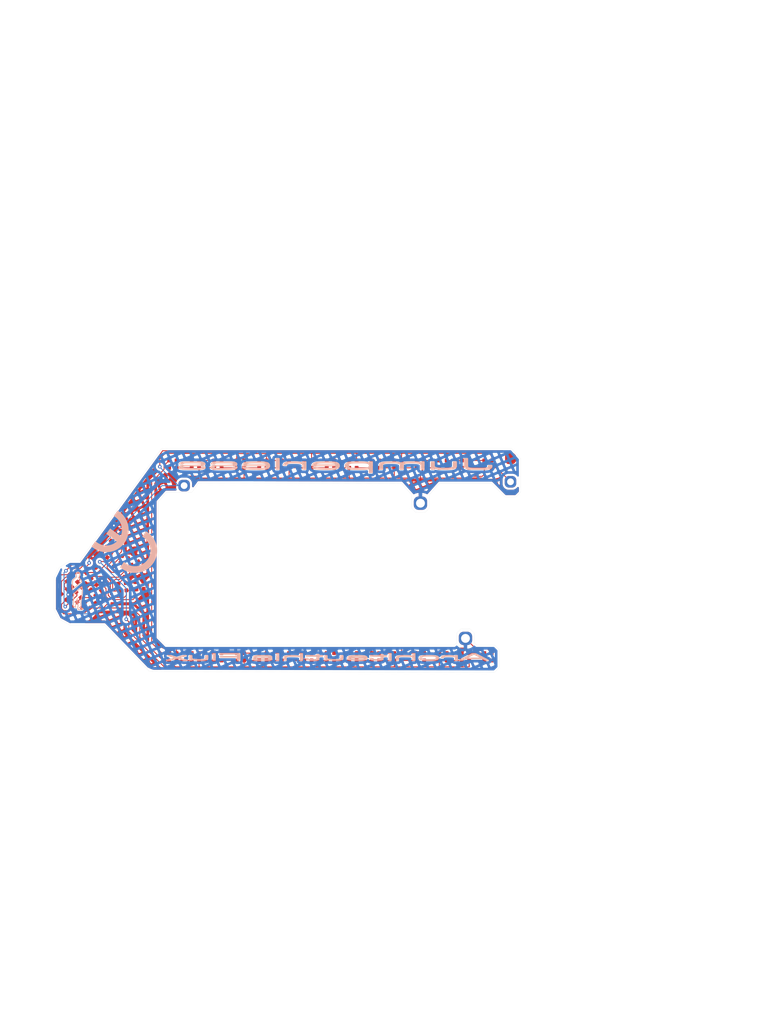
<source format=kicad_pcb>
(kicad_pcb (version 20240108) (generator "pcbnew") (generator_version "8.0")
  (layers (0 "F.Cu" signal) (31 "B.Cu" signal) (34 "B.Paste" user) (35 "F.Paste" user) (36 "B.SilkS" user "B.Silkscreen") (37 "F.SilkS" user "F.Silkscreen") (38 "B.Mask" user) (39 "F.Mask" user) (44 "Edge.Cuts" user))
  (net 0 "")
  (net 1 "Net-(D1-DOUT)")
  (net 2 "GND")
  (net 3 "Net-(D1-DIN)")
  (net 4 "+5V")
  (net 5 "Net-(D2-DOUT)")
  (net 6 "Net-(D3-DOUT)")
  (net 7 "Net-(D4-DOUT)")
  (net 8 "Net-(D5-DOUT)")
  (net 9 "Net-(D6-DOUT)")
  (net 10 "Net-(D7-DOUT)")
  (net 11 "Net-(D8-DOUT)")
  (net 12 "Net-(D10-DIN)")
  (net 13 "Net-(D10-DOUT)")
  (net 14 "Net-(D11-DOUT)")
  (net 15 "Net-(D12-DOUT)")
  (net 16 "Net-(D13-DOUT)")
  (net 17 "Net-(D14-DOUT)")
  (net 18 "Net-(D15-DOUT)")
  (net 19 "Net-(D16-DOUT)")
  (net 20 "Net-(D17-DOUT)")
  (net 21 "Net-(D18-DOUT)")
  (net 22 "Net-(D19-DOUT)")
  (net 23 "Net-(D20-DOUT)")
  (net 24 "Net-(D21-DOUT)")
  (net 25 "Net-(D22-DOUT)")
  (net 26 "Net-(D23-DOUT)")
  (net 27 "Net-(D24-DOUT)")
  (net 28 "Net-(D25-DOUT)")
  (net 29 "Net-(D26-DOUT)")
  (net 30 "Net-(D27-DOUT)")
  (net 31 "Net-(D28-DOUT)")
  (net 32 "Net-(D29-DOUT)")
  (net 33 "Net-(D30-DOUT)")
  (net 34 "Net-(D31-DOUT)")
  (net 35 "Net-(D32-DOUT)")
  (net 36 "Net-(D33-DOUT)")
  (net 37 "Net-(D34-DOUT)")
  (net 38 "Net-(D35-DOUT)")
  (net 39 "Net-(D36-DOUT)")
  (net 40 "Net-(D37-DOUT)")
  (net 41 "Net-(D38-DOUT)")
  (net 42 "Net-(D39-DOUT)")
  (net 43 "Net-(D40-DOUT)")
  (net 44 "Net-(D41-DOUT)")
  (net 45 "Net-(D43-DOUT)")
  (net 46 "Net-(D42-DOUT)")
  (footprint "JumperlessFootprints:XL-1010RGBC-WS2812B" (layer "F.Cu") (at 123.19 106.216 180)
    (property "Reference" "D16")
    (property "Value" "WS2812B" (hide yes))
  )
  (footprint "JumperlessFootprints:XL-1010RGBC-WS2812B" (layer "F.Cu") (at 125.73 106.216 -90)
    (property "Reference" "D17")
    (property "Value" "WS2812B" (hide yes))
  )
  (footprint "JumperlessFootprints:XL-1010RGBC-WS2812B" (layer "F.Cu") (at 130.81 84.499 90)
    (property "Reference" "D12")
    (property "Value" "WS2812B" (hide yes))
  )
  (footprint "JumperlessFootprints:XL-1010RGBC-WS2812B" (layer "F.Cu") (at 143.51 106.216 180)
    (property "Reference" "D24")
    (property "Value" "WS2812B" (hide yes))
  )
  (footprint "JumperlessFootprints:XL-1010RGBC-WS2812B" (layer "F.Cu") (at 128.27 106.216 180)
    (property "Reference" "D18")
    (property "Value" "WS2812B" (hide yes))
  )
  (footprint "JumperlessFootprints:XL-1010RGBC-WS2812B" (layer "F.Cu") (at 118.7196 95.3008 -152)
    (property "Reference" "D34")
    (property "Value" "WS2812B" (hide yes))
  )
  (footprint "JumperlessFootprints:XL-1010RGBC-WS2812B" (layer "F.Cu") (at 133.35 84.499)
    (property "Reference" "D11")
    (property "Value" "WS2812B" (hide yes))
  )
  (footprint "JumperlessFootprints:XL-1010RGBC-WS2812B" (layer "F.Cu") (at 133.35 106.216 180)
    (property "Reference" "D20")
    (property "Value" "WS2812B" (hide yes))
  )
  (footprint "JumperlessFootprints:TestPoint_D0.75mm" (layer "F.Cu") (at 161.29 83.8708)
    (property "Reference" "TP5" (hide yes))
    (property "Value" "LED Out from wishbone" (hide yes))
  )
  (footprint "JumperlessFootprints:XL-1010RGBC-WS2812B" (layer "F.Cu") (at 119.4562 98.171 -175)
    (property "Reference" "D36")
    (property "Value" "WS2812B" (hide yes))
  )
  (footprint "JumperlessFootprints:XL-1010RGBC-WS2812B" (layer "F.Cu") (at 112.8522 98.9584 40.5)
    (property "Reference" "D43")
    (property "Value" "WS2812B" (hide yes))
  )
  (footprint "JumperlessFootprints:XL-1010RGBC-WS2812B" (layer "F.Cu") (at 138.43 84.499)
    (property "Reference" "D9")
    (property "Value" "WS2812B" (hide yes))
  )
  (footprint "JumperlessFootprints:XL-1010RGBC-WS2812B" (layer "F.Cu") (at 113.8428 100.1268 -139.5)
    (property "Reference" "D41")
    (property "Value" "WS2812B" (hide yes))
  )
  (footprint "JumperlessFootprints:PINHEADER-1x1_vertical" (layer "F.Cu") (at 156.21 104.14)
    (property "Reference" "TP4" (hide yes))
    (property "Value" "TestPoint" (hide yes))
  )
  (footprint "JumperlessFootprints:XL-1010RGBC-WS2812B" (layer "F.Cu") (at 153.67 106.216 180)
    (property "Reference" "D28")
    (property "Value" "WS2812B" (hide yes))
  )
  (footprint "JumperlessFootprints:XL-1010RGBC-WS2812B" (layer "F.Cu") (at 114.5286 98.7044 40.5)
    (property "Reference" "D42")
    (property "Value" "WS2812B" (hide yes))
  )
  (footprint "JumperlessFootprints:XL-1010RGBC-WS2812B" (layer "F.Cu") (at 148.59 106.216 180)
    (property "Reference" "D26")
    (property "Value" "WS2812B" (hide yes))
  )
  (footprint "JumperlessFootprints:PINHEADER-1x1_vertical" (layer "F.Cu") (at 151.13 88.9)
    (property "Reference" "TP3" (hide yes))
    (property "Value" "TestPoint" (hide yes))
  )
  (footprint "JumperlessFootprints:XL-1010RGBC-WS2812B" (layer "F.Cu") (at 135.89 106.216 -90)
    (property "Reference" "D21")
    (property "Value" "WS2812B" (hide yes))
  )
  (footprint "JumperlessFootprints:XL-1010RGBC-WS2812B" (layer "F.Cu") (at 151.13 84.499 90)
    (property "Reference" "D4")
    (property "Value" "WS2812B" (hide yes))
  )
  (footprint "JumperlessFootprints:XL-1010RGBC-WS2812B" (layer "F.Cu") (at 112.3442 100.6348 -139.5)
    (property "Reference" "D40")
    (property "Value" "WS2812B" (hide yes))
  )
  (footprint "JumperlessFootprints:XL-1010RGBC-WS2812B" (layer "F.Cu") (at 148.59 84.499)
    (property "Reference" "D5")
    (property "Value" "WS2812B" (hide yes))
  )
  (footprint "JumperlessFootprints:PINHEADER-1x1_vertical" (layer "F.Cu") (at 124.46 86.9188)
    (property "Reference" "TP2" (hide yes))
    (property "Value" "TestPoint" (hide yes))
  )
  (footprint "JumperlessFootprints:XL-1010RGBC-WS2812B" (layer "F.Cu") (at 153.67 84.499)
    (property "Reference" "D3")
    (property "Value" "WS2812B" (hide yes))
  )
  (footprint "JumperlessFootprints:XL-1010RGBC-WS2812B" (layer "F.Cu") (at 113.3856 97.3582 40.5)
    (property "Reference" "D37")
    (property "Value" "WS2812B" (hide yes))
  )
  (footprint "JumperlessFootprints:XL-1010RGBC-WS2812B" (layer "F.Cu") (at 123.19 84.499)
    (property "Reference" "D15")
    (property "Value" "WS2812B" (hide yes))
  )
  (footprint "JumperlessFootprints:XL-1010RGBC-WS2812B" (layer "F.Cu") (at 130.81 106.216 -90)
    (property "Reference" "D19")
    (property "Value" "WS2812B" (hide yes))
  )
  (footprint "JumperlessFootprints:XL-1010RGBC-WS2812B" (layer "F.Cu") (at 151.13 106.216 -90)
    (property "Reference" "D27")
    (property "Value" "WS2812B" (hide yes))
  )
  (footprint "JumperlessFootprints:XL-1010RGBC-WS2812B" (layer "F.Cu") (at 111.2012 99.187 130.5)
    (property "Reference" "D39")
    (property "Value" "WS2812B" (hide yes))
  )
  (footprint "JumperlessFootprints:XL-1010RGBC-WS2812B" (layer "F.Cu") (at 116.801226 93.079148 -129)
    (property "Reference" "D32")
    (property "Value" "WS2812B" (hide yes))
  )
  (footprint "JumperlessFootprints:XL-1010RGBC-WS2812B" (layer "F.Cu") (at 140.97 84.499 90)
    (property "Reference" "D8")
    (property "Value" "WS2812B" (hide yes))
  )
  (footprint "JumperlessFootprints:XL-1010RGBC-WS2812B" (layer "F.Cu") (at 115.734426 94.425348 -39)
    (property "Reference" "D31")
    (property "Value" "WS2812B" (hide yes))
  )
  (footprint "JumperlessFootprints:XL-1010RGBC-WS2812B" (layer "F.Cu") (at 117.1448 96.139 -62)
    (property "Reference" "D33")
    (property "Value" "WS2812B" (hide yes))
  )
  (footprint "JumperlessFootprints:XL-1010RGBC-WS2812B" (layer "F.Cu") (at 156.21 106.216 -90)
    (property "Reference" "D29")
    (property "Value" "WS2812B" (hide yes))
  )
  (footprint "JumperlessFootprints:XL-1010RGBC-WS2812B" (layer "F.Cu") (at 156.21 84.499 90)
    (property "Reference" "D2")
    (property "Value" "WS2812B" (hide yes))
  )
  (footprint "JumperlessFootprints:PINHEADER-1x1_vertical" (layer "F.Cu") (at 161.29 86.487)
    (property "Reference" "TP1" (hide yes))
    (property "Value" "TestPoint" (hide yes))
  )
  (footprint "JumperlessFootprints:XL-1010RGBC-WS2812B" (layer "F.Cu") (at 146.05 84.499 90)
    (property "Reference" "D6")
    (property "Value" "WS2812B" (hide yes))
  )
  (footprint "JumperlessFootprints:XL-1010RGBC-WS2812B" (layer "F.Cu") (at 140.97 106.216 -90)
    (property "Reference" "D23")
    (property "Value" "WS2812B" (hide yes))
  )
  (footprint "JumperlessFootprints:XL-1010RGBC-WS2812B" (layer "F.Cu") (at 158.75 106.216 180)
    (property "Reference" "D30")
    (property "Value" "WS2812B" (hide yes))
  )
  (footprint "JumperlessFootprints:XL-1010RGBC-WS2812B" (layer "F.Cu") (at 143.51 84.499)
    (property "Reference" "D7")
    (property "Value" "WS2812B" (hide yes))
  )
  (footprint "JumperlessFootprints:XL-1010RGBC-WS2812B" (layer "F.Cu") (at 146.05 106.216 -90)
    (property "Reference" "D25")
    (property "Value" "WS2812B" (hide yes))
  )
  (footprint "JumperlessFootprints:XL-1010RGBC-WS2812B" (layer "F.Cu") (at 138.43 106.216 180)
    (property "Reference" "D22")
    (property "Value" "WS2812B" (hide yes))
  )
  (footprint "JumperlessFootprints:XL-1010RGBC-WS2812B" (layer "F.Cu") (at 128.27 84.499)
    (property "Reference" "D13")
    (property "Value" "WS2812B" (hide yes))
  )
  (footprint "JumperlessFootprints:XL-1010RGBC-WS2812B" (layer "F.Cu") (at 117.5004 98.3488 -85)
    (property "Reference" "D35")
    (property "Value" "WS2812B" (hide yes))
  )
  (footprint "JumperlessFootprints:XL-1010RGBC-WS2812B" (layer "F.Cu") (at 125.73 84.499 90)
    (property "Reference" "D14")
    (property "Value" "WS2812B" (hide yes))
  )
  (footprint "JumperlessFootprints:XL-1010RGBC-WS2812B" (layer "F.Cu") (at 158.75 84.499)
    (property "Reference" "D1")
    (property "Value" "WS2812B" (hide yes))
  )
  (footprint "JumperlessFootprints:XL-1010RGBC-WS2812B" (layer "F.Cu") (at 135.89 84.499 90)
    (property "Reference" "D10")
    (property "Value" "WS2812B" (hide yes))
  )
  (footprint "JumperlessFootprints:XL-1010RGBC-WS2812B" (layer "F.Cu") (at 111.8362 97.7392 40.5)
    (property "Reference" "D38")
    (property "Value" "WS2812B" (hide yes))
  )
  (footprint "JumperlessFootprints:Minimum_CE_Mark" (layer "B.Cu") (at 118.138207 93.671003 144)
    (property "Reference" "REF**" (hide yes))
    (property "Value" "Minimum_CE_Mark" (hide yes))
  )
  (gr_poly (pts (xy 112.920372 98.331823) (xy 112.921308 98.331867) (xy 112.922205 98.331945) (xy 112.923065 98.332061) (xy 112.92389 98.332215) (xy 112.924682 98.332409) (xy 112.925441 98.332645) (xy 112.926171 98.332925) (xy 112.926871 98.33325) (xy 112.927545 98.333622) (xy 112.928193 98.334042) (xy 112.928817 98.334513) (xy 112.929419 98.335037) (xy 112.93 98.335614) (xy 112.930563 98.336246) (xy 112.931107 98.336936) (xy 112.931636 98.337684) (xy 112.932151 98.338493) (xy 112.932653 98.339365) (xy 112.933144 98.3403) (xy 112.933626 98.341301) (xy 112.9341 98.34237) (xy 112.93503 98.344716) (xy 112.935949 98.347352) (xy 112.936869 98.350292) (xy 112.937802 98.353549) (xy 112.939138 98.358606) (xy 112.939677 98.360892) (xy 112.940133 98.363078) (xy 112.940509 98.365208) (xy 112.940806 98.36733) (xy 112.941028 98.369488) (xy 112.941175 98.371729) (xy 112.941251 98.374098) (xy 112.941257 98.376642) (xy 112.941196 98.379405) (xy 112.94107 98.382434) (xy 112.940881 98.385775) (xy 112.940632 98.389474) (xy 112.93996 98.398126) (xy 112.939226 98.409888) (xy 112.938816 98.42287) (xy 112.938717 98.436614) (xy 112.938919 98.450662) (xy 112.93941 98.464556) (xy 112.940178 98.477838) (xy 112.941213 98.49005) (xy 112.942503 98.500734) (xy 112.942938 98.50404) (xy 112.943345 98.50772) (xy 112.943716 98.511653) (xy 112.944041 98.515714) (xy 112.944312 98.519781) (xy 112.94452 98.52373) (xy 112.944654 98.527438) (xy 112.944708 98.530782) (xy 112.94478 98.534724) (xy 112.944969 98.538827) (xy 112.945274 98.543087) (xy 112.945694 98.547499) (xy 112.946875 98.55676) (xy 112.948507 98.56657) (xy 112.950582 98.57689) (xy 112.953093 98.587682) (xy 112.956034 98.598905) (xy 112.959397 98.610521) (xy 112.963555 98.624401) (xy 112.966739 98.635693) (xy 112.968016 98.640696) (xy 112.969111 98.645444) (xy 112.970042 98.650068) (xy 112.970832 98.654699) (xy 112.971499 98.659467) (xy 112.972065 98.664504) (xy 112.972549 98.669939) (xy 112.972972 98.675904) (xy 112.973715 98.689946) (xy 112.974456 98.707676) (xy 112.97502 98.722813) (xy 112.975373 98.735335) (xy 112.975496 98.745877) (xy 112.975369 98.755074) (xy 112.974975 98.763561) (xy 112.974294 98.771973) (xy 112.973308 98.780946) (xy 112.971999 98.791115) (xy 112.970713 98.801556) (xy 112.96967 98.812423) (xy 112.968837 98.824663) (xy 112.968178 98.839227) (xy 112.96766 98.857064) (xy 112.967247 98.879123) (xy 112.966905 98.906353) (xy 112.9666 98.939705) (xy 112.965812 99.007555) (xy 112.965228 99.031418) (xy 112.96442 99.050302) (xy 112.963315 99.065506) (xy 112.961842 99.078327) (xy 112.959926 99.090063) (xy 112.957495 99.102011) (xy 112.9556 99.111098) (xy 112.953918 99.119973) (xy 112.952427 99.128791) (xy 112.951107 99.137706) (xy 112.949935 99.146875) (xy 112.94889 99.156452) (xy 112.947951 99.166591) (xy 112.947097 99.177449) (xy 112.946095 99.189536) (xy 112.944904 99.201323) (xy 112.943672 99.21146) (xy 112.943088 99.215488) (xy 112.942549 99.218596) (xy 112.940728 99.228435) (xy 112.938802 99.239821) (xy 112.935061 99.264245) (xy 112.932186 99.285884) (xy 112.931342 99.293789) (xy 112.931037 99.298755) (xy 112.930983 99.300468) (xy 112.930819 99.302615) (xy 112.930145 99.308289) (xy 112.928991 99.315929) (xy 112.927327 99.325685) (xy 112.925129 99.33771) (xy 112.922368 99.352153) (xy 112.919018 99.369168) (xy 112.915053 99.388904) (xy 112.909396 99.417951) (xy 112.904623 99.445011) (xy 112.900508 99.471449) (xy 112.896824 99.498632) (xy 112.894894 99.513074) (xy 112.892811 99.527136) (xy 112.890592 99.540734) (xy 112.888251 99.553783) (xy 112.885805 99.566199) (xy 112.883269 99.5779) (xy 112.880659 99.588799) (xy 112.877991 99.598814) (xy 112.876287 99.60514) (xy 112.874602 99.611979) (xy 112.872917 99.619431) (xy 112.871211 99.627593) (xy 112.869464 99.636565) (xy 112.867658 99.646444) (xy 112.865771 99.65733) (xy 112.863785 99.669321) (xy 112.862262 99.678246) (xy 112.860498 99.687902) (xy 112.858711 99.697125) (xy 112.857118 99.704754) (xy 112.853902 99.719479) (xy 112.851009 99.732947) (xy 112.847491 99.748877) (xy 112.842768 99.769523) (xy 112.837727 99.792037) (xy 112.83315 99.814139) (xy 112.829101 99.835437) (xy 112.825645 99.855537) (xy 112.822843 99.874047) (xy 112.820761 99.890576) (xy 112.819461 99.904731) (xy 112.819007 99.91612) (xy 112.818911 99.920199) (xy 112.818641 99.925344) (xy 112.818217 99.931347) (xy 112.817657 99.938) (xy 112.81698 99.945094) (xy 112.816205 99.952421) (xy 112.81535 99.959772) (xy 112.814435 99.966939) (xy 112.813052 99.978061) (xy 112.811979 99.989283) (xy 112.811547 99.995395) (xy 112.811178 100.002089) (xy 112.81061 100.017963) (xy 112.810238 100.03839) (xy 112.810022 100.064852) (xy 112.809906 100.141818) (xy 112.810056 100.218407) (xy 112.810668 100.265744) (xy 112.811241 100.282076) (xy 112.812042 100.295455) (xy 112.813109 100.307335) (xy 112.814478 100.319168) (xy 112.817064 100.345729) (xy 112.818691 100.375266) (xy 112.819388 100.40648) (xy 112.819181 100.438069) (xy 112.818097 100.468735) (xy 112.816163 100.497177) (xy 112.813406 100.522096) (xy 112.811728 100.532828) (xy 112.809853 100.542191) (xy 112.805865 100.559393) (xy 112.802366 100.573797) (xy 112.799147 100.586088) (xy 112.795997 100.596951) (xy 112.792706 100.607069) (xy 112.789064 100.617127) (xy 112.784861 100.627809) (xy 112.779887 100.639801) (xy 112.777874 100.644738) (xy 112.776103 100.649424) (xy 112.774583 100.653831) (xy 112.773321 100.657931) (xy 112.772325 100.661695) (xy 112.771604 100.665096) (xy 112.771349 100.666652) (xy 112.771166 100.668106) (xy 112.771055 100.669455) (xy 112.771018 100.670696) (xy 112.771095 100.673176) (xy 112.771329 100.675639) (xy 112.771718 100.678085) (xy 112.772262 100.680513) (xy 112.772962 100.682923) (xy 112.773816 100.685315) (xy 112.774825 100.687689) (xy 112.775989 100.690045) (xy 112.777308 100.692383) (xy 112.77878 100.694702) (xy 112.780407 100.697003) (xy 112.782188 100.699284) (xy 112.784123 100.701547) (xy 112.786211 100.703791) (xy 112.788453 100.706015) (xy 112.790848 100.70822) (xy 112.793396 100.710405) (xy 112.796097 100.712571) (xy 112.798951 100.714717) (xy 112.801958 100.716843) (xy 112.808429 100.721034) (xy 112.815508 100.725143) (xy 112.823194 100.72917) (xy 112.831487 100.733112) (xy 112.840384 100.73697) (xy 112.849885 100.740741) (xy 112.860389 100.74464) (xy 112.864981 100.746238) (xy 112.869241 100.747618) (xy 112.873249 100.74879) (xy 112.877086 100.749767) (xy 112.880833 100.750559) (xy 112.88457 100.751179) (xy 112.888379 100.751638) (xy 112.89234 100.751947) (xy 112.896535 100.752119) (xy 112.901043 100.752164) (xy 112.905946 100.752094) (xy 112.911324 100.75192) (xy 112.923831 100.75131) (xy 112.946578 100.750169) (xy 112.956043 100.749838) (xy 112.96439 100.749699) (xy 112.971735 100.749779) (xy 112.978194 100.750103) (xy 112.983883 100.750696) (xy 112.988918 100.751585) (xy 112.993414 100.752794) (xy 112.997489 100.75435) (xy 113.001257 100.756277) (xy 113.004835 100.758602) (xy 113.008339 100.761349) (xy 113.011884 100.764545) (xy 113.015588 100.768215) (xy 113.019564 100.772384) (xy 113.023243 100.776454) (xy 113.02659 100.780466) (xy 113.029606 100.78443) (xy 113.032294 100.788354) (xy 113.034658 100.792244) (xy 113.036699 100.796109) (xy 113.038421 100.799958) (xy 113.039825 100.803797) (xy 113.040915 100.807635) (xy 113.041693 100.811481) (xy 113.042161 100.815341) (xy 113.042323 100.819224) (xy 113.04218 100.823137) (xy 113.041736 100.82709) (xy 113.040993 100.831089) (xy 113.039953 100.835143) (xy 113.038517 100.839412) (xy 113.036725 100.843574) (xy 113.03458 100.847629) (xy 113.032087 100.851573) (xy 113.02925 100.855407) (xy 113.026073 100.859127) (xy 113.02256 100.862734) (xy 113.018715 100.866225) (xy 113.014541 100.869598) (xy 113.010044 100.872853) (xy 113.005226 100.875988) (xy 113.000093 100.879001) (xy 112.994648 100.88189) (xy 112.988895 100.884655) (xy 112.982838 100.887293) (xy 112.976481 100.889803) (xy 112.969829 100.892184) (xy 112.962885 100.894434) (xy 112.955654 100.896552) (xy 112.948139 100.898536) (xy 112.940344 100.900384) (xy 112.932274 100.902095) (xy 112.923933 100.903668) (xy 112.915324 100.905101) (xy 112.89732 100.90754) (xy 112.878295 100.9094) (xy 112.858281 100.910671) (xy 112.837312 100.911338) (xy 112.819372 100.911551) (xy 112.803479 100.911575) (xy 112.791358 100.911417) (xy 112.787251 100.911274) (xy 112.784734 100.911088) (xy 112.784732 100.91109) (xy 112.784732 100.911091) (xy 112.784729 100.911094) (xy 112.784729 100.911095) (xy 112.784728 100.911095) (xy 112.784728 100.911096) (xy 112.782654 100.910799) (xy 112.779817 100.91034) (xy 112.772362 100.909023) (xy 112.763374 100.907332) (xy 112.753867 100.90545) (xy 112.748316 100.904441) (xy 112.741718 100.903443) (xy 112.734267 100.902476) (xy 112.726156 100.901561) (xy 112.717581 100.900717) (xy 112.708734 100.899967) (xy 112.699809 100.899329) (xy 112.691002 100.898825) (xy 112.673394 100.897755) (xy 112.655026 100.896307) (xy 112.638072 100.894671) (xy 112.630805 100.893842) (xy 112.624708 100.893038) (xy 112.61646 100.891884) (xy 112.609597 100.891056) (xy 112.606528 100.890765) (xy 112.603619 100.890554) (xy 112.600806 100.890425) (xy 112.598028 100.890376) (xy 112.595223 100.890408) (xy 112.592328 100.89052) (xy 112.589281 100.890713) (xy 112.58602 100.890985) (xy 112.578605 100.891769) (xy 112.569587 100.892871) (xy 112.557691 100.894286) (xy 112.546614 100.895441) (xy 112.537594 100.896217) (xy 112.534242 100.896426) (xy 112.531868 100.896496) (xy 112.529934 100.896434) (xy 112.527973 100.896259) (xy 112.525991 100.895975) (xy 112.523989 100.895583) (xy 112.521974 100.895088) (xy 112.519949 100.894493) (xy 112.515884 100.893014) (xy 112.511827 100.891172) (xy 112.507811 100.888991) (xy 112.503869 100.886496) (xy 112.500032 100.883714) (xy 112.496334 100.880668) (xy 112.492806 100.877384) (xy 112.489481 100.873888) (xy 112.486393 100.870204) (xy 112.483572 100.866357) (xy 112.481053 100.862373) (xy 112.478866 100.858277) (xy 112.477908 100.856195) (xy 112.477046 100.854094) (xy 112.476346 100.852191) (xy 112.475725 100.850265) (xy 112.475178 100.848231) (xy 112.474701 100.846003) (xy 112.474289 100.843495) (xy 112.473937 100.840623) (xy 112.473642 100.837302) (xy 112.473398 100.833445) (xy 112.473201 100.828967) (xy 112.473046 100.823784) (xy 112.47293 100.817809) (xy 112.472846 100.810957) (xy 112.472763 100.794282) (xy 112.472759 100.773075) (xy 112.47291 100.732848) (xy 112.473166 100.719564) (xy 112.473634 100.709455) (xy 112.474386 100.701485) (xy 112.475491 100.694622) (xy 112.477021 100.687831) (xy 112.479045 100.680077) (xy 112.480226 100.675423) (xy 112.481284 100.670773) (xy 112.482217 100.666134) (xy 112.483026 100.661516) (xy 112.48371 100.656926) (xy 112.484268 100.652374) (xy 112.4847 100.647868) (xy 112.485005 100.643416) (xy 112.485184 100.639027) (xy 112.485235 100.634708) (xy 112.485159 100.63047) (xy 112.484954 100.62632) (xy 112.48462 100.622266) (xy 112.484157 100.618317) (xy 112.483564 100.614482) (xy 112.482841 100.610769) (xy 112.480217 100.598177) (xy 112.478121 100.587033) (xy 112.476519 100.576984) (xy 112.475373 100.567676) (xy 112.474647 100.558753) (xy 112.474305 100.549862) (xy 112.47431 100.540649) (xy 112.474627 100.530759) (xy 112.474957 100.524739) (xy 112.475409 100.518581) (xy 112.475963 100.51246) (xy 112.4766 100.506549) (xy 112.477298 100.50102) (xy 112.478037 100.496048) (xy 112.478798 100.491807) (xy 112.47956 100.488468) (xy 112.482074 100.478488) (xy 112.484423 100.468078) (xy 112.486553 100.457547) (xy 112.488414 100.447204) (xy 112.489952 100.437359) (xy 112.491116 100.428322) (xy 112.491854 100.420401) (xy 112.492113 100.413907) (xy 112.492002 100.410268) (xy 112.491681 100.40571) (xy 112.491173 100.400418) (xy 112.490501 100.394573) (xy 112.489686 100.38836) (xy 112.488752 100.381959) (xy 112.487721 100.375555) (xy 112.486615 100.36933) (xy 112.484172 100.355459) (xy 112.481588 100.339464) (xy 112.479172 100.323324) (xy 112.477232 100.309017) (xy 112.475652 100.296912) (xy 112.474218 100.286767) (xy 112.473088 100.279646) (xy 112.472686 100.277551) (xy 112.472419 100.27661) (xy 112.472305 100.276336) (xy 112.472155 100.275841) (xy 112.471762 100.274238) (xy 112.471258 100.271899) (xy 112.470663 100.268922) (xy 112.469995 100.265406) (xy 112.469275 100.261449) (xy 112.468521 100.25715) (xy 112.467752 100.252607) (xy 112.466764 100.245499) (xy 112.465882 100.236527) (xy 112.465092 100.225319) (xy 112.464374 100.211504) (xy 112.463714 100.194708) (xy 112.463093 100.174558) (xy 112.462496 100.150682) (xy 112.461905 100.122708) (xy 112.460461 100.044516) (xy 112.459911 99.991755) (xy 112.460208 99.946626) (xy 112.461307 99.89133) (xy 112.461835 99.861518) (xy 112.461815 99.836923) (xy 112.461539 99.826083) (xy 112.461054 99.815948) (xy 112.460335 99.80632) (xy 112.459359 99.796999) (xy 112.458101 99.787785) (xy 112.456538 99.77848) (xy 112.454645 99.768883) (xy 112.452399 99.758795) (xy 112.446748 99.73635) (xy 112.439393 99.709548) (xy 112.435995 99.697528) (xy 112.433259 99.688242) (xy 112.431004 99.681278) (xy 112.429999 99.678538) (xy 112.429047 99.676225) (xy 112.428123 99.674287) (xy 112.427207 99.672673) (xy 112.426274 99.67133) (xy 112.425302 99.670208) (xy 112.424269 99.669255) (xy 112.423152 99.668421) (xy 112.421928 99.667652) (xy 112.420574 99.666899) (xy 112.419504 99.666358) (xy 112.418466 99.665906) (xy 112.417456 99.665549) (xy 112.416469 99.665295) (xy 112.415501 99.665149) (xy 112.414546 99.665119) (xy 112.413601 99.665212) (xy 112.41266 99.665435) (xy 112.411719 99.665793) (xy 112.410773 99.666295) (xy 112.409817 99.666947) (xy 112.408847 99.667756) (xy 112.407858 99.668729) (xy 112.406846 99.669873) (xy 112.405805 99.671194) (xy 112.404731 99.672699) (xy 112.40362 99.674395) (xy 112.402466 99.67629) (xy 112.401266 99.678389) (xy 112.400013 99.6807) (xy 112.398705 99.68323) (xy 112.397335 99.685985) (xy 112.3959 99.688973) (xy 112.394394 99.692199) (xy 112.391153 99.699397) (xy 112.387574 99.707634) (xy 112.383621 99.716965) (xy 112.379255 99.727443) (xy 112.36927 99.752031) (xy 112.358986 99.778229) (xy 112.338676 99.832295) (xy 112.320632 99.883317) (xy 112.313181 99.905709) (xy 112.307163 99.924969) (xy 112.304698 99.932813) (xy 112.301269 99.943186) (xy 112.297329 99.954737) (xy 112.293331 99.966117) (xy 112.288304 99.980538) (xy 112.283612 99.994726) (xy 112.279257 100.008677) (xy 112.27524 100.022385) (xy 112.271562 100.035847) (xy 112.268224 100.049056) (xy 112.265228 100.06201) (xy 112.262575 100.074702) (xy 112.257711 100.099048) (xy 112.254258 100.11585) (xy 112.253263 100.12072) (xy 112.252158 100.126578) (xy 112.249527 100.141808) (xy 112.246184 100.162632) (xy 112.241947 100.190145) (xy 112.23797 100.214632) (xy 112.232935 100.243478) (xy 112.228 100.270232) (xy 112.224321 100.288443) (xy 112.223813 100.290906) (xy 112.22326 100.29397) (xy 112.22268 100.297514) (xy 112.222089 100.301416) (xy 112.221508 100.305553) (xy 112.220952 100.309804) (xy 112.22044 100.314047) (xy 112.219989 100.318161) (xy 112.219045 100.326501) (xy 112.217873 100.33544) (xy 112.216481 100.344934) (xy 112.214876 100.354944) (xy 112.213064 100.365429) (xy 112.211052 100.376346) (xy 112.208848 100.387655) (xy 112.206457 100.399314) (xy 112.19687 100.445034) (xy 112.195634 100.451352) (xy 112.194561 100.457717) (xy 112.193651 100.464092) (xy 112.192903 100.47044) (xy 112.192318 100.476722) (xy 112.191896 100.482901) (xy 112.191637 100.48894) (xy 112.191541 100.494801) (xy 112.191608 100.500446) (xy 112.191838 100.505837) (xy 112.192232 100.510938) (xy 112.192789 100.51571) (xy 112.19351 100.520115) (xy 112.194395 100.524117) (xy 112.195443 100.527678) (xy 112.196655 100.530759) (xy 112.197148 100.531902) (xy 112.197654 100.533199) (xy 112.198691 100.536196) (xy 112.199736 100.539635) (xy 112.200758 100.543396) (xy 112.201729 100.547364) (xy 112.202616 100.551421) (xy 112.203391 100.55545) (xy 112.204022 100.559334) (xy 112.204611 100.563159) (xy 112.205262 100.567021) (xy 112.205954 100.570814) (xy 112.206666 100.574432) (xy 112.207376 100.577771) (xy 112.208063 100.580724) (xy 112.208704 100.583186) (xy 112.209279 100.585052) (xy 112.209631 100.586109) (xy 112.209933 100.587123) (xy 112.210185 100.588101) (xy 112.210387 100.58905) (xy 112.210537 100.589979) (xy 112.210637 100.590895) (xy 112.210685 100.591806) (xy 112.210681 100.59272) (xy 112.210626 100.593644) (xy 112.210519 100.594586) (xy 112.21036 100.595554) (xy 112.210148 100.596556) (xy 112.209884 100.597599) (xy 112.209566 100.598691) (xy 112.209195 100.59984) (xy 112.208771 100.601054) (xy 112.207985 100.603104) (xy 112.207081 100.605233) (xy 112.206074 100.607422) (xy 112.204976 100.609647) (xy 112.2038 100.61189) (xy 112.20256 100.614128) (xy 112.201268 100.616341) (xy 112.199939 100.618507) (xy 112.198585 100.620606) (xy 112.19722 100.622617) (xy 112.195856 100.624519) (xy 112.194507 100.62629) (xy 112.193186 100.62791) (xy 112.191906 100.629358) (xy 112.190681 100.630613) (xy 112.189523 100.631654) (xy 112.18877 100.632263) (xy 112.188069 100.632791) (xy 112.187732 100.633023) (xy 112.187401 100.633235) (xy 112.187075 100.633427) (xy 112.186749 100.633598) (xy 112.186423 100.633748) (xy 112.186094 100.633877) (xy 112.18576 100.633985) (xy 112.185418 100.634073) (xy 112.185065 100.634139) (xy 112.184701 100.634185) (xy 112.184322 100.63421) (xy 112.183926 100.634213) (xy 112.18351 100.634196) (xy 112.183074 100.634157) (xy 112.182613 100.634098) (xy 112.182126 100.634017) (xy 112.181611 100.633915) (xy 112.181064 100.633791) (xy 112.180485 100.633647) (xy 112.179871 100.633481) (xy 112.178526 100.633085) (xy 112.177012 100.632603) (xy 112.17531 100.632034) (xy 112.173402 100.63138) (xy 112.170838 100.630429) (xy 112.167996 100.629262) (xy 112.164968 100.627925) (xy 112.161851 100.626463) (xy 112.158738 100.624921) (xy 112.155724 100.623346) (xy 112.152903 100.621783) (xy 112.15037 100.620277) (xy 112.147794 100.618707) (xy 112.14485 100.616958) (xy 112.138269 100.613161) (xy 112.131452 100.609355) (xy 112.125224 100.606008) (xy 112.122399 100.604509) (xy 112.119628 100.603002) (xy 112.116982 100.601528) (xy 112.11453 100.600128) (xy 112.112344 100.598842) (xy 112.110493 100.59771) (xy 112.109048 100.596775) (xy 112.108079 100.596076) (xy 112.106932 100.595303) (xy 112.105109 100.59427) (xy 112.099663 100.591521) (xy 112.092199 100.588032) (xy 112.083176 100.584001) (xy 112.073051 100.579631) (xy 112.062282 100.575123) (xy 112.051326 100.570676) (xy 112.040642 100.566492) (xy 112.032273 100.563202) (xy 112.024477 100.559966) (xy 112.017231 100.556766) (xy 112.010507 100.553584) (xy 112.004282 100.5504) (xy 111.998529 100.547199) (xy 111.993223 100.54396) (xy 111.988339 100.540667) (xy 111.983851 100.537301) (xy 111.979734 100.533845) (xy 111.975962 100.530279) (xy 111.97251 100.526587) (xy 111.969352 100.522749) (xy 111.966464 100.518749) (xy 111.963819 100.514567) (xy 111.961393 100.510186) (xy 111.95606 100.499899) (xy 111.955425 100.348141) (xy 111.955191 100.263827) (xy 111.955581 100.213933) (xy 111.956102 100.197527) (xy 111.956892 100.184484) (xy 111.957987 100.173059) (xy 111.959425 100.161505) (xy 111.960356 100.153922) (xy 111.961225 100.145734) (xy 111.962012 100.137198) (xy 111.962699 100.128575) (xy 111.963267 100.120122) (xy 111.963696 100.112099) (xy 111.963968 100.104766) (xy 111.964063 100.098379) (xy 111.964157 100.091982) (xy 111.964424 100.084615) (xy 111.964847 100.076541) (xy 111.965406 100.068021) (xy 111.966083 100.059315) (xy 111.966859 100.050685) (xy 111.967715 100.042392) (xy 111.968632 100.034698) (xy 111.969843 100.024645) (xy 111.970835 100.014827) (xy 111.971626 100.004887) (xy 111.972232 99.994472) (xy 111.972671 99.983228) (xy 111.972959 99.970799) (xy 111.973115 99.956832) (xy 111.973154 99.940972) (xy 111.973267 99.919473) (xy 111.973704 99.899965) (xy 111.974557 99.881379) (xy 111.975916 99.862649) (xy 111.977873 99.842708) (xy 111.98052 99.820487) (xy 111.983949 99.794919) (xy 111.98825 99.764938) (xy 111.989788 99.75397) (xy 111.991025 99.743938) (xy 111.991991 99.734368) (xy 111.992715 99.724789) (xy 111.993228 99.714728) (xy 111.993558 99.703713) (xy 111.993736 99.69127) (xy 111.993792 99.676928) (xy 111.993859 99.664413) (xy 111.994055 99.652447) (xy 111.994382 99.640992) (xy 111.99484 99.63001) (xy 111.995433 99.619465) (xy 111.996162 99.609318) (xy 111.997029 99.599532) (xy 111.998036 99.590071) (xy 111.999044 99.580771) (xy 111.999873 99.571846) (xy 112.000525 99.563232) (xy 112.001003 99.554867) (xy 112.00131 99.546687) (xy 112.001449 99.538631) (xy 112.001423 99.530634) (xy 112.001236 99.522634) (xy 112.001027 99.514196) (xy 112.000991 99.50619) (xy 112.001138 99.498412) (xy 112.001481 99.490657) (xy 112.002029 99.48272) (xy 112.002795 99.474397) (xy 112.00379 99.465485) (xy 112.005025 99.455777) (xy 112.005987 99.448138) (xy 112.006873 99.440221) (xy 112.007664 99.432257) (xy 112.008342 99.424476) (xy 112.008888 99.417107) (xy 112.009284 99.41038) (xy 112.009511 99.404524) (xy 112.009551 99.39977) (xy 112.009544 99.395369) (xy 112.009642 99.390529) (xy 112.009836 99.385407) (xy 112.010114 99.380161) (xy 112.010468 99.374951) (xy 112.010888 99.369935) (xy 112.011363 99.365271) (xy 112.011885 99.361119) (xy 112.012329 99.357565) (xy 112.01267 99.353954) (xy 112.012911 99.350302) (xy 112.013053 99.346626) (xy 112.013095 99.342941) (xy 112.013041 99.339264) (xy 112.012892 99.335611) (xy 112.012648 99.331999) (xy 112.012311 99.328443) (xy 112.011882 99.324961) (xy 112.011363 99.321568) (xy 112.010755 99.318281) (xy 112.010059 99.315116) (xy 112.009277 99.312089) (xy 112.00841 99.309217) (xy 112.007459 99.306516) (xy 112.006943 99.3048) (xy 112.006495 99.302605) (xy 112.006117 99.30001) (xy 112.005809 99.297093) (xy 112.00557 99.293932) (xy 112.005399 99.290606) (xy 112.005266 99.28377) (xy 112.005409 99.277211) (xy 112.005583 99.274231) (xy 112.005826 99.271555) (xy 112.006138 99.269262) (xy 112.006518 99.267429) (xy 112.006966 99.266135) (xy 112.007216 99.265715) (xy 112.007483 99.265459) (xy 112.007747 99.265152) (xy 112.007993 99.264579) (xy 112.008435 99.262688) (xy 112.008809 99.259895) (xy 112.009113 99.256309) (xy 112.009518 99.247202) (xy 112.00965 99.236247) (xy 112.00951 99.224323) (xy 112.009098 99.212311) (xy 112.008414 99.20109) (xy 112.00797 99.196051) (xy 112.007459 99.191541) (xy 112.006922 99.186539) (xy 112.006553 99.181186) (xy 112.006343 99.175557) (xy 112.006287 99.169731) (xy 112.006603 99.157796) (xy 112.007443 99.146002) (xy 112.008042 99.140353) (xy 112.008749 99.134971) (xy 112.009558 99.129935) (xy 112.010462 99.125322) (xy 112.011452 99.121211) (xy 112.012523 99.117677) (xy 112.013666 99.1148) (xy 112.014875 99.112657) (xy 112.017429 99.109155) (xy 112.020142 99.10563) (xy 112.022926 99.102183) (xy 112.025693 99.098916) (xy 112.028354 99.09593) (xy 112.030823 99.093326) (xy 112.033011 99.091204) (xy 112.033973 99.090356) (xy 112.034831 99.089667) (xy 112.035261 99.08932) (xy 112.035854 99.088806) (xy 112.037487 99.087318) (xy 112.039648 99.085282) (xy 112.042252 99.082781) (xy 112.045214 99.079896) (xy 112.048449 99.07671) (xy 112.051875 99.073303) (xy 112.055405 99.069758) (xy 112.059129 99.066054) (xy 112.063109 99.062194) (xy 112.067221 99.058291) (xy 112.071343 99.054458) (xy 112.07535 99.050808) (xy 112.07912 99.047456) (xy 112.08253 99.044514) (xy 112.085456 99.042097) (xy 112.092967 99.035936) (xy 112.102406 99.027981) (xy 112.124577 99.008854) (xy 112.146999 98.989055) (xy 112.156751 98.980259) (xy 112.1647 98.972923) (xy 112.168011 98.969854) (xy 112.171859 98.966356) (xy 112.180611 98.958565) (xy 112.18985 98.950522) (xy 112.198466 98.943205) (xy 112.26151 98.890155) (xy 112.318901 98.84114) (xy 112.366863 98.799415) (xy 112.401617 98.768234) (xy 112.408877 98.7616) (xy 112.416599 98.754685) (xy 112.424992 98.747311) (xy 112.434259 98.739303) (xy 112.456242 98.720675) (xy 112.484198 98.697388) (xy 112.496228 98.687228) (xy 112.511645 98.673928) (xy 112.528463 98.659213) (xy 112.544698 98.64481) (xy 112.560282 98.630958) (xy 112.575326 98.617745) (xy 112.588117 98.606666) (xy 112.596941 98.599219) (xy 112.640637 98.563062) (xy 112.682049 98.528021) (xy 112.720996 98.494251) (xy 112.7573 98.461904) (xy 112.767113 98.453161) (xy 112.77778 98.443877) (xy 112.788012 98.43516) (xy 112.796523 98.428118) (xy 112.800195 98.425093) (xy 112.803923 98.421915) (xy 112.807602 98.418679) (xy 112.811131 98.41548) (xy 112.814404 98.412413) (xy 112.817321 98.409573) (xy 112.819777 98.407056) (xy 112.821669 98.404956) (xy 112.822589 98.403915) (xy 112.823763 98.402664) (xy 112.8268 98.3996) (xy 112.830634 98.395895) (xy 112.835122 98.391684) (xy 112.840121 98.3871) (xy 112.845486 98.382277) (xy 112.851074 98.377346) (xy 112.85674 98.372443) (xy 112.867572 98.36311) (xy 112.876786 98.355068) (xy 112.883406 98.349173) (xy 112.885439 98.347299) (xy 112.886459 98.346284) (xy 112.887467 98.345255) (xy 112.888767 98.344165) (xy 112.890322 98.343031) (xy 112.892095 98.341869) (xy 112.894051 98.340695) (xy 112.896155 98.339528) (xy 112.898368 98.338384) (xy 112.900657 98.337279) (xy 112.902983 98.336231) (xy 112.905313 98.335255) (xy 112.907608 98.33437) (xy 112.909834 98.333592) (xy 112.911954 98.332938) (xy 112.913933 98.332424) (xy 112.915733 98.332068) (xy 112.91732 98.331886) (xy 112.919397 98.331813)) (stroke (width 0.1)) (fill none) (layer "B.SilkS"))
  (gr_poly (pts (xy 156.458693 84.702339) (xy 156.464584 84.759745) (xy 156.489468 84.824265) (xy 156.522894 84.861384) (xy 156.627514 84.912534) (xy 156.788411 84.944705) (xy 156.967793 84.958892) (xy 157.136614 84.966512) (xy 157.147656 84.966704) (xy 157.325658 84.968099) (xy 158.187346 84.968099) (xy 158.380677 84.957602) (xy 158.563916 84.938172) (xy 158.711394 84.899199) (xy 158.733857 84.884285) (xy 158.783275 84.818708) (xy 158.802649 84.749014) (xy 158.807235 84.682653) (xy 158.801959 84.647726) (xy 159.194995 84.647726) (xy 159.20027 84.744251) (xy 159.191098 84.814417) (xy 159.158153 84.885119) (xy 159.101247 84.9457) (xy 159.008589 85.001756) (xy 158.89769 85.040374) (xy 158.736932 85.07063) (xy 158.562039 85.085802) (xy 158.384304 85.090026) (xy 157.204318 85.090026) (xy 157.00685 85.087754) (xy 156.796979 85.079032) (xy 156.616659 85.063769) (xy 156.443636 85.037695) (xy 156.295148 84.996993) (xy 156.188206 84.941686) (xy 156.119697 84.87913) (xy 156.079594 84.814989) (xy 156.056678 84.741137) (xy 156.05071 84.672175) (xy 156.05071 83.870765) (xy 156.458693 83.870765)) (stroke (width 0.1)) (fill solid) (layer "B.SilkS"))
  (gr_poly (pts (xy 135.196963 85.090026) (xy 134.844374 85.090026) (xy 134.844374 83.870765) (xy 135.196963 83.870765)) (stroke (width 0.1)) (fill solid) (layer "B.SilkS"))
  (gr_poly (pts (xy 158.801062 106.6056) (xy 158.45497 106.602082) (xy 158.14571 106.430526) (xy 156.183463 106.430526) (xy 155.867217 106.604818) (xy 155.528745 106.6056) (xy 156.010311 106.355495) (xy 156.3219 106.355495) (xy 158.007273 106.355495) (xy 157.170301 105.926214) (xy 156.3219 106.355495) (xy 156.010311 106.355495) (xy 156.973442 105.855285) (xy 157.366526 105.855285)) (stroke (width 0.1)) (fill solid) (layer "B.SilkS"))
  (gr_poly (pts (xy 139.687887 106.08038) (xy 140.103197 106.08038) (xy 140.103197 106.155411) (xy 139.687887 106.155411) (xy 139.687887 106.43502) (xy 139.68336 106.467184) (xy 139.657284 106.510708) (xy 139.600243 106.547995) (xy 139.502458 106.574923) (xy 139.465723 106.580405) (xy 139.333351 106.593616) (xy 139.207404 106.600537) (xy 139.061342 106.604521) (xy 138.920134 106.6056) (xy 138.831875 106.605199) (xy 138.699461 106.602754) (xy 138.564794 106.596885) (xy 138.426357 106.584081) (xy 138.319394 106.560073) (xy 138.28098 106.539648) (xy 138.242124 106.501986) (xy 138.219715 106.459254) (xy 138.209118 106.415363) (xy 138.206359 106.373666) (xy 138.443225 106.373666) (xy 138.439415 106.428377) (xy 138.440487 106.440168) (xy 138.469897 106.481817) (xy 138.561341 106.512006) (xy 138.684197 106.524024) (xy 138.811079 106.5291) (xy 138.949345 106.530568) (xy 139.079884 106.528919) (xy 139.211021 106.522222) (xy 139.334809 106.50419) (xy 139.39479 106.475348) (xy 139.425453 106.435826) (xy 139.433239 106.394183) (xy 139.433239 106.155411) (xy 138.250176 106.155411) (xy 138.250176 106.08038) (xy 139.433239 106.08038) (xy 139.433239 105.955327) (xy 139.687887 105.955327)) (stroke (width 0.1)) (fill solid) (layer "B.SilkS"))
  (gr_poly (pts (xy 146.922165 106.08038) (xy 147.337475 106.08038) (xy 147.337475 106.155411) (xy 146.922165 106.155411) (xy 146.922165 106.43502) (xy 146.917638 106.467184) (xy 146.891562 106.510708) (xy 146.83452 106.547995) (xy 146.736736 106.574923) (xy 146.700001 106.580405) (xy 146.567629 106.593616) (xy 146.441682 106.600537) (xy 146.295619 106.604521) (xy 146.154412 106.6056) (xy 146.066152 106.605199) (xy 145.933738 106.602754) (xy 145.799072 106.596885) (xy 145.660635 106.584081) (xy 145.553672 106.560073) (xy 145.515258 106.539648) (xy 145.476402 106.501986) (xy 145.453993 106.459254) (xy 145.443396 106.415363) (xy 145.440636 106.373666) (xy 145.677503 106.373666) (xy 145.673693 106.428377) (xy 145.674765 106.440168) (xy 145.704174 106.481817) (xy 145.795619 106.512006) (xy 145.918475 106.524024) (xy 146.045357 106.5291) (xy 146.183623 106.530568) (xy 146.314162 106.528919) (xy 146.445298 106.522222) (xy 146.569087 106.50419) (xy 146.629068 106.475348) (xy 146.659731 106.435826) (xy 146.667517 106.394183) (xy 146.667517 106.155411) (xy 145.484454 106.155411) (xy 145.484454 106.08038) (xy 146.667517 106.08038) (xy 146.667517 105.955327) (xy 146.922165 105.955327)) (stroke (width 0.1)) (fill solid) (layer "B.SilkS"))
  (gr_poly (pts (xy 135.148682 105.955327) (xy 134.894035 105.955327) (xy 134.894035 105.855285) (xy 135.148682 105.855285)) (stroke (width 0.1)) (fill solid) (layer "B.SilkS"))
  (gr_poly (pts (xy 144.214229 106.080433) (xy 144.368909 106.082303) (xy 144.507559 106.086844) (xy 144.652778 106.09582) (xy 144.793023 106.111154) (xy 144.91483 106.13509) (xy 144.927254 106.138607) (xy 145.012448 106.173778) (xy 145.066285 106.214811) (xy 145.09705 106.257602) (xy 145.11184 106.298635) (xy 145.11677 106.344553) (xy 145.11621 106.360122) (xy 145.107801 106.403452) (xy 145.085236 106.447596) (xy 145.042629 106.489596) (xy 144.973253 106.526074) (xy 144.954944 106.532748) (xy 144.854691 106.561172) (xy 144.739926 106.581352) (xy 144.61065 106.59329) (xy 144.596738 106.594047) (xy 144.466775 106.59924) (xy 144.325839 106.602522) (xy 144.184817 106.604397) (xy 144.053042 106.605299) (xy 143.908306 106.6056) (xy 143.881591 106.605572) (xy 143.752668 106.604603) (xy 143.608194 106.601615) (xy 143.474882 106.596635) (xy 143.33346 106.588307) (xy 143.207231 106.577267) (xy 143.115079 106.564296) (xy 143.012601 106.536312) (xy 142.95302 106.498096) (xy 142.936073 106.455537) (xy 143.205326 106.455537) (xy 143.206029 106.456946) (xy 143.256128 106.493052) (xy 143.266815 106.49667) (xy 143.37996 106.516695) (xy 143.440215 106.521913) (xy 143.569834 106.528028) (xy 143.696175 106.53001) (xy 143.831467 106.530568) (xy 144.315361 106.530568) (xy 144.501425 106.524706) (xy 144.580405 106.519012) (xy 144.70501 106.50247) (xy 144.794174 106.47449) (xy 144.829672 106.447971) (xy 144.854914 106.408037) (xy 144.861488 106.368) (xy 142.936073 106.368) (xy 142.932262 106.337909) (xy 142.932746 106.323191) (xy 142.938079 106.292969) (xy 143.198341 106.292969) (xy 144.854502 106.292969) (xy 144.847517 106.261706) (xy 144.829101 106.234546) (xy 144.80406 106.217876) (xy 144.717971 106.187651) (xy 144.604179 106.170382) (xy 144.479834 106.16225) (xy 144.362625 106.158356) (xy 144.231909 106.156079) (xy 144.101355 106.155411) (xy 143.900685 106.155411) (xy 143.80836 106.155927) (xy 143.680964 106.158537) (xy 143.643406 106.159744) (xy 143.515221 106.165767) (xy 143.419341 106.174697) (xy 143.307566 106.194099) (xy 143.281047 106.202176) (xy 143.220567 106.237281) (xy 143.208846 106.253634) (xy 143.198341 106.292969) (xy 142.938079 106.292969) (xy 142.940002 106.282075) (xy 142.959471 106.239873) (xy 142.996234 106.199243) (xy 143.056094 106.163227) (xy 143.063915 106.159836) (xy 143.151132 106.130374) (xy 143.265981 106.107311) (xy 143.38758 106.094839) (xy 143.518971 106.087803) (xy 143.653658 106.083701) (xy 143.743155 106.082096) (xy 143.874204 106.080772) (xy 144.0061 106.08038) (xy 144.181369 106.08038)) (stroke (width 0.1)) (fill solid) (layer "B.SilkS"))
  (gr_poly (pts (xy 140.596617 106.359207) (xy 140.60385 106.398553) (xy 140.630574 106.437041) (xy 140.693866 106.474793) (xy 140.802367 106.501259) (xy 140.871765 106.509703) (xy 141.00402 106.520235) (xy 141.141166 106.526446) (xy 141.274634 106.529538) (xy 141.422793 106.530568) (xy 141.447563 106.530539) (xy 141.586367 106.529166) (xy 141.72703 106.524958) (xy 141.859732 106.516715) (xy 141.983525 106.501259) (xy 142.044395 106.483375) (xy 142.105418 106.445014) (xy 142.132268 106.403471) (xy 142.139743 106.359207) (xy 142.139743 106.08038) (xy 142.395026 106.08038) (xy 142.395026 106.400826) (xy 142.394834 106.407104) (xy 142.382762 106.448344) (xy 142.34597 106.489682) (xy 142.284649 106.524841) (xy 142.198801 106.55382) (xy 142.186082 106.557006) (xy 142.073779 106.576474) (xy 141.945111 106.589216) (xy 141.815035 106.597054) (xy 141.664184 106.602363) (xy 141.528545 106.60479) (xy 141.379611 106.6056) (xy 141.356354 106.605574) (xy 141.2252 106.604328) (xy 141.090359 106.600513) (xy 140.960217 106.593039) (xy 140.833484 106.579026) (xy 140.763545 106.566428) (xy 140.667264 106.540306) (xy 140.596617 106.505558) (xy 140.596617 106.6056) (xy 140.341969 106.6056) (xy 140.341969 106.08038) (xy 140.596617 106.08038)) (stroke (width 0.1)) (fill solid) (layer "B.SilkS"))
  (gr_poly (pts (xy 126.105178 84.236776) (xy 126.290758 84.243597) (xy 126.466612 84.262251) (xy 126.623159 84.296236) (xy 126.635385 84.300011) (xy 126.744252 84.349966) (xy 126.806157 84.415378) (xy 126.821875 84.480395) (xy 126.805531 84.550218) (xy 126.741161 84.615637) (xy 126.615246 84.662014) (xy 126.560594 84.672358) (xy 126.379413 84.693693) (xy 126.197481 84.703391) (xy 126.010305 84.706149) (xy 125.400089 84.706149) (xy 124.759977 84.707737) (xy 124.726596 84.707868) (xy 124.537913 84.715132) (xy 124.365183 84.741393) (xy 124.35017 84.745817) (xy 124.261667 84.800949) (xy 124.241205 84.864272) (xy 124.245455 84.889445) (xy 124.330012 84.948096) (xy 124.475948 84.969227) (xy 124.654464 84.9808) (xy 124.828561 84.98842) (xy 124.840221 84.988613) (xy 125.017605 84.990008) (xy 125.213683 84.990008) (xy 125.305127 84.98842) (xy 125.41064 84.98842) (xy 126.030529 84.981118) (xy 126.046743 84.980424) (xy 126.227991 84.967904) (xy 126.388393 84.939841) (xy 126.465889 84.887008) (xy 126.484234 84.820772) (xy 126.48951 84.800769) (xy 126.847374 84.805531) (xy 126.851771 84.842046) (xy 126.847783 84.878778) (xy 126.815882 84.942599) (xy 126.738344 85.000804) (xy 126.708174 85.014234) (xy 126.562733 85.053549) (xy 126.395427 85.073515) (xy 126.367009 85.075514) (xy 126.183083 85.085898) (xy 126.00503 85.090026) (xy 124.881317 85.090026) (xy 124.849103 85.089987) (xy 124.666929 85.088126) (xy 124.478458 85.082429) (xy 124.2948 85.071266) (xy 124.112831 85.050336) (xy 124.054305 85.038499) (xy 123.933593 84.987016) (xy 123.878725 84.924243) (xy 123.863118 84.852841) (xy 123.879671 84.782868) (xy 123.944863 84.716855) (xy 124.072385 84.669317) (xy 124.175131 84.65113) (xy 124.36074 84.632898) (xy 124.542118 84.624876) (xy 124.724806 84.622642) (xy 125.385141 84.622642) (xy 125.995358 84.602321) (xy 126.161391 84.598601) (xy 126.338275 84.579778) (xy 126.414009 84.544815) (xy 126.443787 84.480395) (xy 126.437193 84.453843) (xy 126.338275 84.400381) (xy 126.232391 84.38293) (xy 126.058665 84.367995) (xy 125.934152 84.36219) (xy 125.753557 84.358469) (xy 124.694911 84.358469) (xy 124.568927 84.366624) (xy 124.402992 84.393079) (xy 124.337476 84.426869) (xy 124.307151 84.489603) (xy 123.953683 84.489603) (xy 123.966063 84.422237) (xy 124.01482 84.354361) (xy 124.110194 84.298459) (xy 124.120123 84.29465) (xy 124.270891 84.258371) (xy 124.441113 84.241441) (xy 124.628965 84.236543) (xy 126.060424 84.236543)) (stroke (width 0.1)) (fill solid) (layer "B.SilkS"))
  (gr_poly (pts (xy 155.309659 106.6056) (xy 155.055012 106.6056) (xy 155.055012 106.320324) (xy 155.052541 106.295661) (xy 155.032776 106.253114) (xy 154.986914 106.216051) (xy 154.896889 106.186283) (xy 154.88676 106.184384) (xy 154.76268 106.168707) (xy 154.63359 106.160506) (xy 154.498888 106.156496) (xy 154.367273 106.155411) (xy 154.279639 106.155411) (xy 154.23957 106.155537) (xy 154.097104 106.15856) (xy 153.970894 106.166777) (xy 153.852262 106.187651) (xy 153.840112 106.191911) (xy 153.783674 106.227118) (xy 153.758198 106.269094) (xy 153.751927 106.310945) (xy 153.50109 106.310945) (xy 153.49728 106.287302) (xy 153.498041 106.270836) (xy 153.509465 106.226071) (xy 153.540117 106.182631) (xy 153.597994 106.144572) (xy 153.692234 106.116528) (xy 153.704666 106.114304) (xy 153.824746 106.099054) (xy 153.9599 106.089417) (xy 154.098094 106.08391) (xy 154.229013 106.081262) (xy 154.374258 106.08038) (xy 154.455145 106.080764) (xy 154.599297 106.083842) (xy 154.733383 106.090982) (xy 154.856882 106.104999) (xy 154.883658 106.10974) (xy 154.986175 106.136134) (xy 155.055012 106.172215) (xy 155.055012 106.079207) (xy 155.309659 106.079207)) (stroke (width 0.1)) (fill solid) (layer "B.SilkS"))
  (gr_poly (pts (xy 123.66922 106.283004) (xy 124.342353 106.074713) (xy 124.724642 106.08038) (xy 123.861634 106.326772) (xy 124.826247 106.6056) (xy 124.447768 106.60853) (xy 123.66922 106.389103) (xy 122.900832 106.609898) (xy 122.526163 106.6056) (xy 123.47998 106.326772) (xy 122.620783 106.08038) (xy 122.999262 106.074322)) (stroke (width 0.1)) (fill solid) (layer "B.SilkS"))
  (gr_poly (pts (xy 147.83407 106.6056) (xy 147.579422 106.6056) (xy 147.579422 106.079207) (xy 147.83407 106.079207)) (stroke (width 0.1)) (fill solid) (layer "B.SilkS"))
  (gr_poly (pts (xy 151.547947 85.090026) (xy 151.195358 85.090026) (xy 151.195358 84.617562) (xy 151.194609 84.601509) (xy 151.172708 84.535686) (xy 151.112807 84.474861) (xy 151.003676 84.422925) (xy 150.915875 84.40102) (xy 150.74928 84.378864) (xy 150.557077 84.366086) (xy 150.357839 84.360043) (xy 150.167486 84.358469) (xy 150.129183 84.358526) (xy 149.917869 84.36125) (xy 149.73827 84.368059) (xy 149.548141 84.383493) (xy 149.378777 84.416575) (xy 149.282661 84.463426) (xy 149.226443 84.524084) (xy 149.209956 84.591208) (xy 149.209956 85.090026) (xy 148.857367 85.090026) (xy 148.857367 84.591208) (xy 148.842205 84.531128) (xy 148.782492 84.469635) (xy 148.665686 84.417527) (xy 148.640211 84.410376) (xy 148.467395 84.381539) (xy 148.274615 84.366774) (xy 148.09822 84.360546) (xy 147.894562 84.358469) (xy 147.773222 84.358469) (xy 147.632865 84.359547) (xy 147.456848 84.364676) (xy 147.265658 84.377477) (xy 147.08563 84.402604) (xy 147.059011 84.408513) (xy 146.935363 84.460427) (xy 146.87955 84.525244) (xy 146.865811 84.591208) (xy 146.865811 85.090026) (xy 146.513222 85.090026) (xy 146.513222 84.583588) (xy 146.516058 84.544649) (xy 146.538748 84.474607) (xy 146.593896 84.406097) (xy 146.694737 84.345213) (xy 146.835916 84.302904) (xy 146.899388 84.291045) (xy 147.070572 84.267909) (xy 147.24302 84.253133) (xy 147.439208 84.243024) (xy 147.620833 84.238163) (xy 147.818944 84.236543) (xy 147.982871 84.23757) (xy 148.182109 84.242135) (xy 148.359255 84.25035) (xy 148.549621 84.265755) (xy 148.723415 84.29503) (xy 148.863962 84.342689) (xy 148.96288 84.401969) (xy 148.980504 84.388298) (xy 149.08624 84.330141) (xy 149.221342 84.288976) (xy 149.385811 84.264802) (xy 149.540563 84.251943) (xy 149.721694 84.243211) (xy 149.783325 84.24129) (xy 149.968453 84.237644) (xy 150.156935 84.236543) (xy 150.232552 84.236543) (xy 150.278663 84.236646) (xy 150.474003 84.239657) (xy 150.667718 84.247893) (xy 150.852441 84.262897) (xy 150.939777 84.274636) (xy 151.092527 84.313628) (xy 151.195358 84.37117) (xy 151.195358 84.234638) (xy 151.547947 84.234638)) (stroke (width 0.1)) (fill solid) (layer "B.SilkS"))
  (gr_poly (pts (xy 152.363506 106.081108) (xy 152.494124 106.084344) (xy 152.630252 106.091079) (xy 152.754928 106.101091) (xy 152.864177 106.11444) (xy 152.972327 106.135667) (xy 153.058473 106.164985) (xy 153.069757 106.170382) (xy 153.131661 106.206751) (xy 153.165793 106.245292) (xy 153.172183 106.265589) (xy 153.178673 106.306385) (xy 153.180399 106.348461) (xy 153.179404 106.367959) (xy 153.168214 106.412924) (xy 153.144589 106.45249) (xy 153.099827 106.49284) (xy 153.024975 106.530088) (xy 152.925752 106.556751) (xy 152.799697 106.575785) (xy 152.668334 106.588378) (xy 152.542426 106.59625) (xy 152.401572 106.601736) (xy 152.245772 106.604836) (xy 152.110371 106.6056) (xy 151.826512 106.6056) (xy 151.755136 106.605218) (xy 151.622062 106.602168) (xy 151.483119 106.594755) (xy 151.345833 106.5812) (xy 151.231488 106.562222) (xy 151.206573 106.556527) (xy 151.114347 106.524134) (xy 151.059694 106.486051) (xy 151.032971 106.445555) (xy 151.025738 106.405516) (xy 151.291181 106.405516) (xy 151.293084 106.42221) (xy 151.321632 106.464235) (xy 151.393532 106.496753) (xy 151.507726 106.51435) (xy 151.572777 106.519022) (xy 151.697442 106.526514) (xy 151.833498 106.530568) (xy 152.2958 106.530568) (xy 152.575849 106.521775) (xy 152.604645 106.520066) (xy 152.722791 106.50564) (xy 152.819701 106.478398) (xy 152.853848 106.458469) (xy 152.88808 106.419879) (xy 152.903142 106.380434) (xy 152.907336 106.339668) (xy 152.907336 106.324232) (xy 152.90035 106.267567) (xy 152.88765 106.242166) (xy 152.860343 106.206214) (xy 152.812627 106.179558) (xy 152.704126 106.156388) (xy 152.609237 106.145875) (xy 152.481865 106.137239) (xy 152.381163 106.134858) (xy 152.246647 106.133641) (xy 152.106561 106.133332) (xy 152.062744 106.133332) (xy 151.951574 106.133759) (xy 151.816212 106.135742) (xy 151.68236 106.14017) (xy 151.582134 106.146032) (xy 151.460734 106.15971) (xy 151.434063 106.164924) (xy 151.351509 106.196248) (xy 151.330225 106.215565) (xy 151.316582 106.255453) (xy 151.051139 106.255453) (xy 151.051722 106.244778) (xy 151.068773 106.201539) (xy 151.115408 106.162704) (xy 151.200371 106.131182) (xy 151.287328 106.112522) (xy 151.412648 106.095238) (xy 151.536938 106.087023) (xy 151.561116 106.086219) (xy 151.688767 106.083241) (xy 151.828126 106.081476) (xy 151.970057 106.080613) (xy 152.106561 106.08038) (xy 152.259604 106.08038)) (stroke (width 0.1)) (fill solid) (layer "B.SilkS"))
  (gr_poly (pts (xy 129.696134 84.236776) (xy 129.881714 84.243597) (xy 130.057569 84.262251) (xy 130.214115 84.296236) (xy 130.226341 84.300011) (xy 130.335208 84.349966) (xy 130.397113 84.415378) (xy 130.412831 84.480395) (xy 130.396487 84.550218) (xy 130.332117 84.615637) (xy 130.206202 84.662014) (xy 130.15155 84.672358) (xy 129.970369 84.693693) (xy 129.788437 84.703391) (xy 129.601261 84.706149) (xy 128.991045 84.706149) (xy 128.350933 84.707737) (xy 128.317552 84.707868) (xy 128.128869 84.715132) (xy 127.956139 84.741393) (xy 127.941126 84.745817) (xy 127.852623 84.800949) (xy 127.832161 84.864272) (xy 127.836411 84.889445) (xy 127.920968 84.948096) (xy 128.066904 84.969227) (xy 128.24542 84.9808) (xy 128.419517 84.98842) (xy 128.431177 84.988613) (xy 128.608561 84.990008) (xy 128.804639 84.990008) (xy 128.896083 84.98842) (xy 129.001596 84.98842) (xy 129.621485 84.981118) (xy 129.637699 84.980424) (xy 129.818947 84.967904) (xy 129.979349 84.939841) (xy 130.056846 84.887008) (xy 130.07519 84.820772) (xy 130.080466 84.800769) (xy 130.43833 84.805531) (xy 130.442727 84.842046) (xy 130.438739 84.878778) (xy 130.406838 84.942599) (xy 130.3293 85.000804) (xy 130.29913 85.014234) (xy 130.153689 85.053549) (xy 129.986383 85.073515) (xy 129.957965 85.075514) (xy 129.774039 85.085898) (xy 129.595986 85.090026) (xy 128.472273 85.090026) (xy 128.440059 85.089987) (xy 128.257885 85.088126) (xy 128.069414 85.082429) (xy 127.885756 85.071266) (xy 127.703787 85.050336) (xy 127.645261 85.038499) (xy 127.524549 84.987016) (xy 127.469681 84.924243) (xy 127.454074 84.852841) (xy 127.470627 84.782868) (xy 127.535819 84.716855) (xy 127.663341 84.669317) (xy 127.766087 84.65113) (xy 127.951696 84.632898) (xy 128.133074 84.624876) (xy 128.315762 84.622642) (xy 128.976097 84.622642) (xy 129.586314 84.602321) (xy 129.752347 84.598601) (xy 129.929231 84.579778) (xy 130.004965 84.544815) (xy 130.034743 84.480395) (xy 130.028149 84.453843) (xy 129.929231 84.400381) (xy 129.823347 84.38293) (xy 129.649621 84.367995) (xy 129.525108 84.36219) (xy 129.344513 84.358469) (xy 128.285867 84.358469) (xy 128.159883 84.366624) (xy 127.993948 84.393079) (xy 127.928432 84.426869) (xy 127.898107 84.489603) (xy 127.544639 84.489603) (xy 127.557019 84.422237) (xy 127.605776 84.354361) (xy 127.70115 84.298459) (xy 127.711079 84.29465) (xy 127.861847 84.258371) (xy 128.032069 84.241441) (xy 128.219921 84.236543) (xy 129.65138 84.236543)) (stroke (width 0.1)) (fill solid) (layer "B.SilkS"))
  (gr_poly (pts (xy 140.725615 84.23663) (xy 140.939788 84.239669) (xy 141.131764 84.247049) (xy 141.332836 84.261634) (xy 141.527023 84.286552) (xy 141.695679 84.325448) (xy 141.712881 84.331163) (xy 141.830841 84.388316) (xy 141.905385 84.454994) (xy 141.947982 84.52453) (xy 141.968461 84.591208) (xy 141.975288 84.665825) (xy 141.974512 84.691125) (xy 141.962868 84.761536) (xy 141.931625 84.833269) (xy 141.872631 84.90152) (xy 141.776572 84.960797) (xy 141.751221 84.971642) (xy 141.612409 85.01783) (xy 141.453504 85.050624) (xy 141.274506 85.070022) (xy 141.255243 85.071253) (xy 141.075294 85.079692) (xy 140.880152 85.085025) (xy 140.684891 85.088072) (xy 140.502433 85.089537) (xy 140.302029 85.090026) (xy 140.265039 85.089981) (xy 140.086531 85.088407) (xy 139.886489 85.083551) (xy 139.701904 85.075458) (xy 139.506088 85.061925) (xy 139.33131 85.043986) (xy 139.203716 85.022907) (xy 139.061822 84.977433) (xy 138.979326 84.915332) (xy 138.95586 84.846173) (xy 139.328672 84.846173) (xy 139.329646 84.848463) (xy 139.399014 84.907136) (xy 139.413811 84.913015) (xy 139.570473 84.945556) (xy 139.653903 84.954035) (xy 139.833376 84.963972) (xy 140.00831 84.967193) (xy 140.195637 84.968099) (xy 140.865644 84.968099) (xy 141.123271 84.958574) (xy 141.232627 84.94932) (xy 141.405157 84.92244) (xy 141.528616 84.876972) (xy 141.577767 84.833878) (xy 141.612718 84.768986) (xy 141.62182 84.703926) (xy 138.95586 84.703926) (xy 138.950584 84.655029) (xy 138.951254 84.631111) (xy 138.958639 84.582) (xy 139.319 84.582) (xy 141.612148 84.582) (xy 141.602475 84.531198) (xy 141.576977 84.487063) (xy 141.542304 84.459975) (xy 141.423104 84.410859) (xy 141.265545 84.382796) (xy 141.093376 84.369582) (xy 140.931086 84.363255) (xy 140.750095 84.359555) (xy 140.569328 84.358469) (xy 140.291478 84.358469) (xy 140.163643 84.359308) (xy 139.987249 84.36355) (xy 139.935244 84.36551) (xy 139.757758 84.375298) (xy 139.625001 84.389809) (xy 139.470235 84.421337) (xy 139.433516 84.434463) (xy 139.349775 84.491508) (xy 139.333546 84.518082) (xy 139.319 84.582) (xy 138.958639 84.582) (xy 138.961301 84.564299) (xy 138.988258 84.495719) (xy 139.03916 84.429696) (xy 139.122043 84.37117) (xy 139.132872 84.365659) (xy 139.253635 84.317784) (xy 139.412657 84.280306) (xy 139.581024 84.260039) (xy 139.76295 84.248606) (xy 139.94944 84.241941) (xy 140.073358 84.239332) (xy 140.254812 84.237181) (xy 140.437437 84.236543) (xy 140.680117 84.236543)) (stroke (width 0.1)) (fill solid) (layer "B.SilkS"))
  (gr_poly (pts (xy 132.861386 84.23663) (xy 133.075559 84.239669) (xy 133.267535 84.247049) (xy 133.468607 84.261634) (xy 133.662794 84.286552) (xy 133.83145 84.325448) (xy 133.848652 84.331163) (xy 133.966612 84.388316) (xy 134.041157 84.454994) (xy 134.083753 84.52453) (xy 134.104232 84.591208) (xy 134.111059 84.665825) (xy 134.110283 84.691125) (xy 134.098639 84.761536) (xy 134.067396 84.833269) (xy 134.008402 84.90152) (xy 133.912343 84.960797) (xy 133.886992 84.971642) (xy 133.74818 85.01783) (xy 133.589275 85.050624) (xy 133.410277 85.070022) (xy 133.391014 85.071253) (xy 133.211065 85.079692) (xy 133.015923 85.085025) (xy 132.820662 85.088072) (xy 132.638204 85.089537) (xy 132.4378 85.090026) (xy 132.40081 85.089981) (xy 132.222302 85.088407) (xy 132.02226 85.083551) (xy 131.837675 85.075458) (xy 131.641859 85.061925) (xy 131.467081 85.043986) (xy 131.339487 85.022907) (xy 131.197593 84.977433) (xy 131.115097 84.915332) (xy 131.091631 84.846173) (xy 131.464443 84.846173) (xy 131.465417 84.848463) (xy 131.534785 84.907136) (xy 131.549582 84.913015) (xy 131.706244 84.945556) (xy 131.789674 84.954035) (xy 131.969147 84.963972) (xy 132.144081 84.967193) (xy 132.331408 84.968099) (xy 133.001415 84.968099) (xy 133.259042 84.958574) (xy 133.368398 84.94932) (xy 133.540929 84.92244) (xy 133.664388 84.876972) (xy 133.713538 84.833878) (xy 133.748489 84.768986) (xy 133.757591 84.703926) (xy 131.091631 84.703926) (xy 131.086355 84.655029) (xy 131.087025 84.631111) (xy 131.09441 84.582) (xy 131.454771 84.582) (xy 133.747919 84.582) (xy 133.738247 84.531198) (xy 133.712748 84.487063) (xy 133.678075 84.459975) (xy 133.558875 84.410859) (xy 133.401316 84.382796) (xy 133.229147 84.369582) (xy 133.066857 84.363255) (xy 132.885866 84.359555) (xy 132.705099 84.358469) (xy 132.427249 84.358469) (xy 132.299414 84.359308) (xy 132.12302 84.36355) (xy 132.071016 84.36551) (xy 131.893529 84.375298) (xy 131.760773 84.389809) (xy 131.606007 84.421337) (xy 131.569287 84.434463) (xy 131.485546 84.491508) (xy 131.469317 84.518082) (xy 131.454771 84.582) (xy 131.09441 84.582) (xy 131.097072 84.564299) (xy 131.124029 84.495719) (xy 131.174931 84.429696) (xy 131.257814 84.37117) (xy 131.268643 84.365659) (xy 131.389406 84.317784) (xy 131.548428 84.280306) (xy 131.716795 84.260039) (xy 131.898722 84.248606) (xy 132.085211 84.241941) (xy 132.209129 84.239332) (xy 132.390583 84.237181) (xy 132.573208 84.236543) (xy 132.815888 84.236543)) (stroke (width 0.1)) (fill solid) (layer "B.SilkS"))
  (gr_poly (pts (xy 135.148682 106.6056) (xy 134.894035 106.6056) (xy 134.894035 106.079207) (xy 135.148682 106.079207)) (stroke (width 0.1)) (fill solid) (layer "B.SilkS"))
  (gr_poly (pts (xy 133.842993 106.080523) (xy 133.977024 106.08472) (xy 134.10403 106.0962) (xy 134.217091 106.117114) (xy 134.225921 106.119437) (xy 134.304547 106.150178) (xy 134.349256 106.190432) (xy 134.360609 106.230442) (xy 134.348804 106.27341) (xy 134.302315 106.313668) (xy 134.211376 106.342208) (xy 134.171905 106.348574) (xy 134.041053 106.361703) (xy 133.909657 106.36767) (xy 133.774475 106.369368) (xy 133.333763 106.369368) (xy 132.87146 106.370345) (xy 132.847351 106.370426) (xy 132.71108 106.374896) (xy 132.586331 106.391057) (xy 132.575488 106.393779) (xy 132.511569 106.427707) (xy 132.496791 106.466674) (xy 132.49986 106.482166) (xy 132.56093 106.518258) (xy 132.666327 106.531262) (xy 132.795256 106.538384) (xy 132.920992 106.543073) (xy 132.929414 106.543192) (xy 133.057524 106.54405) (xy 133.199136 106.54405) (xy 133.265179 106.543073) (xy 133.341383 106.543073) (xy 133.78908 106.538579) (xy 133.800791 106.538152) (xy 133.931692 106.530448) (xy 134.047538 106.513178) (xy 134.103508 106.480665) (xy 134.116756 106.439905) (xy 134.120567 106.427595) (xy 134.379024 106.430526) (xy 134.3822 106.452997) (xy 134.37932 106.475601) (xy 134.35628 106.514875) (xy 134.300281 106.550694) (xy 134.278491 106.558958) (xy 134.17345 106.583153) (xy 134.052618 106.595439) (xy 134.032094 106.596669) (xy 133.899258 106.603059) (xy 133.770664 106.6056) (xy 132.959094 106.6056) (xy 132.935829 106.605576) (xy 132.804258 106.604431) (xy 132.668141 106.600925) (xy 132.535498 106.594055) (xy 132.404077 106.581175) (xy 132.361807 106.573891) (xy 132.274627 106.542209) (xy 132.235 106.503579) (xy 132.223728 106.45964) (xy 132.235683 106.41658) (xy 132.282766 106.375956) (xy 132.374865 106.346702) (xy 132.449071 106.33551) (xy 132.583122 106.32429) (xy 132.714117 106.319354) (xy 132.846059 106.317979) (xy 133.322967 106.317979) (xy 133.763679 106.305474) (xy 133.883592 106.303184) (xy 134.011341 106.291601) (xy 134.066038 106.270086) (xy 134.087545 106.230442) (xy 134.082782 106.214103) (xy 134.011341 106.181203) (xy 133.93487 106.170464) (xy 133.809401 106.161273) (xy 133.719475 106.157701) (xy 133.589045 106.155411) (xy 132.824468 106.155411) (xy 132.733479 106.16043) (xy 132.613637 106.176709) (xy 132.56632 106.197503) (xy 132.544419 106.236109) (xy 132.289136 106.236109) (xy 132.298077 106.194653) (xy 132.333291 106.152883) (xy 132.402172 106.118482) (xy 132.409343 106.116137) (xy 132.518231 106.093812) (xy 132.641169 106.083394) (xy 132.77684 106.08038) (xy 133.810671 106.08038)) (stroke (width 0.1)) (fill solid) (layer "B.SilkS"))
  (gr_poly (pts (xy 125.345703 106.359207) (xy 125.352936 106.398553) (xy 125.37966 106.437041) (xy 125.442952 106.474793) (xy 125.551453 106.501259) (xy 125.620851 106.509703) (xy 125.753106 106.520235) (xy 125.890252 106.526446) (xy 126.02372 106.529538) (xy 126.171879 106.530568) (xy 126.196649 106.530539) (xy 126.335453 106.529166) (xy 126.476116 106.524958) (xy 126.608817 106.516715) (xy 126.732611 106.501259) (xy 126.793481 106.483375) (xy 126.854504 106.445014) (xy 126.881354 106.403471) (xy 126.888829 106.359207) (xy 126.888829 106.08038) (xy 127.144112 106.08038) (xy 127.144112 106.400826) (xy 127.14392 106.407104) (xy 127.131848 106.448344) (xy 127.095055 106.489682) (xy 127.033735 106.524841) (xy 126.947887 106.55382) (xy 126.935168 106.557006) (xy 126.822865 106.576474) (xy 126.694197 106.589216) (xy 126.564121 106.597054) (xy 126.41327 106.602363) (xy 126.277631 106.60479) (xy 126.128696 106.6056) (xy 126.10544 106.605574) (xy 125.974286 106.604328) (xy 125.839445 106.600513) (xy 125.709303 106.593039) (xy 125.582569 106.579026) (xy 125.512631 106.566428) (xy 125.416349 106.540306) (xy 125.345703 106.505558) (xy 125.345703 106.6056) (xy 125.091055 106.6056) (xy 125.091055 106.08038) (xy 125.345703 106.08038)) (stroke (width 0.1)) (fill solid) (layer "B.SilkS"))
  (gr_poly (pts (xy 112.481842 96.682613) (xy 112.484921 96.682786) (xy 112.488252 96.683048) (xy 112.491899 96.683399) (xy 112.500413 96.684375) (xy 112.510994 96.685721) (xy 112.523458 96.687414) (xy 112.534029 96.689035) (xy 112.543102 96.690683) (xy 112.551072 96.692454) (xy 112.554766 96.693417) (xy 112.558331 96.694447) (xy 112.561818 96.695556) (xy 112.565275 96.696757) (xy 112.572297 96.699483) (xy 112.579792 96.702722) (xy 112.584732 96.705124) (xy 112.589896 96.707985) (xy 112.59524 96.711266) (xy 112.600719 96.714926) (xy 112.606289 96.718928) (xy 112.611906 96.723233) (xy 112.617525 96.7278) (xy 112.623102 96.732591) (xy 112.628594 96.737568) (xy 112.633954 96.74269) (xy 112.63914 96.747919) (xy 112.644107 96.753216) (xy 112.648811 96.758542) (xy 112.653208 96.763857) (xy 112.657252 96.769123) (xy 112.660901 96.774301) (xy 112.66209 96.776046) (xy 112.663265 96.777719) (xy 112.664395 96.77928) (xy 112.665451 96.78069) (xy 112.666401 96.781908) (xy 112.667215 96.782895) (xy 112.667863 96.783611) (xy 112.668115 96.783854) (xy 112.668314 96.784015) (xy 112.668849 96.784625) (xy 112.669643 96.785862) (xy 112.671869 96.78992) (xy 112.674715 96.795596) (xy 112.677903 96.802295) (xy 112.681157 96.809424) (xy 112.684201 96.816389) (xy 112.686757 96.822595) (xy 112.687766 96.825228) (xy 112.68855 96.827449) (xy 112.688832 96.82843) (xy 112.689132 96.82971) (xy 112.689772 96.833081) (xy 112.690448 96.8374) (xy 112.691139 96.842501) (xy 112.691826 96.848221) (xy 112.692486 96.854396) (xy 112.693099 96.860862) (xy 112.693644 96.867454) (xy 112.69442 96.881006) (xy 112.694693 96.894551) (xy 112.694475 96.907932) (xy 112.693777 96.920993) (xy 112.692611 96.933577) (xy 112.690987 96.945526) (xy 112.690007 96.951214) (xy 112.688917 96.956685) (xy 112.687719 96.961918) (xy 112.686413 96.966895) (xy 112.684613 96.973476) (xy 112.682792 96.980411) (xy 112.681165 96.986874) (xy 112.679943 96.992041) (xy 112.679333 96.994528) (xy 112.678481 96.997659) (xy 112.677426 97.001309) (xy 112.676205 97.00535) (xy 112.674859 97.009657) (xy 112.673426 97.014102) (xy 112.671944 97.018559) (xy 112.670454 97.022902) (xy 112.666964 97.033353) (xy 112.663364 97.045049) (xy 112.659651 97.057997) (xy 112.655823 97.072204) (xy 112.651878 97.087678) (xy 112.647815 97.104427) (xy 112.643631 97.122456) (xy 112.639324 97.141774) (xy 112.638191 97.146373) (xy 112.63676 97.151203) (xy 112.635046 97.156234) (xy 112.633066 97.161436) (xy 112.630836 97.166779) (xy 112.628371 97.172234) (xy 112.625687 97.177771) (xy 112.622799 97.18336) (xy 112.619725 97.188972) (xy 112.616479 97.194577) (xy 112.613077 97.200145) (xy 112.609535 97.205647) (xy 112.605869 97.211052) (xy 112.602095 97.216332) (xy 112.598228 97.221456) (xy 112.594284 97.226394) (xy 112.59367 97.227173) (xy 112.592999 97.228081) (xy 112.591518 97.230238) (xy 112.589893 97.232776) (xy 112.588177 97.235606) (xy 112.586422 97.238639) (xy 112.584682 97.241787) (xy 112.583009 97.24496) (xy 112.581455 97.24807) (xy 112.579441 97.252343) (xy 112.5786 97.254236) (xy 112.577865 97.255992) (xy 112.577231 97.25763) (xy 112.576693 97.259168) (xy 112.576248 97.260625) (xy 112.575891 97.262019) (xy 112.575618 97.26337) (xy 112.575425 97.264697) (xy 112.575306 97.266017) (xy 112.575259 97.267349) (xy 112.575279 97.268713) (xy 112.575361 97.270126) (xy 112.575501 97.271608) (xy 112.575694 97.273178) (xy 112.576385 97.277383) (xy 112.577325 97.281512) (xy 112.578545 97.285607) (xy 112.580074 97.289713) (xy 112.581943 97.293873) (xy 112.584182 97.298129) (xy 112.586823 97.302525) (xy 112.589895 97.307104) (xy 112.593429 97.311909) (xy 112.597455 97.316984) (xy 112.602003 97.322372) (xy 112.607105 97.328116) (xy 112.612791 97.334259) (xy 112.61909 97.340844) (xy 112.626034 97.347915) (xy 112.633653 97.355515) (xy 112.641136 97.363036) (xy 112.647777 97.37) (xy 112.650854 97.373363) (xy 112.653807 97.376694) (xy 112.656667 97.380028) (xy 112.659461 97.383402) (xy 112.662218 97.386851) (xy 112.664969 97.390411) (xy 112.667741 97.394117) (xy 112.670564 97.398005) (xy 112.676479 97.406471) (xy 112.682945 97.416094) (xy 112.687907 97.423497) (xy 112.692635 97.430354) (xy 112.697175 97.436711) (xy 112.701573 97.442617) (xy 112.705877 97.448119) (xy 112.710132 97.453267) (xy 112.714386 97.458107) (xy 112.718685 97.462688) (xy 112.723075 97.467058) (xy 112.727603 97.471265) (xy 112.732316 97.475356) (xy 112.73726 97.47938) (xy 112.742481 97.483384) (xy 112.748027 97.487417) (xy 112.753944 97.491527) (xy 112.760279 97.495762) (xy 112.767053 97.500339) (xy 112.773403 97.504893) (xy 112.779358 97.50946) (xy 112.784947 97.514075) (xy 112.790198 97.518773) (xy 112.79514 97.523588) (xy 112.799801 97.528557) (xy 112.80421 97.533714) (xy 112.808396 97.539094) (xy 112.812387 97.544732) (xy 112.816212 97.550663) (xy 112.819899 97.556923) (xy 112.823477 97.563546) (xy 112.826975 97.570568) (xy 112.830422 97.578023) (xy 112.833845 97.585947) (xy 112.837853 97.595736) (xy 112.841321 97.604725) (xy 112.844339 97.61321) (xy 112.846995 97.621485) (xy 112.84938 97.629848) (xy 112.851583 97.638592) (xy 112.853693 97.648015) (xy 112.855801 97.65841) (xy 112.856922 97.663904) (xy 112.858235 97.669885) (xy 112.859692 97.676161) (xy 112.861245 97.682539) (xy 112.862847 97.688828) (xy 112.86445 97.694836) (xy 112.866005 97.70037) (xy 112.867466 97.705239) (xy 112.868853 97.709909) (xy 112.870198 97.714873) (xy 112.871467 97.71998) (xy 112.872629 97.725077) (xy 112.873649 97.730012) (xy 112.874494 97.734633) (xy 112.875133 97.738788) (xy 112.87553 97.742324) (xy 112.875931 97.747383) (xy 112.876057 97.749481) (xy 112.876119 97.751342) (xy 112.876106 97.753001) (xy 112.876009 97.754497) (xy 112.875817 97.755866) (xy 112.875681 97.756515) (xy 112.875518 97.757147) (xy 112.875326 97.757765) (xy 112.875103 97.758375) (xy 112.87456 97.759589) (xy 112.873879 97.760826) (xy 112.873051 97.762122) (xy 112.872063 97.763515) (xy 112.870905 97.765042) (xy 112.868039 97.768647) (xy 112.86571 97.771496) (xy 112.863367 97.774263) (xy 112.861008 97.776952) (xy 112.858633 97.779563) (xy 112.856239 97.782098) (xy 112.853824 97.78456) (xy 112.851387 97.786948) (xy 112.848926 97.789266) (xy 112.846439 97.791515) (xy 112.843924 97.793695) (xy 112.841381 97.79581) (xy 112.838806 97.79786) (xy 112.836199 97.799847) (xy 112.833557 97.801773) (xy 112.830879 97.803639) (xy 112.828163 97.805447) (xy 112.825372 97.807314) (xy 112.822258 97.809489) (xy 112.818924 97.811893) (xy 112.815475 97.814448) (xy 112.812016 97.817074) (xy 112.808651 97.819694) (xy 112.805486 97.822229) (xy 112.802626 97.824601) (xy 112.799992 97.826805) (xy 112.797478 97.828862) (xy 112.795143 97.830726) (xy 112.793045 97.832351) (xy 112.791245 97.833694) (xy 112.7898 97.834709) (xy 112.788771 97.835351) (xy 112.788431 97.835518) (xy 112.788216 97.835575) (xy 112.787557 97.835842) (xy 112.786309 97.836607) (xy 112.782326 97.839412) (xy 112.776821 97.843552) (xy 112.770348 97.84859) (xy 112.763462 97.854089) (xy 112.756717 97.859612) (xy 112.750667 97.864722) (xy 112.745867 97.86898) (xy 112.74391 97.870716) (xy 112.741407 97.872818) (xy 112.738463 97.875208) (xy 112.73518 97.877803) (xy 112.731661 97.880524) (xy 112.728009 97.88329) (xy 112.724328 97.88602) (xy 112.720721 97.888634) (xy 112.712936 97.894339) (xy 112.70395 97.90117) (xy 112.693889 97.909027) (xy 112.682876 97.91781) (xy 112.671035 97.92742) (xy 112.658491 97.937757) (xy 112.645366 97.94872) (xy 112.631786 97.96021) (xy 112.620457 97.96979) (xy 112.607518 97.980627) (xy 112.594562 97.991393) (xy 112.583184 98.000755) (xy 112.573407 98.008809) (xy 112.564807 98.016011) (xy 112.558316 98.021573) (xy 112.556151 98.023494) (xy 112.554861 98.02471) (xy 112.553774 98.025753) (xy 112.552191 98.027178) (xy 112.550187 98.028919) (xy 112.547838 98.030915) (xy 112.545219 98.033102) (xy 112.542404 98.035416) (xy 112.53947 98.037794) (xy 112.536492 98.040172) (xy 112.528252 98.046865) (xy 112.516481 98.056638) (xy 112.502749 98.06818) (xy 112.488627 98.080177) (xy 112.47435 98.092313) (xy 112.460195 98.104232) (xy 112.447798 98.114564) (xy 112.438793 98.121939) (xy 112.431255 98.128101) (xy 112.422849 98.135128) (xy 112.414602 98.142154) (xy 112.407539 98.148316) (xy 112.400868 98.154147) (xy 112.393687 98.160274) (xy 112.386861 98.165969) (xy 112.38125 98.170504) (xy 112.378627 98.172616) (xy 112.375549 98.175175) (xy 112.372128 98.178084) (xy 112.368477 98.181243) (xy 112.364708 98.184556) (xy 112.360933 98.187922) (xy 112.357266 98.191246) (xy 112.353818 98.194428) (xy 112.350137 98.197807) (xy 112.345801 98.201695) (xy 112.335802 98.21045) (xy 112.325095 98.219591) (xy 112.314956 98.228015) (xy 112.293439 98.245683) (xy 112.273808 98.261952) (xy 112.23266 98.296312) (xy 112.204428 98.319645) (xy 112.168652 98.348943) (xy 112.128289 98.382123) (xy 112.089029 98.414786) (xy 112.057041 98.441522) (xy 112.034165 98.460455) (xy 112.026719 98.466589) (xy 112.018561 98.473404) (xy 112.010679 98.480071) (xy 112.00406 98.485758) (xy 112.001095 98.488296) (xy 111.997923 98.490941) (xy 111.994642 98.493614) (xy 111.991352 98.496238) (xy 111.988149 98.498735) (xy 111.985134 98.501027) (xy 111.982404 98.503036) (xy 111.980057 98.504686) (xy 111.977827 98.506263) (xy 111.975432 98.508062) (xy 111.972945 98.510021) (xy 111.970442 98.512078) (xy 111.967998 98.514169) (xy 111.965688 98.516231) (xy 111.963586 98.518202) (xy 111.961769 98.520019) (xy 111.959913 98.521886) (xy 111.957701 98.524004) (xy 111.955216 98.526298) (xy 111.95254 98.528695) (xy 111.949756 98.531122) (xy 111.946947 98.533507) (xy 111.944196 98.535775) (xy 111.941585 98.537854) (xy 111.938816 98.540084) (xy 111.935611 98.542787) (xy 111.932085 98.545858) (xy 111.928352 98.549194) (xy 111.924527 98.552691) (xy 111.920724 98.556246) (xy 111.917058 98.559755) (xy 111.913644 98.563115) (xy 111.910434 98.566252) (xy 111.907353 98.569126) (xy 111.904474 98.571677) (xy 111.901872 98.573846) (xy 111.900697 98.574768) (xy 111.899619 98.575573) (xy 111.898647 98.576253) (xy 111.89779 98.5768) (xy 111.897057 98.577208) (xy 111.896458 98.577468) (xy 111.896001 98.577574) (xy 111.895829 98.577567) (xy 111.895696 98.577518) (xy 111.895582 98.577452) (xy 111.895465 98.577392) (xy 111.895347 98.577339) (xy 111.895227 98.577293) (xy 111.895105 98.577254) (xy 111.894981 98.577221) (xy 111.894857 98.577195) (xy 111.894732 98.577175) (xy 111.894606 98.577162) (xy 111.89448 98.577155) (xy 111.894353 98.577155) (xy 111.894227 98.57716) (xy 111.894101 98.577172) (xy 111.893975 98.57719) (xy 111.893851 98.577214) (xy 111.893727 98.577244) (xy 111.893604 98.57728) (xy 111.893483 98.577322) (xy 111.893364 98.577369) (xy 111.893246 98.577422) (xy 111.893131 98.577481) (xy 111.893018 98.577546) (xy 111.892907 98.577616) (xy 111.8928 98.577692) (xy 111.892695 98.577773) (xy 111.892594 98.577859) (xy 111.892496 98.577951) (xy 111.892402 98.578048) (xy 111.892313 98.57815) (xy 111.892227 98.578258) (xy 111.892146 98.57837) (xy 111.892069 98.578487) (xy 111.89184 98.578845) (xy 111.891612 98.57917) (xy 111.891387 98.579463) (xy 111.891162 98.579722) (xy 111.890939 98.579948) (xy 111.890716 98.580141) (xy 111.890493 98.580299) (xy 111.89027 98.580422) (xy 111.890046 98.580511) (xy 111.88982 98.580565) (xy 111.889593 98.580583) (xy 111.889364 98.580565) (xy 111.889131 98.580512) (xy 111.888896 98.580422) (xy 111.888657 98.580295) (xy 111.888414 98.580131) (xy 111.888167 98.579929) (xy 111.887915 98.57969) (xy 111.887657 98.579412) (xy 111.887394 98.579096) (xy 111.887124 98.578741) (xy 111.886847 98.578347) (xy 111.886564 98.577914) (xy 111.886272 98.57744) (xy 111.885973 98.576927) (xy 111.885665 98.576373) (xy 111.885348 98.575778) (xy 111.885022 98.575142) (xy 111.884686 98.574464) (xy 111.884339 98.573745) (xy 111.883613 98.572179) (xy 111.883612 98.572179) (xy 111.882803 98.570329) (xy 111.881985 98.568332) (xy 111.88118 98.566252) (xy 111.88041 98.564152) (xy 111.879699 98.562094) (xy 111.879067 98.560142) (xy 111.878539 98.558359) (xy 111.878135 98.556808) (xy 111.877728 98.555267) (xy 111.877189 98.553513) (xy 111.876541 98.551609) (xy 111.875806 98.549614) (xy 111.875009 98.547589) (xy 111.874173 98.545597) (xy 111.87332 98.543696) (xy 111.872474 98.541949) (xy 111.87158 98.540041) (xy 111.870717 98.537917) (xy 111.869887 98.53558) (xy 111.869088 98.533033) (xy 111.868323 98.530278) (xy 111.867591 98.527319) (xy 111.866893 98.524158) (xy 111.86623 98.520798) (xy 111.865602 98.517242) (xy 111.865009 98.513492) (xy 111.864452 98.509552) (xy 111.863932 98.505423) (xy 111.863004 98.496613) (xy 111.862229 98.487085) (xy 111.860972 98.472767) (xy 111.859084 98.455531) (xy 111.854179 98.417751) (xy 111.851548 98.399929) (xy 111.849056 98.384633) (xy 111.846893 98.373227) (xy 111.845996 98.369407) (xy 111.845254 98.36707) (xy 111.84442 98.36483) (xy 111.843639 98.362139) (xy 111.842911 98.359) (xy 111.842236 98.355414) (xy 111.841614 98.351384) (xy 111.841046 98.346911) (xy 111.840531 98.341997) (xy 111.840069 98.336644) (xy 111.839307 98.324629) (xy 111.838762 98.310881) (xy 111.838434 98.295416) (xy 111.838324 98.278248) (xy 111.838428 98.26011) (xy 111.838773 98.244637) (xy 111.83941 98.231368) (xy 111.840387 98.21984) (xy 111.841755 98.209592) (xy 111.843563 98.200162) (xy 111.845862 98.191086) (xy 111.8487 98.181904) (xy 111.849537 98.17864) (xy 111.850361 98.173992) (xy 111.851942 98.161041) (xy 111.853387 98.144048) (xy 111.854645 98.124008) (xy 111.85566 98.101918) (xy 111.85638 98.078775) (xy 111.85675 98.055575) (xy 111.856716 98.033314) (xy 111.856642 98.02283) (xy 111.856705 98.013833) (xy 111.856931 98.005975) (xy 111.857349 97.998908) (xy 111.857984 97.992284) (xy 111.858862 97.985756) (xy 111.860011 97.978974) (xy 111.861458 97.971592) (xy 111.862854 97.96438) (xy 111.864044 97.957296) (xy 111.865029 97.950319) (xy 111.865808 97.943431) (xy 111.86638 97.936613) (xy 111.866745 97.929845) (xy 111.866904 97.923108) (xy 111.866854 97.916384) (xy 111.866596 97.909652) (xy 111.866129 97.902894) (xy 111.865454 97.896091) (xy 111.864568 97.889223) (xy 111.863473 97.882271) (xy 111.862167 97.875216) (xy 111.860651 97.868039) (xy 111.858923 97.860721) (xy 111.857096 97.853176) (xy 111.855521 97.846224) (xy 111.8542 97.83977) (xy 111.853135 97.83372) (xy 111.852326 97.827979) (xy 111.851778 97.822452) (xy 111.85149 97.817045) (xy 111.851466 97.811664) (xy 111.851707 97.806213) (xy 111.852215 97.800598) (xy 111.852991 97.794725) (xy 111.854039 97.788499) (xy 111.855359 97.781825) (xy 111.856953 97.77461) (xy 111.860973 97.758174) (xy 111.863006 97.749819) (xy 111.865133 97.740394) (xy 111.86729 97.730223) (xy 111.869414 97.719627) (xy 111.871442 97.708931) (xy 111.873312 97.698456) (xy 111.87496 97.688526) (xy 111.876323 97.679463) (xy 111.877886 97.66879) (xy 111.879422 97.659215) (xy 111.880959 97.650605) (xy 111.882524 97.642828) (xy 111.884148 97.635753) (xy 111.885857 97.629247) (xy 111.88768 97.62318) (xy 111.889646 97.617418) (xy 111.893791 97.606831) (xy 111.899159 97.594417) (xy 111.905398 97.580884) (xy 111.912156 97.566941) (xy 111.919082 97.553298) (xy 111.925824 97.540662) (xy 111.93203 97.529744) (xy 111.937349 97.521251) (xy 111.940157 97.51726) (xy 111.943186 97.513267) (xy 111.946426 97.509282) (xy 111.949866 97.505314) (xy 111.953495 97.501372) (xy 111.957304 97.497467) (xy 111.961281 97.493608) (xy 111.965416 97.489803) (xy 111.969699 97.486064) (xy 111.974118 97.482398) (xy 111.978663 97.478815) (xy 111.983325 97.475326) (xy 111.988091 97.471939) (xy 111.992952 97.468663) (xy 111.997897 97.465509) (xy 112.002916 97.462486) (xy 112.013101 97.456433) (xy 112.022142 97.450833) (xy 112.030309 97.445491) (xy 112.037873 97.44021) (xy 112.045106 97.434795) (xy 112.052277 97.42905) (xy 112.059658 97.422779) (xy 112.067519 97.415787) (xy 112.074775 97.409331) (xy 112.081384 97.403718) (xy 112.084511 97.401182) (xy 112.087554 97.398802) (xy 112.09054 97.39656) (xy 112.093494 97.394436) (xy 112.096444 97.392414) (xy 112.099414 97.390474) (xy 112.102431 97.388599) (xy 112.105521 97.386769) (xy 112.10871 97.384968) (xy 112.112024 97.383175) (xy 112.119132 97.379545) (xy 112.124415 97.376837) (xy 112.129527 97.374015) (xy 112.134477 97.371072) (xy 112.139276 97.367998) (xy 112.143932 97.364786) (xy 112.148457 97.361425) (xy 112.152858 97.357909) (xy 112.157147 97.354227) (xy 112.161333 97.350371) (xy 112.165426 97.346334) (xy 112.169435 97.342105) (xy 112.17337 97.337677) (xy 112.17724 97.333041) (xy 112.181057 97.328188) (xy 112.184828 97.323109) (xy 112.188565 97.317796) (xy 112.19395 97.310082) (xy 112.199148 97.302946) (xy 112.204194 97.296359) (xy 112.209121 97.290292) (xy 112.213963 97.284718) (xy 112.218753 97.279607) (xy 112.223526 97.27493) (xy 112.228314 97.27066) (xy 112.233152 97.266768) (xy 112.238074 97.263224) (xy 112.243113 97.26) (xy 112.248302 97.257069) (xy 112.253677 97.2544) (xy 112.25927 97.251966) (xy 112.265115 97.249737) (xy 112.271246 97.247686) (xy 112.276232 97.246036) (xy 112.280965 97.244292) (xy 112.285451 97.242452) (xy 112.289697 97.240514) (xy 112.291731 97.239506) (xy 112.293707 97.238473) (xy 112.295627 97.237413) (xy 112.29749 97.236327) (xy 112.299297 97.235214) (xy 112.30105 97.234074) (xy 112.302748 97.232906) (xy 112.304393 97.23171) (xy 112.309372 97.227925) (xy 112.311452 97.226273) (xy 112.313289 97.224742) (xy 112.314905 97.223301) (xy 112.316323 97.221921) (xy 112.317565 97.220572) (xy 112.318653 97.219225) (xy 112.319609 97.21785) (xy 112.320457 97.216417) (xy 112.321218 97.214896) (xy 112.321914 97.213257) (xy 112.322569 97.211472) (xy 112.323204 97.209509) (xy 112.323841 97.20734) (xy 112.324504 97.204934) (xy 112.325001 97.202615) (xy 112.325407 97.199748) (xy 112.325725 97.196416) (xy 112.325957 97.192702) (xy 112.326172 97.184462) (xy 112.326072 97.175693) (xy 112.325674 97.167061) (xy 112.325 97.159229) (xy 112.324564 97.155822) (xy 112.324067 97.152865) (xy 112.323509 97.15044) (xy 112.322894 97.148632) (xy 112.32268 97.148083) (xy 112.322449 97.147387) (xy 112.321946 97.145594) (xy 112.321404 97.143338) (xy 112.32084 97.140702) (xy 112.320271 97.137772) (xy 112.319714 97.134632) (xy 112.319186 97.131366) (xy 112.318705 97.128058) (xy 112.317542 97.120302) (xy 112.31618 97.112513) (xy 112.314636 97.104765) (xy 112.312926 97.097129) (xy 112.311068 97.08968) (xy 112.30908 97.08249) (xy 112.306978 97.075633) (xy 112.304781 97.069181) (xy 112.304256 97.067571) (xy 112.303661 97.065477) (xy 112.30229 97.059969) (xy 112.30072 97.052927) (xy 112.299006 97.044615) (xy 112.2972 97.035303) (xy 112.295357 97.025256) (xy 112.293529 97.014743) (xy 112.291769 97.00403) (xy 112.289234 96.987842) (xy 112.287269 96.974424) (xy 112.2858 96.962877) (xy 112.284752 96.952302) (xy 112.28405 96.9418) (xy 112.28362 96.930472) (xy 112.283387 96.91742) (xy 112.283277 96.901744) (xy 112.283063 96.851452) (xy 112.290372 96.8297) (xy 112.29273 96.823281) (xy 112.295538 96.816691) (xy 112.298773 96.809964) (xy 112.302409 96.80313) (xy 112.306424 96.796222) (xy 112.310794 96.789273) (xy 112.315493 96.782315) (xy 112.320499 96.775379) (xy 112.325788 96.768498) (xy 112.331334 96.761705) (xy 112.337115 96.755031) (xy 112.343107 96.748509) (xy 112.349284 96.74217) (xy 112.355625 96.736048) (xy 112.362103 96.730173) (xy 112.368696 96.724579) (xy 112.373666 96.720457) (xy 112.377919 96.716839) (xy 112.379636 96.71534) (xy 112.381004 96.714114) (xy 112.381966 96.713209) (xy 112.382467 96.712674) (xy 112.382715 96.712451) (xy 112.3832 96.712118) (xy 112.383909 96.711684) (xy 112.384828 96.711153) (xy 112.387248 96.709831) (xy 112.390356 96.708206) (xy 112.39405 96.706331) (xy 112.398226 96.704259) (xy 112.402782 96.702043) (xy 112.407613 96.699736) (xy 112.41434 96.696628) (xy 112.420395 96.694012) (xy 112.423237 96.692868) (xy 112.425989 96.691821) (xy 112.428679 96.690863) (xy 112.431333 96.689986) (xy 112.433978 96.689182) (xy 112.436639 96.688442) (xy 112.439344 96.687757) (xy 112.442118 96.68712) (xy 112.447981 96.685955) (xy 112.454439 96.684879) (xy 112.461722 96.683799) (xy 112.464908 96.683379) (xy 112.467879 96.683042) (xy 112.470702 96.682787) (xy 112.473444 96.682615) (xy 112.47617 96.682528) (xy 112.478947 96.682527)) (stroke (width 0.1)) (fill none) (layer "B.SilkS"))
  (gr_poly (pts (xy 127.982988 106.6056) (xy 127.728341 106.6056) (xy 127.728341 105.855285) (xy 127.982988 105.855285)) (stroke (width 0.1)) (fill solid) (layer "B.SilkS"))
  (gr_poly (pts (xy 130.763156 106.6056) (xy 130.468501 106.6056) (xy 130.468501 106.255453) (xy 128.546261 106.255453) (xy 128.546261 106.180422) (xy 130.468501 106.180422) (xy 130.468501 105.930317) (xy 128.444656 105.930317) (xy 128.444656 105.855285) (xy 130.763156 105.855285)) (stroke (width 0.1)) (fill solid) (layer "B.SilkS"))
  (gr_poly (pts (xy 138.211115 85.090026) (xy 137.858526 85.090026) (xy 137.858526 84.626453) (xy 137.855105 84.586376) (xy 137.827737 84.517237) (xy 137.764236 84.457009) (xy 137.639586 84.408637) (xy 137.625561 84.40555) (xy 137.453759 84.380075) (xy 137.275019 84.366749) (xy 137.088508 84.360233) (xy 136.906272 84.358469) (xy 136.784932 84.358469) (xy 136.729452 84.358674) (xy 136.532192 84.363586) (xy 136.357439 84.376939) (xy 136.19318 84.410859) (xy 136.176357 84.417782) (xy 136.098212 84.474994) (xy 136.062938 84.543204) (xy 136.054255 84.611212) (xy 135.706942 84.611212) (xy 135.701666 84.572792) (xy 135.70272 84.546034) (xy 135.718537 84.473291) (xy 135.760978 84.402701) (xy 135.841116 84.340855) (xy 135.971603 84.295284) (xy 135.988816 84.29167) (xy 136.155081 84.266889) (xy 136.342217 84.251228) (xy 136.533562 84.24228) (xy 136.714836 84.237977) (xy 136.915944 84.236543) (xy 137.027941 84.237168) (xy 137.227537 84.242169) (xy 137.413194 84.253773) (xy 137.584192 84.27655) (xy 137.621266 84.284254) (xy 137.763214 84.327144) (xy 137.858526 84.385776) (xy 137.858526 84.234638) (xy 138.211115 84.234638)) (stroke (width 0.1)) (fill solid) (layer "B.SilkS"))
  (gr_poly (pts (xy 150.516442 106.6056) (xy 150.261795 106.6056) (xy 150.261795 106.292969) (xy 150.258074 106.271265) (xy 150.222493 106.230177) (xy 150.138773 106.197105) (xy 150.023658 106.178663) (xy 149.928448 106.170761) (xy 149.803036 106.163608) (xy 149.662186 106.158681) (xy 149.529172 106.156229) (xy 149.384816 106.155411) (xy 149.107943 106.155411) (xy 148.984112 106.160296) (xy 148.867901 106.171824) (xy 148.797099 106.182533) (xy 148.714858 106.212466) (xy 148.681995 106.244657) (xy 148.671041 106.284567) (xy 148.671041 106.6056) (xy 148.416394 106.6056) (xy 148.416394 106.283004) (xy 148.41857 106.258509) (xy 148.435984 106.214889) (xy 148.478309 106.173045) (xy 148.555704 106.137154) (xy 148.664056 106.113987) (xy 148.730169 106.106111) (xy 148.866065 106.094853) (xy 149.003008 106.087764) (xy 149.131556 106.083662) (xy 149.273219 106.0812) (xy 149.427999 106.08038) (xy 149.557809 106.081287) (xy 149.696116 106.084544) (xy 149.823708 106.090171) (xy 149.95444 106.099333) (xy 149.968043 106.100548) (xy 150.08989 106.117378) (xy 150.194124 106.14572) (xy 150.261795 106.180422) (xy 150.261795 105.855285) (xy 150.516442 105.855285)) (stroke (width 0.1)) (fill solid) (layer "B.SilkS"))
  (gr_poly (pts (xy 145.709566 85.455804) (xy 145.356977 85.455804) (xy 145.356977 84.968099) (xy 145.345302 84.977152) (xy 145.235191 85.032635) (xy 145.085281 85.066212) (xy 144.974206 85.077723) (xy 144.799059 85.087212) (xy 144.611352 85.090026) (xy 143.66877 85.090026) (xy 143.557902 85.089138) (xy 143.357448 85.082039) (xy 143.15945 85.064783) (xy 142.980463 85.03323) (xy 142.851924 84.989056) (xy 142.761524 84.930652) (xy 142.703611 84.86682) (xy 142.669711 84.802649) (xy 142.650339 84.72975) (xy 142.645675 84.667412) (xy 143.023383 84.667412) (xy 143.030925 84.737878) (xy 143.058791 84.806488) (xy 143.115779 84.866965) (xy 143.237926 84.918885) (xy 143.333567 84.93561) (xy 143.509367 84.952528) (xy 143.708452 84.962284) (xy 143.912719 84.966898) (xy 144.106649 84.968099) (xy 144.323436 84.967061) (xy 144.517125 84.963944) (xy 144.719063 84.957463) (xy 144.912618 84.94612) (xy 145.094953 84.925552) (xy 145.140837 84.915972) (xy 145.261187 84.861746) (xy 145.321362 84.793674) (xy 145.345433 84.728216) (xy 145.351701 84.664237) (xy 145.351622 84.656582) (xy 145.343801 84.591766) (xy 145.320102 84.52835) (xy 145.270808 84.464202) (xy 145.259013 84.45549) (xy 145.140337 84.404068) (xy 144.968337 84.377203) (xy 144.946145 84.375073) (xy 144.772259 84.361962) (xy 144.615748 84.358469) (xy 144.111924 84.358469) (xy 143.949231 84.359214) (xy 143.766807 84.362237) (xy 143.578615 84.368934) (xy 143.401409 84.380981) (xy 143.227374 84.406097) (xy 143.111235 84.45832) (xy 143.057049 84.521044) (xy 143.030554 84.59302) (xy 143.023383 84.667412) (xy 142.645675 84.667412) (xy 142.645295 84.662332) (xy 142.64561 84.645458) (xy 142.656639 84.566854) (xy 142.683426 84.497862) (xy 142.736367 84.427761) (xy 142.82681 84.36347) (xy 142.967988 84.313065) (xy 142.988638 84.308357) (xy 143.160165 84.279587) (xy 143.344761 84.260755) (xy 143.525085 84.249172) (xy 143.729495 84.241326) (xy 143.910364 84.237739) (xy 144.106649 84.236543) (xy 144.48034 84.236543) (xy 144.653084 84.238653) (xy 144.841736 84.246962) (xy 145.019335 84.263215) (xy 145.109423 84.277497) (xy 145.252618 84.317887) (xy 145.356977 84.37117) (xy 145.356977 84.234638) (xy 145.709566 84.234638)) (stroke (width 0.1)) (fill solid) (layer "B.SilkS"))
  (gr_poly (pts (xy 152.700675 84.689638) (xy 152.710691 84.753574) (xy 152.747692 84.816118) (xy 152.835328 84.877465) (xy 152.98556 84.920472) (xy 153.081649 84.934193) (xy 153.264772 84.951309) (xy 153.454666 84.961402) (xy 153.639469 84.966425) (xy 153.844611 84.968099) (xy 153.878909 84.968053) (xy 154.071099 84.96582) (xy 154.265862 84.958983) (xy 154.449603 84.945588) (xy 154.62101 84.920472) (xy 154.705292 84.891411) (xy 154.789784 84.829074) (xy 154.826961 84.761567) (xy 154.837312 84.689638) (xy 154.837312 84.236543) (xy 155.19078 84.236543) (xy 155.19078 84.757269) (xy 155.190514 84.76747) (xy 155.173799 84.834485) (xy 155.122856 84.901659) (xy 155.037951 84.958792) (xy 154.919084 85.005884) (xy 154.901473 85.011061) (xy 154.745977 85.042696) (xy 154.567821 85.063403) (xy 154.387716 85.076139) (xy 154.178845 85.084767) (xy 153.991038 85.088711) (xy 153.78482 85.090026) (xy 153.752619 85.089983) (xy 153.571021 85.087959) (xy 153.384318 85.08176) (xy 153.204121 85.069615) (xy 153.028644 85.046843) (xy 152.931807 85.026371) (xy 152.798493 84.983923) (xy 152.700675 84.927457) (xy 152.700675 85.090026) (xy 152.348086 85.090026) (xy 152.348086 84.236543) (xy 152.700675 84.236543)) (stroke (width 0.1)) (fill solid) (layer "B.SilkS"))
  (gr_poly (pts (xy 137.831055 106.6056) (xy 137.576408 106.6056) (xy 137.576408 106.292969) (xy 137.572687 106.271265) (xy 137.537106 106.230177) (xy 137.453386 106.197105) (xy 137.338271 106.178663) (xy 137.243061 106.170761) (xy 137.117648 106.163608) (xy 136.976799 106.158681) (xy 136.843785 106.156229) (xy 136.699429 106.155411) (xy 136.422555 106.155411) (xy 136.298724 106.160296) (xy 136.182514 106.171824) (xy 136.111712 106.182533) (xy 136.029471 106.212466) (xy 135.996608 106.244657) (xy 135.985654 106.284567) (xy 135.985654 106.6056) (xy 135.731006 106.6056) (xy 135.731006 106.283004) (xy 135.733183 106.258509) (xy 135.750597 106.214889) (xy 135.792922 106.173045) (xy 135.870316 106.137154) (xy 135.978669 106.113987) (xy 136.044781 106.106111) (xy 136.180677 106.094853) (xy 136.317621 106.087764) (xy 136.446168 106.083662) (xy 136.587832 106.0812) (xy 136.742611 106.08038) (xy 136.872421 106.081287) (xy 137.010729 106.084544) (xy 137.138321 106.090171) (xy 137.269052 106.099333) (xy 137.282656 106.100548) (xy 137.404503 106.117378) (xy 137.508737 106.14572) (xy 137.576408 106.180422) (xy 137.576408 105.855285) (xy 137.831055 105.855285)) (stroke (width 0.1)) (fill solid) (layer "B.SilkS"))
  (gr_poly (pts (xy 147.83407 105.955327) (xy 147.579422 105.955327) (xy 147.579422 105.855285) (xy 147.83407 105.855285)) (stroke (width 0.1)) (fill solid) (layer "B.SilkS"))
  (gr_poly (pts (xy 161.417 82.7278) (xy 162.433 83.8708) (xy 162.433 87.6808) (xy 161.925 88.1888) (xy 160.655 88.1888) (xy 160.147 87.6808) (xy 159.131 86.6648) (xy 153.289 86.6648) (xy 152.146 87.9348) (xy 152.146 89.4588) (xy 151.638 89.9668) (xy 150.622 89.9668) (xy 150.111391 89.4588) (xy 150.114 87.9348) (xy 148.971 86.6648) (xy 126.111 86.614) (xy 125.349 87.6808) (xy 122.4788 87.6808) (xy 121.539 88.7476) (xy 121.539 104.013) (xy 122.428 104.902) (xy 154.94 104.902) (xy 155.194 104.648) (xy 155.194 103.5558) (xy 155.702 103.0478) (xy 156.718 103.0478) (xy 157.226 103.5558) (xy 157.226 104.648) (xy 157.48 104.902) (xy 159.512 104.902) (xy 160.02 105.41) (xy 160.02 107.442) (xy 159.512 107.95) (xy 120.523 107.8738) (xy 115.443 102.616) (xy 111.506 102.616) (xy 110.363 101.981) (xy 109.8042 100.8888) (xy 109.8042 97.282) (xy 110.363 96.139) (xy 111.506 95.4278) (xy 112.649 95.4278) (xy 121.92 82.7278)) (stroke (width 0.01)) (fill none) (layer "Edge.Cuts"))
  (segment (start 158.335 84.084) (end 156.625 84.084) (width 0.1) (layer "F.Cu") (net 1))
  (segment (start 119.8372 95.504) (end 120.1166 95.7834) (width 0.1) (layer "F.Cu") (net 2))
  (segment (start 112.806152 99.633807) (end 112.390248 100.049711) (width 0.1) (layer "F.Cu") (net 2))
  (segment (start 113.400849 97.881992) (end 114.131808 97.881992) (width 0.1) (layer "F.Cu") (net 2))
  (segment (start 110.0542 100.82856) (end 110.550912 101.799406) (width 0.1) (layer "F.Cu") (net 2))
  (segment (start 148.175 84.914) (end 146.465 84.914) (width 0.1) (layer "F.Cu") (net 2))
  (segment (start 122.775 84.914) (end 122.775 85.4288) (width 0.1) (layer "F.Cu") (net 2))
  (segment (start 116.583546 95.967407) (end 116.583546 95.669407) (width 0.1) (layer "F.Cu") (net 2))
  (segment (start 136.305 84.914) (end 136.305 86.0602) (width 0.1) (layer "F.Cu") (net 2))
  (segment (start 138.845 105.801) (end 138.845 105.249) (width 0.1) (layer "F.Cu") (net 2))
  (segment (start 143.095 86.0348) (end 143.129 86.0688) (width 0.1) (layer "F.Cu") (net 2))
  (segment (start 114.935 93.5482) (end 114.935 94.270954) (width 0.1) (layer "F.Cu") (net 2))
  (segment (start 133.765 105.801) (end 133.765 105.2408) (width 0.1) (layer "F.Cu") (net 2))
  (segment (start 113.888848 99.541711) (end 114.23033 99.541711) (width 0.1) (layer "F.Cu") (net 2))
  (segment (start 112.806152 99.543489) (end 112.806152 99.633807) (width 0.1) (layer "F.Cu") (net 2))
  (segment (start 116.739878 91.619276) (end 116.535202 91.4146) (width 0.1) (layer "F.Cu") (net 2))
  (segment (start 149.0218 105.2322) (end 145.6182 105.2322) (width 0.1) (layer "F.Cu") (net 2))
  (segment (start 136.2964 86.0688) (end 131.2672 86.0688) (width 0.1) (layer "F.Cu") (net 2))
  (segment (start 133.7564 105.2322) (end 130.4036 105.2322) (width 0.1) (layer "F.Cu") (net 2))
  (segment (start 117.05081 97.971549) (end 117.05081 97.970945) (width 0.1) (layer "F.Cu") (net 2))
  (segment (start 156.21 105.386) (end 156.21 105.2322) (width 0.1) (layer "F.Cu") (net 2))
  (segment (start 155.795 105.801) (end 154.085 105.801) (width 0.1) (layer "F.Cu") (net 2))
  (segment (start 158.0896 85.8774) (end 156.9466 85.8774) (width 0.1) (layer "F.Cu") (net 2))
  (segment (start 123.605 105.801) (end 123.605 105.249) (width 0.1) (layer "F.Cu") (net 2))
  (segment (start 110.628792 96.965408) (end 110.0542 97.54) (width 0.1) (layer "F.Cu") (net 2))
  (segment (start 151.545 84.914) (end 151.545 84.9798) (width 0.1) (layer "F.Cu") (net 2))
  (segment (start 113.223881 95.767319) (end 113.223881 95.488308) (width 0.1) (layer "F.Cu") (net 2))
  (segment (start 116.739878 92.495464) (end 116.739878 91.619276) (width 0.1) (layer "F.Cu") (net 2))
  (segment (start 119.8372 95.0722) (end 119.8372 95.123) (width 0.1) (layer "F.Cu") (net 2))
  (segment (start 126.145 85.8606) (end 126.145 84.914) (width 0.1) (layer "F.Cu") (net 2))
  (segment (start 119.189193 94.739546) (end 119.293247 94.8436) (width 0.1) (layer "F.Cu") (net 2))
  (segment (start 117.612553 94.6404) (end 118.792047 94.6404) (width 0.1) (layer "F.Cu") (net 2))
  (segment (start 121.282958 104.442758) (end 121.282958 86.920842) (width 0.1) (layer "F.Cu") (net 2))
  (segment (start 145.635 105.801) (end 145.635 105.249) (width 0.1) (layer "F.Cu") (net 2))
  (segment (start 158.335 84.914) (end 158.335 85.632) (width 0.1) (layer "F.Cu") (net 2))
  (segment (start 125.315 105.801) (end 123.605 105.801) (width 0.1) (layer "F.Cu") (net 2))
  (segment (start 111.789367 98.786732) (end 111.789367 99.037972) (width 0.1) (layer "F.Cu") (net 2))
  (segment (start 111.790152 98.785947) (end 111.789367 98.786732) (width 0.1) (layer "F.Cu") (net 2))
  (segment (start 156.21 105.2322) (end 156.21 104.14) (width 0.1) (layer "F.Cu") (net 2))
  (segment (start 130.4036 105.2322) (end 123.6218 105.2322) (width 0.1) (layer "F.Cu") (net 2))
  (segment (start 116.739878 92.495464) (end 116.700414 92.456) (width 0.1) (layer "F.Cu") (net 2))
  (segment (start 112.014 96.2406) (end 111.289192 96.965408) (width 0.1) (layer "F.Cu") (net 2))
  (segment (start 114.935 94.270954) (end 115.150742 94.486696) (width 0.1) (layer "F.Cu") (net 2))
  (segment (start 157.2514 105.1814) (end 158.5454 105.1814) (width 0.1) (layer "F.Cu") (net 2))
  (segment (start 156.21 105.2322) (end 149.0218 105.2322) (width 0.1) (layer "F.Cu") (net 2))
  (segment (start 111.289261 102.2096) (end 114.2492 102.2096) (width 0.1) (layer "F.Cu") (net 2))
  (segment (start 111.790152 98.324289) (end 111.790152 98.785947) (width 0.1) (layer "F.Cu") (net 2))
  (segment (start 112.580014 96.2406) (end 112.014 96.2406) (width 0.1) (layer "F.Cu") (net 2))
  (segment (start 156.7552 86.0688) (end 148.1836 86.0688) (width 0.1) (layer "F.Cu") (net 2))
  (segment (start 126.3532 86.0688) (end 126.145 85.8606) (width 0.1) (layer "F.Cu") (net 2))
  (segment (start 111.790152 99.038757) (end 111.790152 99.201217) (width 0.1) (layer "F.Cu") (net 2))
  (segment (start 114.482552 99.289489) (end 114.504089 99.289489) (width 0.1) (layer "F.Cu") (net 2))
  (segment (start 131.225 84.914) (end 131.225 86.0266) (width 0.1) (layer "F.Cu") (net 2))
  (segment (start 130.395 105.2408) (end 130.4036 105.2322) (width 0.1) (layer "F.Cu") (net 2))
  (segment (start 113.223881 95.488308) (end 115.096377 92.923246) (width 0.1) (layer "F.Cu") (net 2))
  (segment (start 114.504089 99.289489) (end 115.0112 99.7966) (width 0.1) (layer "F.Cu") (net 2))
  (segment (start 158.5454 105.1814) (end 159.165 105.801) (width 0.1) (layer "F.Cu") (net 2))
  (segment (start 116.535202 91.4146) (end 116.20844 91.4146) (width 0.1) (layer "F.Cu") (net 2))
  (segment (start 111.786289 98.328152) (end 111.786289 99.233048) (width 0.1) (layer "F.Cu") (net 2))
  (segment (start 155.795 105.801) (end 156.21 105.386) (width 0.1) (layer "F.Cu") (net 2))
  (segment (start 117.05081 97.970945) (end 117.739755 97.282) (width 0.1) (layer "F.Cu") (net 2))
  (segment (start 122.0724 105.2322) (end 121.282958 104.442758) (width 0.1) (layer "F.Cu") (net 2))
  (segment (start 110.0542 97.54) (end 110.0542 100.82856) (width 0.1) (layer "F.Cu") (net 2))
  (segment (start 120.4214 99.0854) (end 120.3452 99.1616) (width 0.1) (layer "F.Cu") (net 2))
  (segment (start 143.095 84.914) (end 141.385 84.914) (width 0.1) (layer "F.Cu") (net 2))
  (segment (start 120.14961 97.72141) (end 120.4214 97.9932) (width 0.1) (layer "F.Cu") (net 2))
  (segment (start 138.015 84.914) (end 136.305 84.914) (width 0.1) (layer "F.Cu") (net 2))
  (segment (start 116.20844 91.4146) (end 116.16862 91.45442) (width 0.1) (layer "F.Cu") (net 2))
  (segment (start 115.096377 92.923246) (end 116.16862 91.45442) (width 0.1) (layer "F.Cu") (net 2))
  (segment (start 122.775 85.4288) (end 122.1232 86.0806) (width 0.1) (layer "F.Cu") (net 2))
  (segment (start 123.605 105.249) (end 123.6218 105.2322) (width 0.1) (layer "F.Cu") (net 2))
  (segment (start 156.9466 85.8774) (end 156.7552 86.0688) (width 0.1) (layer "F.Cu") (net 2))
  (segment (start 114.131808 97.881992) (end 114.3762 97.6376) (width 0.1) (layer "F.Cu") (net 2))
  (segment (start 119.833451 97.72141) (end 120.14961 97.72141) (width 0.1) (layer "F.Cu") (net 2))
  (segment (start 113.88707 99.543489) (end 113.888848 99.541711) (width 0.1) (layer "F.Cu") (net 2))
  (segment (start 116.583546 95.669407) (end 117.612553 94.6404) (width 0.1) (layer "F.Cu") (net 2))
  (segment (start 112.014 96.2406) (end 112.7506 96.2406) (width 0.1) (layer "F.Cu") (net 2))
  (segment (start 112.806152 99.543489) (end 113.88707 99.543489) (width 0.1) (layer "F.Cu") (net 2))
  (segment (start 133.765 105.2408) (end 133.7564 105.2322) (width 0.1) (layer "F.Cu") (net 2))
  (segment (start 132.935 84.914) (end 131.225 84.914) (width 0.1) (layer "F.Cu") (net 2))
  (segment (start 138.845 105.249) (end 138.8618 105.2322) (width 0.1) (layer "F.Cu") (net 2))
  (segment (start 119.6086 94.8436) (end 119.8372 95.0722) (width 0.1) (layer "F.Cu") (net 2))
  (segment (start 116.700414 92.456) (end 116.0272 92.456) (width 0.1) (layer "F.Cu") (net 2))
  (segment (start 126.145 85.8606) (end 122.9446 85.8606) (width 0.1) (layer "F.Cu") (net 2))
  (segment (start 158.335 85.632) (end 158.0896 85.8774) (width 0.1) (layer "F.Cu") (net 2))
  (segment (start 119.293247 94.8436) (end 119.6086 94.8436) (width 0.1) (layer "F.Cu") (net 2))
  (segment (start 123.6218 105.2322) (end 122.0724 105.2322) (width 0.1) (layer "F.Cu") (net 2))
  (segment (start 151.545 84.9798) (end 151.13 85.3948) (width 0.1) (layer "F.Cu") (net 2))
  (segment (start 145.635 105.249) (end 145.6182 105.2322) (width 0.1) (layer "F.Cu") (net 2))
  (segment (start 131.2672 86.0688) (end 126.3532 86.0688) (width 0.1) (layer "F.Cu") (net 2))
  (segment (start 122.9446 85.8606) (end 122.775 85.691) (width 0.1) (layer "F.Cu") (net 2))
  (segment (start 143.129 86.0688) (end 136.2964 86.0688) (width 0.1) (layer "F.Cu") (net 2))
  (segment (start 111.790152 99.201217) (end 111.381828 99.201217) (width 0.1) (layer "F.Cu") (net 2))
  (segment (start 111.289192 96.965408) (end 110.628792 96.965408) (width 0.1) (layer "F.Cu") (net 2))
  (segment (start 148.1836 86.0688) (end 143.129 86.0688) (width 0.1) (layer "F.Cu") (net 2))
  (segment (start 114.23033 99.541711) (end 114.482552 99.289489) (width 0.1) (layer "F.Cu") (net 2))
  (segment (start 131.225 86.0266) (end 131.2672 86.0688) (width 0.1) (layer "F.Cu") (net 2))
  (segment (start 151.13 85.3948) (end 151.13 88.9) (width 0.1) (layer "F.Cu") (net 2))
  (segment (start 121.282958 86.920842) (end 122.1232 86.0806) (width 0.1) (layer "F.Cu") (net 2))
  (segment (start 119.8372 95.123) (end 119.8372 95.504) (width 0.1) (layer "F.Cu") (net 2))
  (segment (start 130.395 105.801) (end 128.685 105.801) (width 0.1) (layer "F.Cu") (net 2))
  (segment (start 138.8618 105.2322) (end 133.7564 105.2322) (width 0.1) (layer "F.Cu") (net 2))
  (segment (start 150.715 105.801) (end 149.005 105.801) (width 0.1) (layer "F.Cu") (net 2))
  (segment (start 118.891193 94.739546) (end 119.189193 94.739546) (width 0.1) (layer "F.Cu") (net 2))
  (segment (start 140.555 105.801) (end 138.845 105.801) (width 0.1) (layer "F.Cu") (net 2))
  (segment (start 127.855 84.914) (end 126.145 84.914) (width 0.1) (layer "F.Cu") (net 2))
  (segment (start 158.335 84.914) (end 156.625 84.914) (width 0.1) (layer "F.Cu") (net 2))
  (segment (start 135.475 105.801) (end 133.765 105.801) (width 0.1) (layer "F.Cu") (net 2))
  (segment (start 145.6182 105.2322) (end 138.8618 105.2322) (width 0.1) (layer "F.Cu") (net 2))
  (segment (start 111.790152 98.324289) (end 111.786289 98.328152) (width 0.1) (layer "F.Cu") (net 2))
  (segment (start 111.789367 99.037972) (end 111.790152 99.038757) (width 0.1) (layer "F.Cu") (net 2))
  (segment (start 149.005 105.801) (end 149.005 105.249) (width 0.1) (layer "F.Cu") (net 2))
  (segment (start 122.775 85.691) (end 122.775 84.914) (width 0.1) (layer "F.Cu") (net 2))
  (segment (start 118.792047 94.6404) (end 118.891193 94.739546) (width 0.1) (layer "F.Cu") (net 2))
  (segment (start 110.550912 101.799406) (end 111.289261 102.2096) (width 0.1) (layer "F.Cu") (net 2))
  (segment (start 148.175 86.0602) (end 148.1836 86.0688) (width 0.1) (layer "F.Cu") (net 2))
  (segment (start 119.394041 97.282) (end 119.833451 97.72141) (width 0.1) (layer "F.Cu") (net 2))
  (segment (start 120.4214 97.9932) (end 120.4214 99.0854) (width 0.1) (layer "F.Cu") (net 2))
  (segment (start 156.21 104.14) (end 157.2514 105.1814) (width 0.1) (layer "F.Cu") (net 2))
  (segment (start 113.339552 97.943289) (end 113.400849 97.881992) (width 0.1) (layer "F.Cu") (net 2))
  (segment (start 116.0272 92.456) (end 114.935 93.5482) (width 0.1) (layer "F.Cu") (net 2))
  (segment (start 117.739755 97.282) (end 119.394041 97.282) (width 0.1) (layer "F.Cu") (net 2))
  (segment (start 112.7506 96.2406) (end 113.223881 95.767319) (width 0.1) (layer "F.Cu") (net 2))
  (segment (start 143.095 84.914) (end 143.095 86.0348) (width 0.1) (layer "F.Cu") (net 2))
  (segment (start 148.175 84.914) (end 148.175 86.0602) (width 0.1) (layer "F.Cu") (net 2))
  (segment (start 114.3762 97.6376) (end 115.189 97.6376) (width 0.1) (layer "F.Cu") (net 2))
  (segment (start 153.255 84.914) (end 151.545 84.914) (width 0.1) (layer "F.Cu") (net 2))
  (segment (start 136.305 86.0602) (end 136.2964 86.0688) (width 0.1) (layer "F.Cu") (net 2))
  (segment (start 145.635 105.801) (end 143.925 105.801) (width 0.1) (layer "F.Cu") (net 2))
  (segment (start 149.005 105.249) (end 149.0218 105.2322) (width 0.1) (layer "F.Cu") (net 2))
  (segment (start 130.395 105.801) (end 130.395 105.2408) (width 0.1) (layer "F.Cu") (net 2))
  (via (at 115.189 97.6376) (size 0.4) (drill 0.2) (layers "F.Cu" "B.Cu") (net 2))
  (via (at 111.381828 99.201217) (size 0.4) (drill 0.2) (layers "F.Cu" "B.Cu") (net 2))
  (via (at 122.1232 86.0806) (size 0.4) (drill 0.2) (layers "F.Cu" "B.Cu") (net 2))
  (via (at 115.0112 99.7966) (size 0.4) (drill 0.2) (layers "F.Cu" "B.Cu") (net 2))
  (via (at 116.535202 91.4146) (size 0.4) (drill 0.2) (layers "F.Cu" "B.Cu") (net 2))
  (segment (start 115.189 99.6188) (end 115.189 97.6376) (width 0.1) (layer "B.Cu") (net 2))
  (segment (start 114.0714 101.3714) (end 115.0112 100.4316) (width 0.1) (layer "B.Cu") (net 2))
  (segment (start 111.381828 99.201217) (end 111.5822 99.401589) (width 0.1) (layer "B.Cu") (net 2))
  (segment (start 121.869202 86.0806) (end 122.1232 86.0806) (width 0.1) (layer "B.Cu") (net 2))
  (segment (start 116.535202 91.4146) (end 121.869202 86.0806) (width 0.1) (layer "B.Cu") (net 2))
  (segment (start 112.0902 101.3714) (end 114.0714 101.3714) (width 0.1) (layer "B.Cu") (net 2))
  (segment (start 111.5822 100.8634) (end 112.0902 101.3714) (width 0.1) (layer "B.Cu") (net 2))
  (segment (start 111.5822 99.401589) (end 111.5822 100.8634) (width 0.1) (layer "B.Cu") (net 2))
  (segment (start 115.0112 100.4316) (end 115.0112 99.7966) (width 0.1) (layer "B.Cu") (net 2))
  (segment (start 115.0112 99.7966) (end 115.189 99.6188) (width 0.1) (layer "B.Cu") (net 2))
  (segment (start 159.717 84.914) (end 161.29 86.487) (width 0.1) (layer "F.Cu") (net 3))
  (segment (start 159.165 84.914) (end 159.717 84.914) (width 0.1) (layer "F.Cu") (net 3))
  (segment (start 115.6462 98.5266) (end 115.6462 99.416249) (width 0.1) (layer "F.Cu") (net 4))
  (segment (start 123.605 84.084) (end 125.315 84.084) (width 0.1) (layer "F.Cu") (net 4))
  (segment (start 114.705511 96.707715) (end 113.497044 96.707715) (width 0.1) (layer "F.Cu") (net 4))
  (segment (start 153.255 107.3358) (end 153.2636 107.3444) (width 0.1) (layer "F.Cu") (net 4))
  (segment (start 113.497044 96.707715) (end 113.431648 96.773111) (width 0.1) (layer "F.Cu") (net 4))
  (segment (start 116.1462 97.631646) (end 115.222269 96.707715) (width 0.1) (layer "F.Cu") (net 4))
  (segment (start 125.0442 83.2866) (end 124.6052 83.2866) (width 0.1) (layer "F.Cu") (net 4))
  (segment (start 111.820951 97.215408) (end 111.882248 97.154111) (width 0.1) (layer "F.Cu") (net 4))
  (segment (start 122.0742 106.631) (end 119.4562 104.013) (width 0.1) (layer "F.Cu") (net 4))
  (segment (start 123.605 83.407152) (end 123.605 84.084) (width 0.1) (layer "F.Cu") (net 4))
  (segment (start 117.7036 99.5172) (end 116.4844 99.5172) (width 0.1) (layer "F.Cu") (net 4))
  (segment (start 159.165 84.084) (end 159.165 83.6) (width 0.1) (layer "F.Cu") (net 4))
  (segment (start 116.862574 93.819536) (end 116.31811 94.364) (width 0.1) (layer "F.Cu") (net 4))
  (segment (start 143.095 106.631) (end 143.095 107.3358) (width 0.1) (layer "F.Cu") (net 4))
  (segment (start 113.796752 100.711889) (end 113.288752 101.219889) (width 0.1) (layer "F.Cu") (net 4))
  (segment (start 125.0442 83.2866) (end 123.725552 83.2866) (width 0.1) (layer "F.Cu") (net 4))
  (segment (start 156.625 107.1712) (end 156.625 106.631) (width 0.1) (layer "F.Cu") (net 4))
  (segment (start 118.099468 96.310593) (end 118.548007 95.862054) (width 0.1) (layer "F.Cu") (net 4))
  (segment (start 122.3264 83.2866) (end 121.716798 83.896202) (width 0.1) (layer "F.Cu") (net 4))
  (segment (start 119.4562 104.013) (end 119.4562 101.5746) (width 0.1) (layer "F.Cu") (net 4))
  (segment (start 115.012089 100.711) (end 115.0112 100.711889) (width 0.1) (layer "F.Cu") (net 4))
  (segment (start 119.4562 101.5746) (end 118.5926 100.711) (width 0.1) (layer "F.Cu") (net 4))
  (segment (start 116.862574 93.662832) (end 116.862574 93.819536) (width 0.1) (layer "F.Cu") (net 4))
  (segment (start 123.4884 107.3444) (end 126.1364 107.3444) (width 0.1) (layer "F.Cu") (net 4))
  (segment (start 131.225 107.3358) (end 131.2164 107.3444) (width 0.1) (layer "F.Cu") (net 4))
  (segment (start 110.388367 100.888118) (end 110.388367 99.368696) (width 0.1) (layer "F.Cu") (net 4))
  (segment (start 136.305 106.631) (end 138.015 106.631) (width 0.1) (layer "F.Cu") (net 4))
  (segment (start 143.925 83.3206) (end 143.891 83.2866) (width 0.1) (layer "F.Cu") (net 4))
  (segment (start 114.513351 98.180608) (end 113.782392 98.180608) (width 0.1) (layer "F.Cu") (net 4))
  (segment (start 138.845 83.3542) (end 138.9126 83.2866) (width 0.1) (layer "F.Cu") (net 4))
  (segment (start 110.388367 99.368696) (end 110.616111 99.140952) (width 0.1) (layer "F.Cu") (net 4))
  (segment (start 117.706054 96.310593) (end 118.099468 96.310593) (width 0.1) (layer "F.Cu") (net 4))
  (segment (start 138.0236 107.3444) (end 143.1036 107.3444) (width 0.1) (layer "F.Cu") (net 4))
  (segment (start 117.94999 98.726051) (end 118.973488 98.726051) (width 0.1) (layer "F.Cu") (net 4))
  (segment (start 115.095269 96.707715) (end 115.084615 96.707715) (width 0.1) (layer "F.Cu") (net 4))
  (segment (start 133.765 84.084) (end 133.765 83.3288) (width 0.1) (layer "F.Cu") (net 4))
  (segment (start 158.8516 83.2866) (end 154.0764 83.2866) (width 0.1) (layer "F.Cu") (net 4))
  (segment (start 113.288752 101.219889) (end 112.298152 101.219889) (width 0.1) (layer "F.Cu") (net 4))
  (segment (start 116.31811 94.364) (end 116.31811 95.095116) (width 0.1) (layer "F.Cu") (net 4))
  (segment (start 131.225 106.631) (end 131.225 107.3358) (width 0.1) (layer "F.Cu") (net 4))
  (segment (start 146.465 106.631) (end 148.175 106.631) (width 0.1) (layer "F.Cu") (net 4))
  (segment (start 111.125491 97.215408) (end 111.820951 97.215408) (width 0.1) (layer "F.Cu") (net 4))
  (segment (start 112.263248 96.773111) (end 113.431648 96.773111) (width 0.1) (layer "F.Cu") (net 4))
  (segment (start 115.171469 96.707715) (end 115.146069 96.707715) (width 0.1) (layer "F.Cu") (net 4))
  (segment (start 148.175 107.3358) (end 148.1836 107.3444) (width 0.1) (layer "F.Cu") (net 4))
  (segment (start 123.725552 83.2866) (end 123.605 83.407152) (width 0.1) (layer "F.Cu") (net 4))
  (segment (start 111.882248 97.154111) (end 112.263248 96.773111) (width 0.1) (layer "F.Cu") (net 4))
  (segment (start 149.0472 83.2866) (end 143.891 83.2866) (width 0.1) (layer "F.Cu") (net 4))
  (segment (start 143.925 84.084) (end 143.925 83.3206) (width 0.1) (layer "F.Cu") (net 4))
  (segment (start 113.7412 95.631) (end 113.7412 95.7326) (width 0.1) (layer "F.Cu") (net 4))
  (segment (start 113.431648 96.042152) (end 113.431648 96.773111) (width 0.1) (layer "F.Cu") (net 4))
  (segment (start 148.175 106.631) (end 148.175 107.3358) (width 0.1) (layer "F.Cu") (net 4))
  (segment (start 143.1036 107.3444) (end 148.1836 107.3444) (width 0.1) (layer "F.Cu") (net 4))
  (segment (start 143.925 84.084) (end 145.635 84.084) (width 0.1) (layer "F.Cu") (net 4))
  (segment (start 143.891 83.2866) (end 138.9126 83.2866) (width 0.1) (layer "F.Cu") (net 4))
  (segment (start 115.146069 96.707715) (end 115.095269 96.707715) (width 0.1) (layer "F.Cu") (net 4))
  (segment (start 130.395 83.2952) (end 130.4036 83.2866) (width 0.1) (layer "F.Cu") (net 4))
  (segment (start 149.005 84.084) (end 150.715 84.084) (width 0.1) (layer "F.Cu") (net 4))
  (segment (start 115.196869 96.707715) (end 115.171469 96.707715) (width 0.1) (layer "F.Cu") (net 4))
  (segment (start 156.6418 107.315) (end 156.6418 107.188) (width 0.1) (layer "F.Cu") (net 4))
  (segment (start 124.6052 83.2866) (end 124.6886 83.2866) (width 0.1) (layer "F.Cu") (net 4))
  (segment (start 151.545 106.631) (end 153.255 106.631) (width 0.1) (layer "F.Cu") (net 4))
  (segment (start 154.085 83.2952) (end 154.0764 83.2866) (width 0.1) (layer "F.Cu") (net 4))
  (segment (start 153.2636 107.3444) (end 155.8504 107.3444) (width 0.1) (layer "F.Cu") (net 4))
  (segment (start 115.0112 100.711889) (end 113.796752 100.711889) (width 0.1) (layer "F.Cu") (net 4))
  (segment (start 112.298152 101.219889) (end 112.145655 101.372386) (width 0.1) (layer "F.Cu") (net 4))
  (segment (start 143.095 107.3358) (end 143.1036 107.3444) (width 0.1) (layer "F.Cu") (net 4))
  (segment (start 126.145 106.631) (end 126.145 107.3358) (width 0.1) (layer "F.Cu") (net 4))
  (segment (start 124.6052 83.2866) (end 122.3264 83.2866) (width 0.1) (layer "F.Cu") (net 4))
  (segment (start 154.085 84.084) (end 154.085 83.2952) (width 0.1) (layer "F.Cu") (net 4))
  (segment (start 117.706054 96.608593) (end 117.070747 97.2439) (width 0.1) (layer "F.Cu") (net 4))
  (segment (start 122.775 106.631) (end 122.0742 106.631) (width 0.1) (layer "F.Cu") (net 4))
  (segment (start 131.2164 107.3444) (end 138.0236 107.3444) (width 0.1) (layer "F.Cu") (net 4))
  (segment (start 113.7412 95.7326) (end 113.431648 96.042152) (width 0.1) (layer "F.Cu") (net 4))
  (segment (start 116.4844 99.5172) (end 116.1462 99.179) (width 0.1) (layer "F.Cu") (net 4))
  (segment (start 149.005 83.3288) (end 149.0472 83.2866) (width 0.1) (layer "F.Cu") (net 4))
  (segment (start 155.8504 107.3444) (end 155.8544 107.3404) (width 0.1) (layer "F.Cu") (net 4))
  (segment (start 138.845 84.084) (end 140.555 84.084) (width 0.1) (layer "F.Cu") (net 4))
  (segment (start 122.775 106.631) (end 123.4884 107.3444) (width 0.1) (layer "F.Cu") (net 4))
  (segment (start 155.795 84.084) (end 154.085 84.084) (width 0.1) (layer "F.Cu") (net 4))
  (segment (start 130.4036 83.2866) (end 125.0442 83.2866) (width 0.1) (layer "F.Cu") (net 4))
  (segment (start 133.7858 83.308) (end 130.425 83.308) (width 0.1) (layer "F.Cu") (net 4))
  (segment (start 110.872635 101.372386) (end 110.388367 100.888118) (width 0.1) (layer "F.Cu") (net 4))
  (segment (start 115.8494 99.619449) (end 115.8494 100.203) (width 0.1) (layer "F.Cu") (net 4))
  (segment (start 114.574648 98.119311) (end 115.238911 98.119311) (width 0.1) (layer "F.Cu") (net 4))
  (segment (start 148.1836 107.3444) (end 153.2636 107.3444) (width 0.1) (layer "F.Cu") (net 4))
  (segment (start 130.425 83.308) (end 130.4036 83.2866) (width 0.1) (layer "F.Cu") (net 4))
  (segment (start 126.145 106.631) (end 127.855 106.631) (width 0.1) (layer "F.Cu") (net 4))
  (segment (start 156.6164 107.3404) (end 156.6418 107.315) (width 0.1) (layer "F.Cu") (net 4))
  (segment (start 133.8072 83.2866) (end 133.7858 83.308) (width 0.1) (layer "F.Cu") (net 4))
  (segment (start 113.782392 98.180608) (end 113.4618 98.5012) (width 0.1) (layer "F.Cu") (net 4))
  (segment (start 110.616111 99.140952) (end 110.616111 97.724788) (width 0.1) (layer "F.Cu") (net 4))
  (segment (start 149.005 84.084) (end 149.005 83.3288) (width 0.1) (layer "F.Cu") (net 4))
  (segment (start 115.084615 96.707715) (end 114.705511 96.707715) (width 0.1) (layer "F.Cu") (net 4))
  (segment (start 115.340511 100.711889) (end 115.0112 100.711889) (width 0.1) (layer "F.Cu") (net 4))
  (segment (start 112.145655 101.372386) (end 110.872635 101.372386) (width 0.1) (layer "F.Cu") (net 4))
  (segment (start 114.574648 98.119311) (end 114.513351 98.180608) (width 0.1) (layer "F.Cu") (net 4))
  (segment (start 113.026137 98.5012) (end 112.898248 98.373311) (width 0.1) (layer "F.Cu") (net 4))
  (segment (start 117.070747 97.2439) (end 115.758454 97.2439) (width 0.1) (layer "F.Cu") (net 4))
  (segment (start 138.015 106.631) (end 138.015 107.3358) (width 0.1) (layer "F.Cu") (net 4))
  (segment (start 118.5926 100.711) (end 115.012089 100.711) (width 0.1) (layer "F.Cu") (net 4))
  (segment (start 126.1364 107.3444) (end 131.2164 107.3444) (width 0.1) (layer "F.Cu") (net 4))
  (segment (start 121.716798 83.896202) (end 121.716798 84.7852) (width 0.1) (layer "F.Cu") (net 4))
  (segment (start 155.8544 107.3404) (end 156.6164 107.3404) (width 0.1) (layer "F.Cu") (net 4))
  (segment (start 133.765 84.084) (end 135.475 84.084) (width 0.1) (layer "F.Cu") (net 4))
  (segment (start 115.6462 99.416249) (end 115.8494 99.619449) (width 0.1) (layer "F.Cu") (net 4))
  (segment (start 141.385 106.631) (end 143.095 106.631) (width 0.1) (layer "F.Cu") (net 4))
  (segment (start 115.238911 98.119311) (end 115.6462 98.5266) (width 0.1) (layer "F.Cu") (net 4))
  (segment (start 118.973488 98.726051) (end 119.078949 98.62059) (width 0.1) (layer "F.Cu") (net 4))
  (segment (start 159.165 83.6) (end 158.8516 83.2866) (width 0.1) (layer "F.Cu") (net 4))
  (segment (start 117.94999 98.726051) (end 117.94999 99.27081) (width 0.1) (layer "F.Cu") (net 4))
  (segment (start 138.015 107.3358) (end 138.0236 107.3444) (width 0.1) (layer "F.Cu") (net 4))
  (segment (start 138.845 84.084) (end 138.845 83.3542) (width 0.1) (layer "F.Cu") (net 4))
  (segment (start 133.765 83.3288) (end 133.8072 83.2866) (width 0.1) (layer "F.Cu") (net 4))
  (segment (start 117.94999 99.27081) (end 117.7036 99.5172) (width 0.1) (layer "F.Cu") (net 4))
  (segment (start 116.31811 95.095116) (end 114.705511 96.707715) (width 0.1) (layer "F.Cu") (net 4))
  (segment (start 115.084615 96.707715) (end 113.497044 96.707715) (width 0.1) (layer "F.Cu") (net 4))
  (segment (start 138.9126 83.2866) (end 133.8072 83.2866) (width 0.1) (layer "F.Cu") (net 4))
  (segment (start 113.4618 98.5012) (end 113.026137 98.5012) (width 0.1) (layer "F.Cu") (net 4))
  (segment (start 130.395 84.084) (end 130.395 83.2952) (width 0.1) (layer "F.Cu") (net 4))
  (segment (start 115.222269 96.707715) (end 115.196869 96.707715) (width 0.1) (layer "F.Cu") (net 4))
  (segment (start 131.225 106.631) (end 132.935 106.631) (width 0.1) (layer "F.Cu") (net 4))
  (segment (start 117.706054 96.310593) (end 117.706054 96.608593) (width 0.1) (layer "F.Cu") (net 4))
  (segment (start 153.255 106.631) (end 153.255 107.3358) (width 0.1) (layer "F.Cu") (net 4))
  (segment (start 128.685 84.084) (end 130.395 84.084) (width 0.1) (layer "F.Cu") (net 4))
  (segment (start 110.616111 97.724788) (end 111.125491 97.215408) (width 0.1) (layer "F.Cu") (net 4))
  (segment (start 116.1462 99.179) (end 116.1462 97.631646) (width 0.1) (layer "F.Cu") (net 4))
  (segment (start 156.6418 107.188) (end 156.625 107.1712) (width 0.1) (layer "F.Cu") (net 4))
  (segment (start 115.8494 100.203) (end 115.340511 100.711889) (width 0.1) (layer "F.Cu") (net 4))
  (segment (start 126.145 107.3358) (end 126.1364 107.3444) (width 0.1) (layer "F.Cu") (net 4))
  (segment (start 115.758454 97.2439) (end 115.222269 96.707715) (width 0.1) (layer "F.Cu") (net 4))
  (segment (start 156.625 106.631) (end 158.335 106.631) (width 0.1) (layer "F.Cu") (net 4))
  (segment (start 154.0764 83.2866) (end 149.0472 83.2866) (width 0.1) (layer "F.Cu") (net 4))
  (via (at 113.7412 95.631) (size 0.4) (drill 0.2) (layers "F.Cu" "B.Cu") (net 4))
  (via (at 121.716798 84.7852) (size 0.4) (drill 0.2) (layers "F.Cu" "B.Cu") (net 4))
  (segment (start 113.7412 95.1484) (end 113.7412 95.631) (width 0.1) (layer "B.Cu") (net 4))
  (segment (start 124.46 86.9188) (end 121.9708 86.9188) (width 0.1) (layer "B.Cu") (net 4))
  (segment (start 124.46 86.9188) (end 123.810001 86.9188) (width 0.1) (layer "B.Cu") (net 4))
  (segment (start 121.9708 86.9188) (end 121.7422 87.1474) (width 0.1) (layer "B.Cu") (net 4))
  (segment (start 121.716798 84.825597) (end 121.716798 84.7852) (width 0.1) (layer "B.Cu") (net 4))
  (segment (start 123.810001 86.9188) (end 121.716798 84.825597) (width 0.1) (layer "B.Cu") (net 4))
  (segment (start 121.7422 87.1474) (end 113.7412 95.1484) (width 0.1) (layer "B.Cu") (net 4))
  (segment (start 155.795 84.914) (end 154.085 84.914) (width 0.1) (layer "F.Cu") (net 5))
  (segment (start 153.255 84.084) (end 151.545 84.084) (width 0.1) (layer "F.Cu") (net 6))
  (segment (start 150.715 84.914) (end 149.005 84.914) (width 0.1) (layer "F.Cu") (net 7))
  (segment (start 146.465 84.084) (end 148.175 84.084) (width 0.1) (layer "F.Cu") (net 8))
  (segment (start 145.635 84.914) (end 143.925 84.914) (width 0.1) (layer "F.Cu") (net 9))
  (segment (start 141.385 84.084) (end 143.095 84.084) (width 0.1) (layer "F.Cu") (net 10))
  (segment (start 140.555 84.914) (end 138.845 84.914) (width 0.1) (layer "F.Cu") (net 11))
  (segment (start 136.305 84.084) (end 138.015 84.084) (width 0.1) (layer "F.Cu") (net 12))
  (segment (start 135.475 84.914) (end 133.765 84.914) (width 0.1) (layer "F.Cu") (net 13))
  (segment (start 131.225 84.084) (end 132.935 84.084) (width 0.1) (layer "F.Cu") (net 14))
  (segment (start 130.395 84.914) (end 128.685 84.914) (width 0.1) (layer "F.Cu") (net 15))
  (segment (start 127.855 84.084) (end 126.145 84.084) (width 0.1) (layer "F.Cu") (net 16))
  (segment (start 125.315 84.914) (end 123.605 84.914) (width 0.1) (layer "F.Cu") (net 17))
  (segment (start 122.1922 85.098597) (end 120.8024 86.488397) (width 0.1) (layer "F.Cu") (net 18))
  (segment (start 121.9554 105.801) (end 122.775 105.801) (width 0.1) (layer "F.Cu") (net 18))
  (segment (start 120.8024 86.488397) (end 120.8024 104.648) (width 0.1) (layer "F.Cu") (net 18))
  (segment (start 120.8024 104.648) (end 121.9554 105.801) (width 0.1) (layer "F.Cu") (net 18))
  (segment (start 122.775 84.084) (end 122.1922 84.6668) (width 0.1) (layer "F.Cu") (net 18))
  (segment (start 122.1922 84.6668) (end 122.1922 85.098597) (width 0.1) (layer "F.Cu") (net 18))
  (segment (start 123.605 106.631) (end 125.315 106.631) (width 0.1) (layer "F.Cu") (net 19))
  (segment (start 127.855 105.801) (end 126.145 105.801) (width 0.1) (layer "F.Cu") (net 20))
  (segment (start 128.685 106.631) (end 130.395 106.631) (width 0.1) (layer "F.Cu") (net 21))
  (segment (start 132.935 105.801) (end 131.225 105.801) (width 0.1) (layer "F.Cu") (net 22))
  (segment (start 133.765 106.631) (end 135.475 106.631) (width 0.1) (layer "F.Cu") (net 23))
  (segment (start 138.015 105.801) (end 136.305 105.801) (width 0.1) (layer "F.Cu") (net 24))
  (segment (start 138.845 106.631) (end 140.555 106.631) (width 0.1) (layer "F.Cu") (net 25))
  (segment (start 143.095 105.801) (end 141.385 105.801) (width 0.1) (layer "F.Cu") (net 26))
  (segment (start 143.925 106.631) (end 145.635 106.631) (width 0.1) (layer "F.Cu") (net 27))
  (segment (start 148.175 105.801) (end 146.465 105.801) (width 0.1) (layer "F.Cu") (net 28))
  (segment (start 149.005 106.631) (end 150.715 106.631) (width 0.1) (layer "F.Cu") (net 29))
  (segment (start 153.255 105.801) (end 151.545 105.801) (width 0.1) (layer "F.Cu") (net 30))
  (segment (start 154.085 106.631) (end 155.795 106.631) (width 0.1) (layer "F.Cu") (net 31))
  (segment (start 158.335 105.801) (end 156.625 105.801) (width 0.1) (layer "F.Cu") (net 32))
  (segment (start 114.935 95.504) (end 115.1128 95.504) (width 0.1) (layer "F.Cu") (net 33))
  (segment (start 115.1128 95.504) (end 115.1382 95.4786) (width 0.1) (layer "F.Cu") (net 33))
  (segment (start 115.3922 95.4786) (end 115.5954 95.2754) (width 0.1) (layer "F.Cu") (net 33))
  (segment (start 115.1382 95.4786) (end 115.3922 95.4786) (width 0.1) (layer "F.Cu") (net 33))
  (segment (start 122.4534 107.5944) (end 118.2116 103.3526) (width 0.1) (layer "F.Cu") (net 33))
  (segment (start 115.5954 95.2754) (end 115.5954 95.209406) (width 0.1) (layer "F.Cu") (net 33))
  (segment (start 118.2116 103.3526) (end 118.2116 102.2604) (width 0.1) (layer "F.Cu") (net 33))
  (segment (start 159.5374 107.4166) (end 159.3596 107.5944) (width 0.1) (layer "F.Cu") (net 33))
  (segment (start 159.2852 106.631) (end 159.5374 106.8832) (width 0.1) (layer "F.Cu") (net 33))
  (segment (start 159.5374 106.8832) (end 159.5374 107.4166) (width 0.1) (layer "F.Cu") (net 33))
  (segment (start 118.2116 102.2604) (end 117.9322 101.981) (width 0.1) (layer "F.Cu") (net 33))
  (segment (start 159.3596 107.5944) (end 122.4534 107.5944) (width 0.1) (layer "F.Cu") (net 33))
  (segment (start 115.5954 95.209406) (end 115.795774 95.009032) (width 0.1) (layer "F.Cu") (net 33))
  (segment (start 159.165 106.631) (end 159.2852 106.631) (width 0.1) (layer "F.Cu") (net 33))
  (via (at 117.9322 101.981) (size 0.4) (drill 0.2) (layers "F.Cu" "B.Cu") (net 33))
  (via (at 114.935 95.504) (size 0.4) (drill 0.2) (layers "F.Cu" "B.Cu") (net 33))
  (segment (start 117.9322 98.5012) (end 114.935 95.504) (width 0.1) (layer "B.Cu") (net 33))
  (segment (start 117.9322 101.981) (end 117.9322 98.5012) (width 0.1) (layer "B.Cu") (net 33))
  (segment (start 116.217542 93.140496) (end 116.217542 93.2972) (width 0.1) (layer "F.Cu") (net 34))
  (segment (start 116.217542 93.2972) (end 115.673078 93.841664) (width 0.1) (layer "F.Cu") (net 34))
  (segment (start 115.7732 96.1898) (end 116.283654 96.700254) (width 0.1) (layer "F.Cu") (net 35))
  (segment (start 116.283654 96.700254) (end 116.973207 96.700254) (width 0.1) (layer "F.Cu") (net 35))
  (segment (start 117.38491 93.0178) (end 117.38491 94.38187) (width 0.1) (layer "F.Cu") (net 35))
  (segment (start 117.38491 94.38187) (end 115.7732 95.99358) (width 0.1) (layer "F.Cu") (net 35))
  (segment (start 115.7732 95.99358) (end 115.7732 96.1898) (width 0.1) (layer "F.Cu") (net 35))
  (segment (start 117.709807 95.577746) (end 118.158346 95.129207) (width 0.1) (layer "F.Cu") (net 36))
  (segment (start 117.316393 95.577746) (end 117.709807 95.577746) (width 0.1) (layer "F.Cu") (net 36))
  (segment (start 116.713 98.806) (end 116.72061 98.79839) (width 0.1) (layer "F.Cu") (net 37))
  (segment (start 118.0298 97.032) (end 117.636201 97.032) (width 0.1) (layer "F.Cu") (net 37))
  (segment (start 117.636201 97.032) (end 117.174301 97.4939) (width 0.1) (layer "F.Cu") (net 37))
  (segment (start 116.4844 98.806) (end 116.713 98.806) (width 0.1) (layer "F.Cu") (net 37))
  (segment (start 116.3962 98.7178) (end 116.4844 98.806) (width 0.1) (layer "F.Cu") (net 37))
  (segment (start 119.280854 95.780946) (end 118.0298 97.032) (width 0.1) (layer "F.Cu") (net 37))
  (segment (start 119.280854 95.472393) (end 119.280854 95.780946) (width 0.1) (layer "F.Cu") (net 37))
  (segment (start 116.6923 97.4939) (end 116.3962 97.79) (width 0.1) (layer "F.Cu") (net 37))
  (segment (start 117.174301 97.4939) (end 116.6923 97.4939) (width 0.1) (layer "F.Cu") (net 37))
  (segment (start 116.72061 98.79839) (end 117.123149 98.79839) (width 0.1) (layer "F.Cu") (net 37))
  (segment (start 116.3962 97.79) (end 116.3962 98.7178) (width 0.1) (layer "F.Cu") (net 37))
  (segment (start 117.877651 97.89921) (end 118.901149 97.89921) (width 0.1) (layer "F.Cu") (net 38))
  (segment (start 118.901149 97.89921) (end 119.00661 97.793749) (width 0.1) (layer "F.Cu") (net 38))
  (segment (start 114.219937 97.155) (end 113.970689 97.404248) (width 0.1) (layer "F.Cu") (net 39))
  (segment (start 115.316 97.155) (end 114.219937 97.155) (width 0.1) (layer "F.Cu") (net 39))
  (segment (start 116.380846 99.7672) (end 115.8962 99.282554) (width 0.1) (layer "F.Cu") (net 39))
  (segment (start 118.686841 99.7672) (end 116.380846 99.7672) (width 0.1) (layer "F.Cu") (net 39))
  (segment (start 119.90579 98.548251) (end 118.686841 99.7672) (width 0.1) (layer "F.Cu") (net 39))
  (segment (start 115.8962 99.282554) (end 115.8962 97.7352) (width 0.1) (layer "F.Cu") (net 39))
  (segment (start 115.8962 97.7352) (end 115.316 97.155) (width 0.1) (layer "F.Cu") (net 39))
  (segment (start 112.800511 97.406026) (end 112.421289 97.785248) (width 0.1) (layer "F.Cu") (net 40))
  (segment (start 112.800511 97.312152) (end 112.800511 97.406026) (width 0.1) (layer "F.Cu") (net 40))
  (segment (start 110.9472 98.301863) (end 111.247248 98.601911) (width 0.1) (layer "F.Cu") (net 41))
  (segment (start 111.247248 98.445648) (end 111.247248 98.601911) (width 0.1) (layer "F.Cu") (net 41))
  (segment (start 110.9472 97.997063) (end 110.9472 98.301863) (width 0.1) (layer "F.Cu") (net 41))
  (segment (start 111.251111 97.693152) (end 110.9472 97.997063) (width 0.1) (layer "F.Cu") (net 41))
  (segment (start 111.759111 100.588752) (end 111.339263 101.0086) (width 0.1) (layer "F.Cu") (net 42))
  (segment (start 110.638367 100.784564) (end 110.638367 100.288874) (width 0.1) (layer "F.Cu") (net 42))
  (segment (start 110.638367 100.288874) (end 111.155152 99.772089) (width 0.1) (layer "F.Cu") (net 42))
  (segment (start 110.862403 101.0086) (end 110.638367 100.784564) (width 0.1) (layer "F.Cu") (net 42))
  (segment (start 111.339263 101.0086) (end 110.862403 101.0086) (width 0.1) (layer "F.Cu") (net 42))
  (segment (start 113.257711 100.080752) (end 113.257711 100.352426) (width 0.1) (layer "F.Cu") (net 43))
  (segment (start 113.257711 100.352426) (end 112.929289 100.680848) (width 0.1) (layer "F.Cu") (net 43))
  (segment (start 114.580386 100.325345) (end 115.118852 100.325345) (width 0.1) (layer "F.Cu") (net 44))
  (segment (start 115.118852 100.325345) (end 115.4612 99.982997) (width 0.1) (layer "F.Cu") (net 44))
  (segment (start 115.4612 99.982997) (end 115.4612 99.584803) (width 0.1) (layer "F.Cu") (net 44))
  (segment (start 114.427889 100.172848) (end 114.580386 100.325345) (width 0.1) (layer "F.Cu") (net 44))
  (segment (start 115.113689 99.237292) (end 115.113689 98.750448) (width 0.1) (layer "F.Cu") (net 44))
  (segment (start 115.4612 99.584803) (end 115.113689 99.237292) (width 0.1) (layer "F.Cu") (net 44))
  (segment (start 120.172783 85.545256) (end 116.421652 90.683792) (width 0.1) (layer "F.Cu") (net 45))
  (segment (start 112.3696 99.314) (end 111.7346 99.949) (width 0.1) (layer "F.Cu") (net 45))
  (segment (start 111.7346 99.949) (end 111.6584 99.949) (width 0.1) (layer "F.Cu") (net 45))
  (segment (start 122.03885 82.989) (end 121.086198 84.294003) (width 0.1) (layer "F.Cu") (net 45))
  (segment (start 111.958596 95.6818) (end 111.125 96.515396) (width 0.1) (layer "F.Cu") (net 45))
  (segment (start 116.421652 90.683793) (end 114.833399 92.859481) (width 0.1) (layer "F.Cu") (net 45))
  (segment (start 121.086198 84.294003) (end 120.172783 85.545256) (width 0.1) (layer "F.Cu") (net 45))
  (segment (start 116.421652 90.683792) (end 116.421652 90.683793) (width 0.1) (layer "F.Cu") (net 45))
  (segment (start 160.4082 82.989) (end 122.03885 82.989) (width 0.1) (layer "F.Cu") (net 45))
  (segment (start 112.789866 95.658841) (end 112.766907 95.6818) (width 0.1) (layer "F.Cu") (net 45))
  (segment (start 112.3696 99.014841) (end 112.3696 99.314) (width 0.1) (layer "F.Cu") (net 45))
  (segment (start 112.267111 98.912352) (end 112.3696 99.014841) (width 0.1) (layer "F.Cu") (net 45))
  (segment (start 111.6584 99.949) (end 111.0488 100.5586) (width 0.1) (layer "F.Cu") (net 45))
  (segment (start 161.29 83.8708) (end 160.4082 82.989) (width 0.1) (layer "F.Cu") (net 45))
  (segment (start 114.833399 92.859481) (end 112.789866 95.658841) (width 0.1) (layer "F.Cu") (net 45))
  (segment (start 112.766907 95.6818) (end 111.958596 95.6818) (width 0.1) (layer "F.Cu") (net 45))
  (via (at 111.0488 100.5586) (size 0.4) (drill 0.2) (layers "F.Cu" "B.Cu") (net 45))
  (via (at 111.125 96.515396) (size 0.4) (drill 0.2) (layers "F.Cu" "B.Cu") (net 45))
  (segment (start 110.909783 100.419583) (end 110.909783 96.730613) (width 0.1) (layer "B.Cu") (net 45))
  (segment (start 111.0488 100.5586) (end 110.909783 100.419583) (width 0.1) (layer "B.Cu") (net 45))
  (segment (start 110.909783 96.730613) (end 111.125 96.515396) (width 0.1) (layer "B.Cu") (net 45))
  (segment (start 113.943511 98.658352) (end 113.783385 98.658352) (width 0.1) (layer "F.Cu") (net 46))
  (segment (start 113.783385 98.658352) (end 113.437289 99.004448) (width 0.1) (layer "F.Cu") (net 46))
  (zone (net 2) (net_name "GND") (layers "F&B.Cu") (connect_pads (clearance 0.25)) (min_thickness 0.2) (fill yes (mode hatch) (thermal_gap 0.4) (thermal_bridge_width 0.4) (smoothing fillet) (radius 4) (island_removal_mode 2) (island_area_min 5) (hatch_thickness 0.3) (hatch_gap 0.5) (hatch_orientation 23) (hatch_smoothing_level 3) (hatch_smoothing_value 0.3) (hatch_border_algorithm hatch_thickness) (hatch_min_hole_area 0.3))
    (polygon (pts (xy 165.1254 75.3872) (xy 103.6828 73.7108) (xy 105.2068 115.9002) (xy 173.4058 114.3762) (xy 165.3286 74.7268)))
  )
  (zone (net 0) (net_name "") (layer "B.Cu") (connect_pads yes (clearance 0)) (min_thickness 0.025)
    (keepout (tracks allowed) (vias allowed) (pads allowed) (copperpour not_allowed) (footprints allowed))
    (fill (thermal_gap 0.5) (thermal_bridge_width 0.5) (island_removal_mode 1) (island_area_min 10))
    (polygon (pts (xy 147.842049 105.799783) (xy 147.878376 105.849783) (xy 147.88327 105.880685) (xy 147.88327 105.980727) (xy 147.864172 106.039506) (xy 147.857206 106.044567) (xy 147.878376 106.073705) (xy 147.88327 106.104607) (xy 147.88327 106.631) (xy 147.864172 106.689779) (xy 147.814172 106.726106) (xy 147.78327 106.731) (xy 147.528622 106.731) (xy 147.469843 106.711902) (xy 147.433516 106.661902) (xy 147.428622 106.631) (xy 147.428622 106.104607) (xy 147.44772 106.045828) (xy 147.454685 106.040766) (xy 147.433516 106.011629) (xy 147.428622 105.980727) (xy 147.428622 105.880685) (xy 147.44772 105.821906) (xy 147.49772 105.785579) (xy 147.528622 105.780685) (xy 147.78327 105.780685)))
  )
  (zone (net 0) (net_name "") (layer "B.Cu") (connect_pads yes (clearance 0)) (min_thickness 0.025)
    (keepout (tracks allowed) (vias allowed) (pads allowed) (copperpour not_allowed) (footprints allowed))
    (fill (thermal_gap 0.5) (thermal_bridge_width 0.5) (island_removal_mode 1) (island_area_min 10))
    (polygon (pts (xy 146.930144 105.899825) (xy 146.966471 105.949825) (xy 146.971365 105.980727) (xy 146.971365 106.00578) (xy 147.286675 106.00578) (xy 147.345454 106.024878) (xy 147.381781 106.074878) (xy 147.386675 106.10578) (xy 147.386675 106.180811) (xy 147.367577 106.23959) (xy 147.317577 106.275917) (xy 147.286675 106.280811) (xy 146.971365 106.280811) (xy 146.971365 106.46042) (xy 146.970389 106.474357) (xy 146.965862 106.506521) (xy 146.952621 106.543978) (xy 146.926545 106.587502) (xy 146.895477 106.619811) (xy 146.838435 106.657098) (xy 146.81027 106.669806) (xy 146.712486 106.696734) (xy 146.700696 106.699228) (xy 146.663961 106.70471) (xy 146.659132 106.705311) (xy 146.52676 106.718522) (xy 146.522316 106.718865) (xy 146.396369 106.725786) (xy 146.393609 106.7259) (xy 146.247546 106.729884) (xy 146.245583 106.729918) (xy 146.104376 106.730997) (xy 146.103158 106.730999) (xy 146.014898 106.730598) (xy 146.013506 106.730582) (xy 145.881092 106.728137) (xy 145.878584 106.728059) (xy 145.743918 106.72219) (xy 145.739062 106.72186) (xy 145.600625 106.709056) (xy 145.587935 106.707053) (xy 145.480972 106.683045) (xy 145.455925 106.673768) (xy 145.417511 106.653343) (xy 145.394859 106.636853) (xy 145.356003 106.599191) (xy 145.337041 106.573828) (xy 145.314632 106.531096) (xy 145.305986 106.508124) (xy 145.295389 106.464233) (xy 145.292814 106.447368) (xy 145.290054 106.405671) (xy 145.305229 106.345759) (xy 145.35272 106.306209) (xy 145.389836 106.299066) (xy 145.626703 106.299066) (xy 145.685482 106.318164) (xy 145.721809 106.368164) (xy 145.726461 106.406013) (xy 145.725097 106.425587) (xy 145.765614 106.438962) (xy 145.87455 106.449619) (xy 145.997096 106.454521) (xy 146.132707 106.455961) (xy 146.260175 106.454351) (xy 146.384716 106.447991) (xy 146.488737 106.432838) (xy 146.5137 106.420835) (xy 146.515082 106.419053) (xy 146.516717 106.410312) (xy 146.516717 106.280811) (xy 145.433654 106.280811) (xy 145.374875 106.261713) (xy 145.338548 106.211713) (xy 145.333654 106.180811) (xy 145.333654 106.10578) (xy 145.352752 106.047001) (xy 145.402752 106.010674) (xy 145.433654 106.00578) (xy 146.516717 106.00578) (xy 146.516717 105.980727) (xy 146.535815 105.921948) (xy 146.585815 105.885621) (xy 146.616717 105.880727) (xy 146.871365 105.880727)))
  )
  (zone (net 0) (net_name "") (layer "B.Cu") (connect_pads yes (clearance 0)) (min_thickness 0.025)
    (keepout (tracks allowed) (vias allowed) (pads allowed) (copperpour not_allowed) (footprints allowed))
    (fill (thermal_gap 0.5) (thermal_bridge_width 0.5) (island_removal_mode 1) (island_area_min 10))
    (polygon (pts (xy 122.978201 106.004246) (xy 123.618518 106.203695) (xy 124.261992 106.004582) (xy 124.293035 106.000124) (xy 124.675324 106.005791) (xy 124.733813 106.025758) (xy 124.769395 106.076291) (xy 124.768479 106.138088) (xy 124.731415 106.187544) (xy 124.701295 106.201938) (xy 124.173005 106.352766) (xy 124.803216 106.534933) (xy 124.854379 106.569602) (xy 124.875393 106.627723) (xy 124.858231 106.687096) (xy 124.809448 106.725042) (xy 124.776221 106.730997) (xy 124.397742 106.733927) (xy 124.369841 106.73018) (xy 123.618685 106.518473) (xy 122.877649 106.731409) (xy 122.848885 106.735291) (xy 122.474216 106.730993) (xy 122.41566 106.711222) (xy 122.379909 106.660809) (xy 122.380618 106.599009) (xy 122.417516 106.549429) (xy 122.447304 106.535017) (xy 123.069627 106.353094) (xy 122.542417 106.201906) (xy 122.491181 106.167344) (xy 122.470044 106.109268) (xy 122.487081 106.049859) (xy 122.535783 106.01181) (xy 122.568383 106.005793) (xy 122.946862 105.999735)))
  )
  (zone (net 0) (net_name "") (layer "B.Cu") (connect_pads yes (clearance 0)) (min_thickness 0.025)
    (keepout (tracks allowed) (vias allowed) (pads allowed) (copperpour not_allowed) (footprints allowed))
    (fill (thermal_gap 0.5) (thermal_bridge_width 0.5) (island_removal_mode 1) (island_area_min 10))
    (polygon (pts (xy 140.604596 106.024878) (xy 140.640923 106.074878) (xy 140.645817 106.10578) (xy 140.645817 106.375491) (xy 140.647499 106.384646) (xy 140.649577 106.387638) (xy 140.681375 106.406605) (xy 140.769521 106.428106) (xy 140.830989 106.435585) (xy 140.959428 106.445813) (xy 141.093811 106.451899) (xy 141.225303 106.454945) (xy 141.372324 106.455967) (xy 141.39623 106.455939) (xy 141.533586 106.45458) (xy 141.671612 106.450451) (xy 141.799628 106.442499) (xy 141.912303 106.428431) (xy 141.952109 106.416736) (xy 141.982652 106.397536) (xy 141.986295 106.391899) (xy 141.988943 106.376221) (xy 141.988943 106.10578) (xy 142.008041 106.047001) (xy 142.058041 106.010674) (xy 142.088943 106.00578) (xy 142.344226 106.00578) (xy 142.403005 106.024878) (xy 142.439332 106.074878) (xy 142.444226 106.10578) (xy 142.444226 106.426226) (xy 142.444179 106.429283) (xy 142.443987 106.435561) (xy 142.440007 106.460598) (xy 142.427935 106.501838) (xy 142.406661 106.540228) (xy 142.369869 106.581566) (xy 142.34491 106.601834) (xy 142.283589 106.636993) (xy 142.265832 106.644988) (xy 142.179984 106.673967) (xy 142.172299 106.676223) (xy 142.15958 106.679409) (xy 142.152363 106.680936) (xy 142.04006 106.700404) (xy 142.032834 106.701387) (xy 141.904166 106.714129) (xy 141.900326 106.714435) (xy 141.77025 106.722273) (xy 141.767752 106.722392) (xy 141.616901 106.727701) (xy 141.615173 106.727747) (xy 141.479534 106.730174) (xy 141.478289 106.730189) (xy 141.329355 106.730999) (xy 141.328699 106.731) (xy 141.305442 106.730974) (xy 141.304604 106.730969) (xy 141.17345 106.729723) (xy 141.171572 106.729688) (xy 141.036731 106.725873) (xy 141.033825 106.725748) (xy 140.903683 106.718274) (xy 140.898427 106.717833) (xy 140.771694 106.70382) (xy 140.764956 106.702842) (xy 140.695017 106.690244) (xy 140.686561 106.688339) (xy 140.631996 106.673535) (xy 140.626719 106.689779) (xy 140.576719 106.726106) (xy 140.545817 106.731) (xy 140.291169 106.731) (xy 140.23239 106.711902) (xy 140.196063 106.661902) (xy 140.191169 106.631) (xy 140.191169 106.10578) (xy 140.210267 106.047001) (xy 140.260267 106.010674) (xy 140.291169 106.00578) (xy 140.545817 106.00578)))
  )
  (zone (net 0) (net_name "") (layer "B.Cu") (connect_pads yes (clearance 0)) (min_thickness 0.025)
    (keepout (tracks allowed) (vias allowed) (pads allowed) (copperpour not_allowed) (footprints allowed))
    (fill (thermal_gap 0.5) (thermal_bridge_width 0.5) (island_removal_mode 1) (island_area_min 10))
    (polygon (pts (xy 155.317638 106.023705) (xy 155.353965 106.073705) (xy 155.358859 106.104607) (xy 155.358859 106.631) (xy 155.339761 106.689779) (xy 155.289761 106.726106) (xy 155.258859 106.731) (xy 155.004212 106.731) (xy 154.945433 106.711902) (xy 154.909106 106.661902) (xy 154.904212 106.631) (xy 154.904212 106.350722) (xy 154.903924 106.347854) (xy 154.901065 106.341699) (xy 154.887425 106.330676) (xy 154.821068 106.308734) (xy 154.820453 106.308619) (xy 154.70244 106.293709) (xy 154.578134 106.285811) (xy 154.446192 106.281884) (xy 154.316013 106.280811) (xy 154.229153 106.280811) (xy 154.189932 106.280934) (xy 154.050633 106.28389) (xy 153.932039 106.291611) (xy 153.830504 106.309476) (xy 153.806005 106.324759) (xy 153.803315 106.329192) (xy 153.800023 106.351164) (xy 153.772425 106.406463) (xy 153.717594 106.43498) (xy 153.701127 106.436345) (xy 153.45029 106.436345) (xy 153.391511 106.417247) (xy 153.355184 106.367247) (xy 153.351564 106.352254) (xy 153.347754 106.328611) (xy 153.346587 106.308085) (xy 153.347348 106.291619) (xy 153.350346 106.271509) (xy 153.36177 106.226744) (xy 153.376958 106.193817) (xy 153.40761 106.150377) (xy 153.434373 106.124477) (xy 153.49225 106.086418) (xy 153.518672 106.074126) (xy 153.612912 106.046082) (xy 153.623824 106.043491) (xy 153.636256 106.041267) (xy 153.641267 106.040501) (xy 153.761347 106.025251) (xy 153.766834 106.024707) (xy 153.901988 106.01507) (xy 153.905118 106.014896) (xy 154.043312 106.009389) (xy 154.045272 106.00933) (xy 154.176191 106.006682) (xy 154.177606 106.006664) (xy 154.322851 106.005782) (xy 154.323933 106.005781) (xy 154.40482 106.006165) (xy 154.40648 106.006187) (xy 154.550632 106.009265) (xy 154.553814 106.009383) (xy 154.6879 106.016523) (xy 154.69386 106.01702) (xy 154.817359 106.031037) (xy 154.823517 106.031931) (xy 154.850293 106.036672) (xy 154.857791 106.038298) (xy 154.92051 106.054445) (xy 154.92331 106.045828) (xy 154.97331 106.009501) (xy 155.004212 106.004607) (xy 155.258859 106.004607)))
  )
  (zone (net 0) (net_name "") (layer "B.Cu") (connect_pads yes (clearance 0)) (min_thickness 0.025)
    (keepout (tracks allowed) (vias allowed) (pads allowed) (copperpour not_allowed) (footprints allowed))
    (fill (thermal_gap 0.5) (thermal_bridge_width 0.5) (island_removal_mode 1) (island_area_min 10))
    (polygon (pts (xy 137.839034 105.799783) (xy 137.875361 105.849783) (xy 137.880255 105.880685) (xy 137.880255 106.631) (xy 137.861157 106.689779) (xy 137.811157 106.726106) (xy 137.780255 106.731) (xy 137.525608 106.731) (xy 137.466829 106.711902) (xy 137.430502 106.661902) (xy 137.425608 106.631) (xy 137.425608 106.339118) (xy 137.375995 106.31952) (xy 137.275402 106.303404) (xy 137.1853 106.295926) (xy 137.062247 106.288908) (xy 136.92332 106.284048) (xy 136.79175 106.281623) (xy 136.648415 106.280811) (xy 136.37372 106.280811) (xy 136.254849 106.2855) (xy 136.144118 106.296484) (xy 136.085735 106.305315) (xy 136.034854 106.323834) (xy 136.034854 106.631) (xy 136.015756 106.689779) (xy 135.965756 106.726106) (xy 135.934854 106.731) (xy 135.680206 106.731) (xy 135.621427 106.711902) (xy 135.5851 106.661902) (xy 135.580206 106.631) (xy 135.580206 106.308404) (xy 135.580599 106.299551) (xy 135.582776 106.275056) (xy 135.58951 106.246832) (xy 135.606924 106.203212) (xy 135.629492 106.169175) (xy 135.671817 106.127331) (xy 135.700051 106.107725) (xy 135.777445 106.071834) (xy 135.798608 106.064764) (xy 135.906961 106.041597) (xy 135.91604 106.040089) (xy 135.982152 106.032213) (xy 135.985725 106.031852) (xy 136.121621 106.020594) (xy 136.124707 106.020387) (xy 136.261651 106.013298) (xy 136.263632 106.013215) (xy 136.392179 106.009113) (xy 136.39363 106.009077) (xy 136.535294 106.006615) (xy 136.536502 106.006601) (xy 136.691281 106.005781) (xy 136.69251 106.005782) (xy 136.82232 106.006689) (xy 136.823975 106.006715) (xy 136.962283 106.009972) (xy 136.964335 106.010041) (xy 137.091927 106.015668) (xy 137.094512 106.015816) (xy 137.225243 106.024978) (xy 137.227148 106.025129) (xy 137.240752 106.026344) (xy 137.245539 106.026888) (xy 137.367386 106.043718) (xy 137.379941 106.046282) (xy 137.425608 106.058699) (xy 137.425608 105.880685) (xy 137.444706 105.821906) (xy 137.494706 105.785579) (xy 137.525608 105.780685) (xy 137.780255 105.780685)))
  )
  (zone (net 0) (net_name "") (layer "B.Cu") (connect_pads yes (clearance 0)) (min_thickness 0.025)
    (keepout (tracks allowed) (vias allowed) (pads allowed) (copperpour not_allowed) (footprints allowed))
    (fill (thermal_gap 0.5) (thermal_bridge_width 0.5) (island_removal_mode 1) (island_area_min 10))
    (polygon (pts (xy 127.990967 105.799783) (xy 128.027294 105.849783) (xy 128.032188 105.880685) (xy 128.032188 106.631) (xy 128.01309 106.689779) (xy 127.96309 106.726106) (xy 127.932188 106.731) (xy 127.677541 106.731) (xy 127.618762 106.711902) (xy 127.582435 106.661902) (xy 127.577541 106.631) (xy 127.577541 105.880685) (xy 127.596639 105.821906) (xy 127.646639 105.785579) (xy 127.677541 105.780685) (xy 127.932188 105.780685)))
  )
  (zone (net 0) (net_name "") (layer "B.Cu") (connect_pads yes (clearance 0)) (min_thickness 0.025)
    (keepout (tracks allowed) (vias allowed) (pads allowed) (copperpour not_allowed) (footprints allowed))
    (fill (thermal_gap 0.5) (thermal_bridge_width 0.5) (island_removal_mode 1) (island_area_min 10))
    (polygon (pts (xy 144.16359 106.005833) (xy 144.164638 106.00584) (xy 144.319318 106.00771) (xy 144.321382 106.007757) (xy 144.460032 106.012298) (xy 144.462928 106.012434) (xy 144.608147 106.02141) (xy 144.612847 106.021812) (xy 144.753092 106.037146) (xy 144.761505 106.038431) (xy 144.883312 106.062367) (xy 144.891268 106.064271) (xy 144.903692 106.067788) (xy 144.914613 106.071574) (xy 144.999807 106.106745) (xy 145.022266 106.119645) (xy 145.076103 106.160678) (xy 145.096678 106.181836) (xy 145.127443 106.224627) (xy 145.140325 106.249093) (xy 145.155115 106.290126) (xy 145.160469 106.31336) (xy 145.165399 106.359278) (xy 145.165905 106.373548) (xy 145.165345 106.389117) (xy 145.163578 106.404573) (xy 145.155169 106.447903) (xy 145.146042 106.474367) (xy 145.123477 106.518511) (xy 145.104638 106.544212) (xy 145.062031 106.586212) (xy 145.038368 106.603507) (xy 144.968992 106.639985) (xy 144.956701 106.645427) (xy 144.938392 106.652101) (xy 144.931421 106.654356) (xy 144.831168 106.68278) (xy 144.821209 106.685061) (xy 144.706444 106.705241) (xy 144.698321 106.706328) (xy 144.569045 106.718266) (xy 144.565283 106.718542) (xy 144.551371 106.719299) (xy 144.549931 106.719367) (xy 144.419968 106.72456) (xy 144.418303 106.724613) (xy 144.277367 106.727895) (xy 144.276368 106.727913) (xy 144.135346 106.729788) (xy 144.134701 106.729795) (xy 144.002926 106.730697) (xy 144.00245 106.730699) (xy 143.857714 106.731) (xy 143.857401 106.731) (xy 143.830686 106.730972) (xy 143.830039 106.730969) (xy 143.701116 106.73) (xy 143.6998 106.729982) (xy 143.555326 106.726994) (xy 143.553661 106.726945) (xy 143.420349 106.721965) (xy 143.418203 106.721862) (xy 143.276781 106.713534) (xy 143.273947 106.713327) (xy 143.147718 106.702287) (xy 143.142493 106.701691) (xy 143.050341 106.68872) (xy 143.037936 106.686164) (xy 142.935458 106.65818) (xy 142.907811 106.645885) (xy 142.84823 106.607669) (xy 142.809315 106.560491) (xy 142.792368 106.517932) (xy 142.788366 106.456258) (xy 142.800003 106.43784) (xy 142.790167 106.424302) (xy 142.786065 106.405965) (xy 142.782254 106.375874) (xy 142.781516 106.360022) (xy 142.782 106.345304) (xy 142.783467 106.331213) (xy 142.7888 106.300991) (xy 142.788801 106.300986) (xy 142.790724 106.290092) (xy 142.798399 106.265585) (xy 142.817868 106.223383) (xy 142.83452 106.198179) (xy 142.871283 106.157549) (xy 142.893879 106.138957) (xy 142.953739 106.102941) (xy 142.965514 106.09688) (xy 142.973335 106.093489) (xy 142.981112 106.090495) (xy 143.068329 106.061033) (xy 143.080644 106.057731) (xy 143.195493 106.034668) (xy 143.204978 106.033233) (xy 143.326577 106.020761) (xy 143.331433 106.020382) (xy 143.462824 106.013346) (xy 143.465127 106.013249) (xy 143.599814 106.009147) (xy 143.601065 106.009117) (xy 143.690562 106.007512) (xy 143.691345 106.007501) (xy 143.822394 106.006177) (xy 143.823107 106.006172) (xy 143.955003 106.00578) (xy 144.13073 106.00578)))
  )
  (zone (net 0) (net_name "") (layer "B.Cu") (connect_pads yes (clearance 0)) (min_thickness 0.025)
    (keepout (tracks allowed) (vias allowed) (pads allowed) (copperpour not_allowed) (footprints allowed))
    (fill (thermal_gap 0.5) (thermal_bridge_width 0.5) (island_removal_mode 1) (island_area_min 10))
    (polygon (pts (xy 112.901475 98.266177) (xy 112.905145 98.266282) (xy 112.906081 98.266326) (xy 112.910048 98.266592) (xy 112.910945 98.26667) (xy 112.915649 98.267191) (xy 112.916509 98.267307) (xy 112.921492 98.268108) (xy 112.922317 98.268262) (xy 112.927759 98.269435) (xy 112.928551 98.269629) (xy 112.93445 98.271268) (xy 112.935209 98.271504) (xy 112.94133 98.273627) (xy 112.94206 98.273907) (xy 112.948359 98.276573) (xy 112.949059 98.276898) (xy 112.955269 98.280049) (xy 112.955943 98.280421) (xy 112.962012 98.284056) (xy 112.96266 98.284476) (xy 112.968515 98.288576) (xy 112.969139 98.289047) (xy 112.974549 98.293434) (xy 112.975151 98.293958) (xy 112.979962 98.298431) (xy 112.980543 98.299008) (xy 112.984746 98.303446) (xy 112.985309 98.304078) (xy 112.989169 98.308682) (xy 112.989713 98.309372) (xy 112.992829 98.313544) (xy 112.993358 98.314292) (xy 112.996071 98.318332) (xy 112.996586 98.319141) (xy 112.998893 98.32295) (xy 112.999395 98.323822) (xy 113.001265 98.327221) (xy 113.001756 98.328156) (xy 113.00332 98.331265) (xy 113.003802 98.332266) (xy 113.005119 98.335116) (xy 113.005593 98.336185) (xy 113.007139 98.339867) (xy 113.008069 98.342213) (xy 113.009533 98.346145) (xy 113.010452 98.348781) (xy 113.011462 98.351837) (xy 113.012382 98.354777) (xy 113.013079 98.357103) (xy 113.014012 98.36036) (xy 113.014562 98.362356) (xy 113.015898 98.367413) (xy 113.016546 98.370006) (xy 113.017085 98.372292) (xy 113.017647 98.374821) (xy 113.018103 98.377007) (xy 113.018687 98.380043) (xy 113.019063 98.382173) (xy 113.019621 98.385696) (xy 113.019918 98.387818) (xy 113.020358 98.391446) (xy 113.02058 98.393604) (xy 113.020891 98.397291) (xy 113.021038 98.399532) (xy 113.021201 98.402872) (xy 113.021277 98.405241) (xy 113.021328 98.408211) (xy 113.021334 98.410755) (xy 113.02131 98.413198) (xy 113.021249 98.415961) (xy 113.021187 98.41791) (xy 113.021061 98.420939) (xy 113.020987 98.422431) (xy 113.020798 98.425772) (xy 113.020732 98.42684) (xy 113.020483 98.430539) (xy 113.020409 98.431567) (xy 113.019794 98.439472) (xy 113.019204 98.448939) (xy 113.018881 98.459168) (xy 113.018799 98.470569) (xy 113.01897 98.482523) (xy 113.019386 98.494279) (xy 113.020009 98.50506) (xy 113.020783 98.514184) (xy 113.0218 98.522615) (xy 113.02216 98.525344) (xy 113.022409 98.527396) (xy 113.022816 98.531076) (xy 113.02298 98.532678) (xy 113.023351 98.536611) (xy 113.023474 98.538025) (xy 113.023799 98.542086) (xy 113.023897 98.543414) (xy 113.024168 98.547481) (xy 113.024251 98.54887) (xy 113.024459 98.552819) (xy 113.024532 98.554468) (xy 113.024666 98.558176) (xy 113.024718 98.560172) (xy 113.024771 98.56346) (xy 113.024814 98.565848) (xy 113.02488 98.56729) (xy 113.025012 98.569134) (xy 113.025168 98.570773) (xy 113.02591 98.576587) (xy 113.026951 98.582844) (xy 113.028401 98.590059) (xy 113.03025 98.598003) (xy 113.032528 98.606695) (xy 113.035384 98.616562) (xy 113.039426 98.630053) (xy 113.039879 98.631611) (xy 113.043063 98.642903) (xy 113.043709 98.64531) (xy 113.044986 98.650313) (xy 113.045535 98.652573) (xy 113.04663 98.657321) (xy 113.047221 98.660055) (xy 113.048152 98.664679) (xy 113.048695 98.667601) (xy 113.049485 98.672232) (xy 113.049945 98.675194) (xy 113.050612 98.679962) (xy 113.050951 98.682649) (xy 113.051517 98.687686) (xy 113.051748 98.689983) (xy 113.052232 98.695418) (xy 113.052376 98.697214) (xy 113.052799 98.703179) (xy 113.052909 98.704969) (xy 113.053652 98.719011) (xy 113.053705 98.720119) (xy 113.054446 98.737849) (xy 113.054464 98.738302) (xy 113.055028 98.753439) (xy 113.055057 98.754344) (xy 113.05541 98.766866) (xy 113.055443 98.768517) (xy 113.055566 98.779059) (xy 113.055563 98.781607) (xy 113.055436 98.790804) (xy 113.055338 98.79406) (xy 113.054944 98.802547) (xy 113.054726 98.805979) (xy 113.054045 98.814391) (xy 113.053773 98.817245) (xy 113.052787 98.826218) (xy 113.052567 98.828062) (xy 113.051283 98.838029) (xy 113.050207 98.846772) (xy 113.04942 98.854968) (xy 113.048761 98.864649) (xy 113.048189 98.877291) (xy 113.047708 98.89386) (xy 113.047312 98.914976) (xy 113.046978 98.941616) (xy 113.046673 98.974968) (xy 113.04667 98.975215) (xy 113.045882 99.043065) (xy 113.045859 99.044351) (xy 113.045275 99.068214) (xy 113.045214 99.070042) (xy 113.044406 99.088926) (xy 113.044234 99.0919) (xy 113.043129 99.107104) (xy 113.042738 99.111269) (xy 113.041265 99.12409) (xy 113.040612 99.128789) (xy 113.038696 99.140525) (xy 113.037995 99.14435) (xy 113.035564 99.156298) (xy 113.035466 99.156775) (xy 113.033757 99.164968) (xy 113.032426 99.171991) (xy 113.031282 99.178757) (xy 113.030248 99.185741) (xy 113.029321 99.192988) (xy 113.028466 99.200829) (xy 113.027664 99.209489) (xy 113.026866 99.219639) (xy 113.026832 99.22006) (xy 113.02583 99.232147) (xy 113.025665 99.233938) (xy 113.024474 99.245725) (xy 113.024251 99.247737) (xy 113.023019 99.257874) (xy 113.022714 99.260157) (xy 113.02213 99.264185) (xy 113.021694 99.266924) (xy 113.021155 99.270032) (xy 113.020956 99.271144) (xy 113.019273 99.280236) (xy 113.017607 99.290081) (xy 113.014137 99.312736) (xy 113.011561 99.332126) (xy 113.011092 99.336516) (xy 113.011016 99.337759) (xy 113.01101 99.337968) (xy 113.01077 99.342433) (xy 113.010606 99.34458) (xy 113.010198 99.34876) (xy 113.009524 99.354434) (xy 113.0091 99.357573) (xy 113.007946 99.365213) (xy 113.007644 99.367091) (xy 113.00598 99.376847) (xy 113.005774 99.378015) (xy 113.003576 99.39004) (xy 113.003427 99.390836) (xy 113.000666 99.405279) (xy 113.000561 99.40582) (xy 112.997211 99.422835) (xy 112.997136 99.423214) (xy 112.993231 99.442649) (xy 112.987798 99.470543) (xy 112.983352 99.495752) (xy 112.979547 99.520197) (xy 112.976019 99.546226) (xy 112.97602 99.546227) (xy 112.97409 99.560669) (xy 112.973892 99.562076) (xy 112.971809 99.576138) (xy 112.971583 99.577591) (xy 112.969364 99.591189) (xy 112.969098 99.592741) (xy 112.966757 99.60579) (xy 112.966442 99.607461) (xy 112.963996 99.619877) (xy 112.963613 99.62173) (xy 112.961077 99.633431) (xy 112.960596 99.635538) (xy 112.957986 99.646437) (xy 112.957366 99.64889) (xy 112.954698 99.658905) (xy 112.954626 99.659172) (xy 112.953203 99.664451) (xy 112.952013 99.669282) (xy 112.950712 99.675038) (xy 112.949315 99.681722) (xy 112.947803 99.689487) (xy 112.946187 99.698322) (xy 112.944437 99.70842) (xy 112.942518 99.72001) (xy 112.942437 99.720491) (xy 112.940914 99.729416) (xy 112.940711 99.730566) (xy 112.938947 99.740222) (xy 112.938749 99.741273) (xy 112.936962 99.750496) (xy 112.936677 99.751914) (xy 112.935084 99.759543) (xy 112.934892 99.76044) (xy 112.931749 99.774829) (xy 112.928856 99.788297) (xy 112.928733 99.788861) (xy 112.925215 99.804791) (xy 112.92505 99.805526) (xy 112.920385 99.825916) (xy 112.915553 99.847495) (xy 112.911315 99.867962) (xy 112.907587 99.887571) (xy 112.904448 99.90583) (xy 112.901977 99.922148) (xy 112.900265 99.935744) (xy 112.899356 99.945644) (xy 112.899035 99.953678) (xy 112.89896 99.956901) (xy 112.898851 99.959789) (xy 112.898581 99.964934) (xy 112.898469 99.966739) (xy 112.898045 99.972742) (xy 112.897942 99.974084) (xy 112.897382 99.980737) (xy 112.897282 99.981849) (xy 112.896605 99.988943) (xy 112.896502 99.989962) (xy 112.895727 99.997289) (xy 112.895612 99.998323) (xy 112.894757 100.005674) (xy 112.894622 100.006785) (xy 112.893748 100.013628) (xy 112.892538 100.023351) (xy 112.891719 100.031924) (xy 112.891428 100.036036) (xy 112.891157 100.040959) (xy 112.890653 100.055032) (xy 112.890308 100.073983) (xy 112.890098 100.099716) (xy 112.889983 100.176085) (xy 112.890131 100.251996) (xy 112.890722 100.297687) (xy 112.891214 100.311713) (xy 112.89185 100.322336) (xy 112.892671 100.331472) (xy 112.893892 100.342024) (xy 112.894084 100.343827) (xy 112.89667 100.370388) (xy 112.89699 100.374578) (xy 112.898617 100.404115) (xy 112.898743 100.407383) (xy 112.89944 100.438597) (xy 112.899463 100.441484) (xy 112.899256 100.473073) (xy 112.899196 100.475951) (xy 112.898112 100.506617) (xy 112.897944 100.509868) (xy 112.89601 100.53831) (xy 112.895634 100.542523) (xy 112.892877 100.567442) (xy 112.892283 100.571893) (xy 112.890605 100.582625) (xy 112.889858 100.586813) (xy 112.887983 100.596176) (xy 112.887346 100.599124) (xy 112.883358 100.616326) (xy 112.883116 100.617347) (xy 112.879617 100.631751) (xy 112.87918 100.633481) (xy 112.875961 100.645772) (xy 112.875268 100.648287) (xy 112.872118 100.65915) (xy 112.87117 100.662231) (xy 112.867879 100.672349) (xy 112.866809 100.675465) (xy 112.8647 100.681288) (xy 112.865823 100.681734) (xy 112.874302 100.684881) (xy 112.876898 100.685785) (xy 112.878759 100.686388) (xy 112.879093 100.686485) (xy 112.879159 100.686488) (xy 112.880896 100.686505) (xy 112.883686 100.686465) (xy 112.887384 100.686346) (xy 112.899037 100.685778) (xy 112.921645 100.684644) (xy 112.92316 100.684579) (xy 112.932625 100.684248) (xy 112.934455 100.684201) (xy 112.942802 100.684062) (xy 112.945556 100.684054) (xy 112.952901 100.684134) (xy 112.956822 100.684254) (xy 112.963281 100.684578) (xy 112.968638 100.684991) (xy 112.974327 100.685584) (xy 112.981347 100.686568) (xy 112.986382 100.687457) (xy 112.994963 100.689365) (xy 112.999459 100.690574) (xy 113.009163 100.693722) (xy 113.013238 100.695278) (xy 113.023098 100.699666) (xy 113.026866 100.701593) (xy 113.035821 100.706774) (xy 113.039399 100.709099) (xy 113.046609 100.714252) (xy 113.050113 100.716999) (xy 113.055376 100.721426) (xy 113.058921 100.724622) (xy 113.062345 100.727858) (xy 113.066049 100.731528) (xy 113.068031 100.733548) (xy 113.072007 100.737717) (xy 113.073825 100.739676) (xy 113.077504 100.743746) (xy 113.080108 100.746743) (xy 113.083455 100.750755) (xy 113.086251 100.754264) (xy 113.089267 100.758228) (xy 113.092183 100.762265) (xy 113.094871 100.766189) (xy 113.097828 100.77077) (xy 113.100192 100.77466) (xy 113.103163 100.779897) (xy 113.105204 100.783762) (xy 113.108057 100.78962) (xy 113.109779 100.793469) (xy 113.112414 100.79996) (xy 113.113818 100.803799) (xy 113.116098 100.810826) (xy 113.117188 100.814664) (xy 113.119007 100.822157) (xy 113.119785 100.826003) (xy 113.121043 100.833794) (xy 113.121511 100.837654) (xy 113.122151 100.845522) (xy 113.122313 100.849405) (xy 113.122333 100.857225) (xy 113.12219 100.861138) (xy 113.121632 100.868648) (xy 113.121188 100.872601) (xy 113.12013 100.879706) (xy 113.119387 100.883705) (xy 113.117933 100.890287) (xy 113.116893 100.894341) (xy 113.114811 100.901374) (xy 113.113375 100.905643) (xy 113.110442 100.913307) (xy 113.10865 100.917469) (xy 113.105197 100.924682) (xy 113.103052 100.928737) (xy 113.099186 100.935409) (xy 113.096693 100.939353) (xy 113.09255 100.945404) (xy 113.089713 100.949238) (xy 113.085369 100.954699) (xy 113.082192 100.958419) (xy 113.077788 100.963247) (xy 113.074275 100.966854) (xy 113.069857 100.97112) (xy 113.066012 100.974611) (xy 113.061645 100.978353) (xy 113.057471 100.981726) (xy 113.053252 100.984954) (xy 113.048755 100.988209) (xy 113.04466 100.99102) (xy 113.039842 100.994155) (xy 113.035925 100.996577) (xy 113.030792 100.99959) (xy 113.027039 101.001686) (xy 113.021594 101.004575) (xy 113.018043 101.00637) (xy 113.01229 101.009135) (xy 113.008902 101.010686) (xy 113.002845 101.013324) (xy 112.99964 101.014654) (xy 112.993283 101.017164) (xy 112.990258 101.018302) (xy 112.983606 101.020683) (xy 112.98073 101.021664) (xy 112.973786 101.023914) (xy 112.971072 101.024751) (xy 112.963841 101.026869) (xy 112.961257 101.027588) (xy 112.953742 101.029572) (xy 112.951284 101.030188) (xy 112.943489 101.032036) (xy 112.941162 101.032558) (xy 112.933092 101.034269) (xy 112.930883 101.034712) (xy 112.922542 101.036285) (xy 112.920429 101.03666) (xy 112.91182 101.038093) (xy 112.908825 101.038545) (xy 112.890821 101.040984) (xy 112.887127 101.041414) (xy 112.868102 101.043274) (xy 112.86471 101.043548) (xy 112.844696 101.044819) (xy 112.841537 101.044969) (xy 112.820568 101.045636) (xy 112.818576 101.04568) (xy 112.800636 101.045893) (xy 112.7996 101.0459) (xy 112.783707 101.045924) (xy 112.782253 101.045916) (xy 112.770132 101.045758) (xy 112.767955 101.045705) (xy 112.763848 101.045562) (xy 112.759958 101.045351) (xy 112.757441 101.045165) (xy 112.757538 101.043839) (xy 112.750629 101.044435) (xy 112.748555 101.044138) (xy 112.74676 101.043864) (xy 112.743923 101.043405) (xy 112.742497 101.043164) (xy 112.735042 101.041847) (xy 112.733949 101.041648) (xy 112.724961 101.039957) (xy 112.724032 101.039777) (xy 112.715326 101.038053) (xy 112.711954 101.03744) (xy 112.707876 101.036823) (xy 112.702342 101.036105) (xy 112.695699 101.035356) (xy 112.688575 101.034655) (xy 112.680955 101.034009) (xy 112.673521 101.033477) (xy 112.665366 101.033011) (xy 112.665013 101.03299) (xy 112.647405 101.03192) (xy 112.645612 101.031795) (xy 112.627244 101.030347) (xy 112.625498 101.030194) (xy 112.608544 101.028558) (xy 112.606815 101.028376) (xy 112.599548 101.027547) (xy 112.597808 101.027333) (xy 112.591711 101.026529) (xy 112.590929 101.026422) (xy 112.583637 101.025401) (xy 112.578948 101.024836) (xy 112.578286 101.024773) (xy 112.577786 101.024737) (xy 112.577766 101.024736) (xy 112.577508 101.024746) (xy 112.576679 101.024798) (xy 112.575525 101.024894) (xy 112.570007 101.025478) (xy 112.561794 101.026482) (xy 112.561475 101.02652) (xy 112.549579 101.027935) (xy 112.548139 101.028096) (xy 112.537062 101.029251) (xy 112.535262 101.029422) (xy 112.526242 101.030198) (xy 112.523894 101.030372) (xy 112.520542 101.030581) (xy 112.517266 101.030732) (xy 112.514892 101.030802) (xy 112.508741 101.030794) (xy 112.506807 101.030732) (xy 112.501122 101.030387) (xy 112.499161 101.030212) (xy 112.493866 101.029597) (xy 112.491884 101.029313) (xy 112.486852 101.02846) (xy 112.48485 101.028068) (xy 112.48021 101.027045) (xy 112.478195 101.02655) (xy 112.47386 101.025381) (xy 112.471835 101.024786) (xy 112.465835 101.022815) (xy 112.46177 101.021336) (xy 112.45462 101.018417) (xy 112.450563 101.016575) (xy 112.44418 101.013398) (xy 112.440164 101.011217) (xy 112.434407 101.007837) (xy 112.430465 101.005342) (xy 112.425247 101.001804) (xy 112.42141 100.999022) (xy 112.416531 100.99525) (xy 112.412833 100.992204) (xy 112.408277 100.988214) (xy 112.404749 100.98493) (xy 112.400422 100.980649) (xy 112.397097 100.977153) (xy 112.39292 100.972476) (xy 112.389832 100.968792) (xy 112.385828 100.963688) (xy 112.383007 100.959841) (xy 112.379127 100.954148) (xy 112.376608 100.950164) (xy 112.372917 100.943822) (xy 112.37073 100.939726) (xy 112.368099 100.934427) (xy 112.367141 100.932345) (xy 112.365469 100.928502) (xy 112.364607 100.926401) (xy 112.363271 100.922966) (xy 112.362571 100.921063) (xy 112.361248 100.917227) (xy 112.360627 100.915301) (xy 112.359233 100.910584) (xy 112.358686 100.90855) (xy 112.357471 100.903515) (xy 112.356994 100.901287) (xy 112.356101 100.896562) (xy 112.355689 100.894054) (xy 112.355109 100.890009) (xy 112.354757 100.887137) (xy 112.354406 100.88382) (xy 112.354111 100.880499) (xy 112.353919 100.877965) (xy 112.353675 100.874108) (xy 112.353572 100.872189) (xy 112.353375 100.867711) (xy 112.353323 100.866305) (xy 112.353168 100.861122) (xy 112.353142 100.860074) (xy 112.353026 100.854099) (xy 112.353015 100.853384) (xy 112.352931 100.846532) (xy 112.352924 100.845804) (xy 112.352841 100.829129) (xy 112.35284 100.82865) (xy 112.352836 100.807443) (xy 112.352837 100.807049) (xy 112.352988 100.766822) (xy 112.353006 100.76527) (xy 112.353262 100.751986) (xy 112.35335 100.749288) (xy 112.353818 100.739179) (xy 112.354153 100.73441) (xy 112.354905 100.72644) (xy 112.355735 100.719938) (xy 112.35684 100.713075) (xy 112.358013 100.706992) (xy 112.359543 100.700201) (xy 112.36034 100.696924) (xy 112.362273 100.689516) (xy 112.363069 100.68638) (xy 112.36358 100.684134) (xy 112.364009 100.681994) (xy 112.364382 100.679867) (xy 112.364688 100.677811) (xy 112.364925 100.675882) (xy 112.365105 100.674007) (xy 112.365221 100.672316) (xy 112.365285 100.670744) (xy 112.365301 100.669366) (xy 112.36528 100.668174) (xy 112.365233 100.667239) (xy 112.365178 100.666565) (xy 112.365127 100.666136) (xy 112.365108 100.666011) (xy 112.364892 100.664903) (xy 112.362397 100.652926) (xy 112.362017 100.65101) (xy 112.359921 100.639866) (xy 112.359445 100.637125) (xy 112.357843 100.627076) (xy 112.357345 100.623553) (xy 112.356199 100.614245) (xy 112.355779 100.610134) (xy 112.355053 100.601211) (xy 112.354798 100.596946) (xy 112.354456 100.588055) (xy 112.354382 100.584157) (xy 112.354387 100.574944) (xy 112.354438 100.571794) (xy 112.354755 100.561904) (xy 112.354854 100.559634) (xy 112.355184 100.553614) (xy 112.355302 100.551768) (xy 112.355754 100.54561) (xy 112.355893 100.543916) (xy 112.356447 100.537795) (xy 112.356616 100.536095) (xy 112.357253 100.530184) (xy 112.357464 100.528373) (xy 112.358162 100.522844) (xy 112.358462 100.520667) (xy 112.359201 100.515695) (xy 112.359686 100.512735) (xy 112.360447 100.508494) (xy 112.361382 100.503907) (xy 112.362144 100.500568) (xy 112.362666 100.49839) (xy 112.364884 100.489584) (xy 112.366703 100.481521) (xy 112.368396 100.473149) (xy 112.369866 100.46498) (xy 112.371019 100.457599) (xy 112.371787 100.451638) (xy 112.372094 100.448348) (xy 112.372092 100.44833) (xy 112.371802 100.445304) (xy 112.371322 100.441132) (xy 112.370701 100.4364) (xy 112.369987 100.431503) (xy 112.369193 100.426573) (xy 112.368234 100.421172) (xy 112.368208 100.421024) (xy 112.365765 100.407153) (xy 112.365529 100.405756) (xy 112.362945 100.389761) (xy 112.362767 100.388617) (xy 112.360351 100.372477) (xy 112.360156 100.37111) (xy 112.358216 100.356803) (xy 112.35815 100.356309) (xy 112.35664 100.344743) (xy 112.355392 100.335917) (xy 112.355053 100.333778) (xy 112.354715 100.332398) (xy 112.354083 100.329651) (xy 112.353579 100.327312) (xy 112.353274 100.325847) (xy 112.352679 100.32287) (xy 112.352497 100.321936) (xy 112.351829 100.31842) (xy 112.351687 100.317657) (xy 112.350967 100.3137) (xy 112.350855 100.313073) (xy 112.350101 100.308774) (xy 112.350001 100.308189) (xy 112.349232 100.303646) (xy 112.348781 100.300723) (xy 112.347793 100.293615) (xy 112.347321 100.289631) (xy 112.346439 100.280659) (xy 112.346206 100.277907) (xy 112.345416 100.266699) (xy 112.345304 100.264858) (xy 112.344586 100.251043) (xy 112.344528 100.249779) (xy 112.343868 100.232983) (xy 112.343838 100.232137) (xy 112.343217 100.211987) (xy 112.343201 100.211407) (xy 112.342604 100.187531) (xy 112.342595 100.187143) (xy 112.342004 100.159169) (xy 112.341999 100.158903) (xy 112.341381 100.125466) (xy 112.34063 100.129059) (xy 112.33585 100.152988) (xy 112.335741 100.153527) (xy 112.332288 100.170329) (xy 112.331465 100.174356) (xy 112.33064 100.17873) (xy 112.328255 100.192537) (xy 112.325045 100.212529) (xy 112.320859 100.239715) (xy 112.320731 100.240525) (xy 112.316754 100.265012) (xy 112.316558 100.266176) (xy 112.311523 100.295022) (xy 112.311353 100.295967) (xy 112.306418 100.322721) (xy 112.306097 100.324383) (xy 112.302418 100.342594) (xy 112.302337 100.342992) (xy 112.302075 100.344259) (xy 112.301891 100.345276) (xy 112.301536 100.347449) (xy 112.301122 100.350181) (xy 112.300673 100.353376) (xy 112.300257 100.356563) (xy 112.299854 100.359898) (xy 112.29947 100.363407) (xy 112.299431 100.363757) (xy 112.298487 100.372097) (xy 112.298273 100.37385) (xy 112.297101 100.382789) (xy 112.296892 100.384296) (xy 112.2955 100.39379) (xy 112.295297 100.395115) (xy 112.293692 100.405125) (xy 112.293492 100.406322) (xy 112.29168 100.416807) (xy 112.291485 100.417903) (xy 112.289473 100.42882) (xy 112.289282 100.429824) (xy 112.287078 100.441133) (xy 112.286886 100.442094) (xy 112.284495 100.453753) (xy 112.284405 100.454186) (xy 112.274966 100.499195) (xy 112.274102 100.503615) (xy 112.273457 100.507439) (xy 112.272895 100.511376) (xy 112.272434 100.515288) (xy 112.27208 100.519089) (xy 112.271825 100.522822) (xy 112.271679 100.526229) (xy 112.271627 100.529388) (xy 112.271659 100.532075) (xy 112.271718 100.533448) (xy 112.272234 100.534849) (xy 112.273271 100.537846) (xy 112.274448 100.541471) (xy 112.275493 100.54491) (xy 112.276314 100.547761) (xy 112.277336 100.551522) (xy 112.277969 100.553976) (xy 112.27894 100.557944) (xy 112.279498 100.560354) (xy 112.280385 100.564411) (xy 112.280893 100.566881) (xy 112.281668 100.57091) (xy 112.282174 100.573763) (xy 112.282805 100.577647) (xy 112.282934 100.578464) (xy 112.283412 100.581568) (xy 112.283839 100.584105) (xy 112.284281 100.586529) (xy 112.284714 100.588725) (xy 112.285067 100.590385) (xy 112.28507 100.590402) (xy 112.285548 100.591914) (xy 112.28585 100.592928) (xy 112.286847 100.59652) (xy 112.287099 100.597498) (xy 112.288071 100.601631) (xy 112.288273 100.60258) (xy 112.289185 100.607459) (xy 112.289335 100.608388) (xy 112.290023 100.613475) (xy 112.290123 100.614391) (xy 112.290575 100.619982) (xy 112.290623 100.620893) (xy 112.290761 100.626593) (xy 112.290757 100.627507) (xy 112.290581 100.633011) (xy 112.290526 100.633935) (xy 112.290064 100.639279) (xy 112.289957 100.640221) (xy 112.289274 100.645143) (xy 112.289115 100.646111) (xy 112.288271 100.650602) (xy 112.288059 100.651604) (xy 112.287168 100.655443) (xy 112.286904 100.656486) (xy 112.285973 100.659907) (xy 112.285655 100.660999) (xy 112.284805 100.663767) (xy 112.284434 100.664916) (xy 112.28368 100.667162) (xy 112.283256 100.668376) (xy 112.28222 100.671203) (xy 112.281434 100.673253) (xy 112.280108 100.676537) (xy 112.279204 100.678666) (xy 112.278006 100.681375) (xy 112.276999 100.683564) (xy 112.275826 100.686024) (xy 112.274728 100.688249) (xy 112.273618 100.690431) (xy 112.272442 100.692674) (xy 112.271348 100.694704) (xy 112.270108 100.696942) (xy 112.268996 100.698896) (xy 112.267704 100.701109) (xy 112.26658 100.702988) (xy 112.265251 100.705154) (xy 112.264049 100.707063) (xy 112.262695 100.709162) (xy 112.261402 100.711116) (xy 112.260037 100.713127) (xy 112.258561 100.715243) (xy 112.257197 100.717145) (xy 112.255483 100.719463) (xy 112.254134 100.721234) (xy 112.252084 100.723835) (xy 112.250763 100.725455) (xy 112.248186 100.72849) (xy 112.246906 100.729938) (xy 112.243544 100.733557) (xy 112.242319 100.734812) (xy 112.237612 100.73933) (xy 112.236454 100.740371) (xy 112.232484 100.743756) (xy 112.231731 100.744365) (xy 112.229011 100.746489) (xy 112.22831 100.747017) (xy 112.224851 100.749509) (xy 112.224514 100.749741) (xy 112.221743 100.751581) (xy 112.221412 100.751793) (xy 112.218226 100.75375) (xy 112.2179 100.753942) (xy 112.213603 100.756333) (xy 112.213277 100.756504) (xy 112.208626 100.758792) (xy 112.2083 100.758942) (xy 112.203004 100.761196) (xy 112.202675 100.761325) (xy 112.196938 100.763375) (xy 112.196604 100.763483) (xy 112.190756 100.765179) (xy 112.190414 100.765267) (xy 112.183873 100.766719) (xy 112.18352 100.766785) (xy 112.17768 100.767699) (xy 112.177316 100.767745) (xy 112.17136 100.768317) (xy 112.170981 100.768342) (xy 112.165157 100.768556) (xy 112.164761 100.768559) (xy 112.15992 100.768479) (xy 112.159504 100.768462) (xy 112.154678 100.768147) (xy 112.154242 100.768108) (xy 112.150456 100.767697) (xy 112.149995 100.767638) (xy 112.146283 100.767092) (xy 112.145796 100.767011) (xy 112.142775 100.766461) (xy 112.14226 100.766359) (xy 112.13958 100.76579) (xy 112.139033 100.765666) (xy 112.137006 100.765184) (xy 112.136427 100.76504) (xy 112.134463 100.76453) (xy 112.133849 100.764364) (xy 112.131704 100.763759) (xy 112.130359 100.763363) (xy 112.128267 100.762722) (xy 112.126753 100.76224) (xy 112.125383 100.761792) (xy 112.123681 100.761223) (xy 112.122962 100.76098) (xy 112.121054 100.760326) (xy 112.118704 100.759488) (xy 112.11614 100.758537) (xy 112.11293 100.757283) (xy 112.110088 100.756116) (xy 112.107681 100.75509) (xy 112.104653 100.753753) (xy 112.10258 100.75281) (xy 112.099463 100.751348) (xy 112.097541 100.750421) (xy 112.094428 100.748879) (xy 112.092501 100.747899) (xy 112.089487 100.746324) (xy 112.087337 100.745166) (xy 112.084516 100.743603) (xy 112.081875 100.742087) (xy 112.079342 100.740581) (xy 112.078404 100.740016) (xy 112.076342 100.738759) (xy 112.074397 100.737603) (xy 112.068958 100.734465) (xy 112.06351 100.731424) (xy 112.058217 100.728579) (xy 112.055604 100.727193) (xy 112.0547 100.726707) (xy 112.051929 100.7252) (xy 112.05104 100.724711) (xy 112.048394 100.723237) (xy 112.047476 100.722719) (xy 112.045024 100.721319) (xy 112.043902 100.720668) (xy 112.041716 100.719382) (xy 112.040248 100.718502) (xy 112.038397 100.71737) (xy 112.036245 100.716016) (xy 112.035732 100.715684) (xy 112.030723 100.713342) (xy 112.023023 100.709903) (xy 112.014035 100.706023) (xy 112.004254 100.701929) (xy 111.994395 100.697927) (xy 111.984254 100.693956) (xy 111.984133 100.693908) (xy 111.975764 100.690618) (xy 111.974013 100.68991) (xy 111.966217 100.686674) (xy 111.964156 100.685792) (xy 111.95691 100.682592) (xy 111.954533 100.681505) (xy 111.947809 100.678323) (xy 111.945046 100.676963) (xy 111.938821 100.673779) (xy 111.935738 100.672133) (xy 111.929985 100.668932) (xy 111.926503 100.666902) (xy 111.921197 100.663663) (xy 111.917396 100.661223) (xy 111.912512 100.65793) (xy 111.908416 100.655016) (xy 111.903928 100.65165) (xy 111.899634 100.648241) (xy 111.895517 100.644785) (xy 111.891112 100.640861) (xy 111.88734 100.637295) (xy 111.882994 100.632925) (xy 111.879542 100.629233) (xy 111.875367 100.624474) (xy 111.872209 100.620636) (xy 111.868353 100.615635) (xy 111.865465 100.611635) (xy 111.862026 100.606551) (xy 111.859381 100.602369) (xy 111.856413 100.59736) (xy 111.853987 100.592979) (xy 111.852691 100.59056) (xy 111.847358 100.580273) (xy 111.836138 100.534666) (xy 111.835503 100.382908) (xy 111.835502 100.382768) (xy 111.835268 100.298454) (xy 111.835271 100.297394) (xy 111.835661 100.2475) (xy 111.835708 100.245108) (xy 111.836229 100.228702) (xy 111.836362 100.22583) (xy 111.837152 100.212787) (xy 111.837425 100.209292) (xy 111.83852 100.197867) (xy 111.83883 100.195057) (xy 111.840247 100.183668) (xy 111.841076 100.176913) (xy 111.841788 100.170204) (xy 111.842457 100.162947) (xy 111.843042 100.155608) (xy 111.843524 100.148423) (xy 111.843872 100.141931) (xy 111.844072 100.136532) (xy 111.844151 100.131241) (xy 111.844245 100.124862) (xy 111.8443 100.122709) (xy 111.844567 100.115342) (xy 111.844638 100.113732) (xy 111.845061 100.105658) (xy 111.845139 100.104343) (xy 111.845698 100.095823) (xy 111.845784 100.094617) (xy 111.846461 100.085911) (xy 111.846562 100.084708) (xy 111.847338 100.076078) (xy 111.847464 100.074767) (xy 111.84832 100.066474) (xy 111.848495 100.064906) (xy 111.849412 100.057212) (xy 111.849427 100.057087) (xy 111.850524 100.047977) (xy 111.851309 100.040208) (xy 111.851934 100.03235) (xy 111.852421 100.023978) (xy 111.852793 100.01445) (xy 111.853048 100.003463) (xy 111.853193 99.990506) (xy 111.853231 99.975075) (xy 111.853232 99.974795) (xy 111.853345 99.953296) (xy 111.853369 99.951582) (xy 111.853806 99.932074) (xy 111.853886 99.929729) (xy 111.854739 99.911143) (xy 111.854896 99.908491) (xy 111.856255 99.889761) (xy 111.856471 99.887231) (xy 111.858428 99.86729) (xy 111.858652 99.865228) (xy 111.861299 99.843007) (xy 111.861484 99.841544) (xy 111.864913 99.815976) (xy 111.865039 99.815068) (xy 111.86934 99.785087) (xy 111.87072 99.775239) (xy 111.871719 99.767141) (xy 111.872444 99.759959) (xy 111.872985 99.752793) (xy 111.873381 99.745039) (xy 111.873655 99.735872) (xy 111.873816 99.724663) (xy 111.87387 99.710887) (xy 111.87387 99.710742) (xy 111.873937 99.698227) (xy 111.873949 99.697124) (xy 111.874145 99.685158) (xy 111.874173 99.683943) (xy 111.8745 99.672488) (xy 111.874546 99.671174) (xy 111.875004 99.660192) (xy 111.875075 99.658744) (xy 111.875668 99.648199) (xy 111.875767 99.646648) (xy 111.876496 99.636501) (xy 111.876629 99.634842) (xy 111.877496 99.625056) (xy 111.877668 99.623297) (xy 111.878675 99.613836) (xy 111.878695 99.613644) (xy 111.879624 99.605064) (xy 111.880297 99.597828) (xy 111.880818 99.590936) (xy 111.881185 99.584511) (xy 111.881419 99.578275) (xy 111.881523 99.572262) (xy 111.881504 99.566353) (xy 111.88134 99.55932) (xy 111.88134 99.559319) (xy 111.881135 99.551021) (xy 111.881105 99.548995) (xy 111.881069 99.540989) (xy 111.881086 99.538649) (xy 111.881233 99.530871) (xy 111.881313 99.528342) (xy 111.881656 99.520587) (xy 111.881796 99.518118) (xy 111.882344 99.510181) (xy 111.882527 99.507904) (xy 111.883293 99.499581) (xy 111.883489 99.49765) (xy 111.884484 99.488738) (xy 111.884666 99.487214) (xy 111.885901 99.477506) (xy 111.886755 99.470729) (xy 111.887507 99.464007) (xy 111.888164 99.457392) (xy 111.88874 99.450778) (xy 111.889184 99.444788) (xy 111.889474 99.439862) (xy 111.889604 99.436498) (xy 111.889627 99.433836) (xy 111.889621 99.429877) (xy 111.889641 99.427694) (xy 111.889739 99.422854) (xy 111.889791 99.421093) (xy 111.889985 99.415971) (xy 111.890053 99.414464) (xy 111.890331 99.409218) (xy 111.890421 99.407731) (xy 111.890775 99.402521) (xy 111.890894 99.400956) (xy 111.891314 99.39594) (xy 111.89148 99.394152) (xy 111.891955 99.389488) (xy 111.892221 99.387146) (xy 111.892743 99.382994) (xy 111.892991 99.380998) (xy 111.893056 99.38031) (xy 111.893116 99.379408) (xy 111.893151 99.37851) (xy 111.893163 99.377426) (xy 111.893148 99.376396) (xy 111.893106 99.375381) (xy 111.893042 99.374425) (xy 111.892965 99.373613) (xy 111.892906 99.373138) (xy 111.891772 99.369661) (xy 111.891256 99.367945) (xy 111.88904 99.359147) (xy 111.888592 99.356952) (xy 111.887616 99.351368) (xy 111.887238 99.348773) (xy 111.886747 99.344859) (xy 111.886439 99.341942) (xy 111.886171 99.338981) (xy 111.885932 99.33582) (xy 111.885779 99.333416) (xy 111.885608 99.33009) (xy 111.885495 99.3269) (xy 111.885362 99.320064) (xy 111.885367 99.315939) (xy 111.88551 99.30938) (xy 111.885656 99.305731) (xy 111.88583 99.302751) (xy 111.88607 99.299536) (xy 111.886313 99.29686) (xy 111.886816 99.292422) (xy 111.887128 99.290129) (xy 111.888297 99.283312) (xy 111.888677 99.281479) (xy 111.88963 99.278019) (xy 111.889719 99.270565) (xy 111.889607 99.260967) (xy 111.88928 99.251434) (xy 111.888757 99.242859) (xy 111.888541 99.240411) (xy 111.888172 99.237148) (xy 111.888107 99.236564) (xy 111.88757 99.231562) (xy 111.887236 99.227765) (xy 111.886867 99.222412) (xy 111.8867 99.219263) (xy 111.88649 99.213634) (xy 111.886425 99.210867) (xy 111.886369 99.205041) (xy 111.886399 99.201433) (xy 111.886715 99.189498) (xy 111.886933 99.185041) (xy 111.887773 99.173247) (xy 111.888077 99.169806) (xy 111.888676 99.164157) (xy 111.888971 99.161678) (xy 111.889678 99.156296) (xy 111.890092 99.153459) (xy 111.890901 99.148423) (xy 111.891502 99.145053) (xy 111.892406 99.14044) (xy 111.893318 99.136259) (xy 111.894308 99.132148) (xy 111.895827 99.126557) (xy 111.896898 99.123023) (xy 111.899666 99.115104) (xy 111.900809 99.112227) (xy 111.906647 99.100013) (xy 111.907856 99.09787) (xy 111.914156 99.088082) (xy 111.91671 99.08458) (xy 111.918259 99.082512) (xy 111.920972 99.078987) (xy 111.922424 99.077147) (xy 111.925208 99.0737) (xy 111.926695 99.071902) (xy 111.929462 99.068635) (xy 111.931113 99.066734) (xy 111.933774 99.063748) (xy 111.935864 99.061474) (xy 111.938333 99.05887) (xy 111.94128 99.05589) (xy 111.943468 99.053768) (xy 111.946962 99.050537) (xy 111.947924 99.049689) (xy 111.949887 99.048037) (xy 111.950742 99.047231) (xy 111.952843 99.045214) (xy 111.955333 99.042788) (xy 111.958139 99.040025) (xy 111.961287 99.036894) (xy 111.964622 99.033546) (xy 111.964962 99.033206) (xy 111.968686 99.029502) (xy 111.969586 99.028618) (xy 111.973566 99.024758) (xy 111.974343 99.024013) (xy 111.978455 99.02011) (xy 111.979201 99.019409) (xy 111.983323 99.015576) (xy 111.984079 99.01488) (xy 111.988086 99.01123) (xy 111.988981 99.010425) (xy 111.992751 99.007073) (xy 111.993873 99.00609) (xy 111.997283 99.003148) (xy 111.998921 99.001765) (xy 112.001847 98.999348) (xy 112.002113 98.999129) (xy 112.00909 98.993405) (xy 112.017614 98.986221) (xy 112.038915 98.967845) (xy 112.060471 98.94881) (xy 112.069468 98.940695) (xy 112.076797 98.933932) (xy 112.080108 98.930863) (xy 112.080823 98.930207) (xy 112.084671 98.926709) (xy 112.085445 98.926013) (xy 112.094197 98.918222) (xy 112.095028 98.91749) (xy 112.104267 98.909447) (xy 112.105196 98.908648) (xy 112.113812 98.901331) (xy 112.114158 98.901039) (xy 112.17685 98.848284) (xy 112.23371 98.799723) (xy 112.280747 98.758802) (xy 112.314563 98.728463) (xy 112.321498 98.722127) (xy 112.322243 98.721453) (xy 112.329965 98.714538) (xy 112.330673 98.71391) (xy 112.339066 98.706536) (xy 112.339685 98.705997) (xy 112.348952 98.697989) (xy 112.349687 98.69736) (xy 112.37167 98.678732) (xy 112.372316 98.678189) (xy 112.400027 98.655106) (xy 112.411372 98.645523) (xy 112.426158 98.632768) (xy 112.442454 98.618509) (xy 112.458411 98.604354) (xy 112.473924 98.590565) (xy 112.474369 98.590172) (xy 112.489413 98.576959) (xy 112.489932 98.576506) (xy 112.502723 98.565427) (xy 112.503698 98.564593) (xy 112.512522 98.557146) (xy 112.513267 98.556524) (xy 112.556518 98.520734) (xy 112.597048 98.486439) (xy 112.635082 98.453461) (xy 112.670852 98.421591) (xy 112.670854 98.421589) (xy 112.680667 98.412846) (xy 112.681539 98.412079) (xy 112.692206 98.402795) (xy 112.693007 98.402105) (xy 112.703239 98.393388) (xy 112.704341 98.392463) (xy 112.712852 98.385421) (xy 112.713017 98.385284) (xy 112.716042 98.382791) (xy 112.718536 98.380665) (xy 112.721056 98.378449) (xy 112.723439 98.376288) (xy 112.725405 98.374446) (xy 112.72672 98.373166) (xy 112.726892 98.372989) (xy 112.727137 98.372717) (xy 112.727735 98.372042) (xy 112.729747 98.369833) (xy 112.730921 98.368582) (xy 112.732817 98.366616) (xy 112.735854 98.363552) (xy 112.737386 98.362039) (xy 112.74122 98.358334) (xy 112.742287 98.357319) (xy 112.746775 98.353108) (xy 112.747614 98.352329) (xy 112.752613 98.347745) (xy 112.753344 98.347082) (xy 112.758709 98.342259) (xy 112.759398 98.341645) (xy 112.764986 98.336714) (xy 112.765715 98.336076) (xy 112.771381 98.331173) (xy 112.771543 98.331034) (xy 112.782056 98.321975) (xy 112.790749 98.314388) (xy 112.796361 98.30939) (xy 112.796522 98.309241) (xy 112.803294 98.302975) (xy 112.804594 98.301885) (xy 112.809922 98.297717) (xy 112.811477 98.296583) (xy 112.815584 98.293742) (xy 112.817357 98.29258) (xy 112.82071 98.290476) (xy 112.822666 98.289302) (xy 112.825624 98.287595) (xy 112.827728 98.286428) (xy 112.83031 98.285045) (xy 112.832523 98.283901) (xy 112.834971 98.282677) (xy 112.83726 98.281572) (xy 112.839655 98.280455) (xy 112.841981 98.279407) (xy 112.844424 98.278345) (xy 112.846754 98.277369) (xy 112.84941 98.276301) (xy 112.851705 98.275416) (xy 112.854692 98.274319) (xy 112.856918 98.273541) (xy 112.860433 98.272385) (xy 112.862553 98.271731) (xy 112.866892 98.270498) (xy 112.868871 98.269984) (xy 112.874608 98.268673) (xy 112.876408 98.268317) (xy 112.884416 98.267068) (xy 112.886003 98.266886) (xy 112.893884 98.266297) (xy 112.895961 98.266224) (xy 112.9005 98.266167)))
  )
  (zone (net 0) (net_name "") (layer "B.Cu") (connect_pads yes (clearance 0)) (min_thickness 0.025)
    (keepout (tracks allowed) (vias allowed) (pads allowed) (copperpour not_allowed) (footprints allowed))
    (fill (thermal_gap 0.5) (thermal_bridge_width 0.5) (island_removal_mode 1) (island_area_min 10))
    (polygon (pts (xy 133.760313 106.005781) (xy 133.792635 106.005924) (xy 133.795323 106.005972) (xy 133.929354 106.010169) (xy 133.935226 106.010526) (xy 134.062232 106.022006) (xy 134.071419 106.023268) (xy 134.18448 106.044182) (xy 134.191733 106.045805) (xy 134.200563 106.048128) (xy 134.211535 106.051702) (xy 134.290161 106.082443) (xy 134.320658 106.101262) (xy 134.365367 106.141516) (xy 134.394658 106.188534) (xy 134.406011 106.228544) (xy 134.406236 106.282334) (xy 134.394431 106.325302) (xy 134.367086 106.368665) (xy 134.387916 106.375696) (xy 134.423674 106.426105) (xy 134.42724 106.441931) (xy 134.430416 106.464402) (xy 134.430598 106.491036) (xy 134.427718 106.51364) (xy 134.414773 106.551601) (xy 134.391733 106.590875) (xy 134.359364 106.624516) (xy 134.303365 106.660335) (xy 134.284942 106.669595) (xy 134.263152 106.677859) (xy 134.250137 106.681806) (xy 134.145096 106.706001) (xy 134.132766 106.70804) (xy 134.011934 106.720326) (xy 134.0078 106.72066) (xy 133.987276 106.72189) (xy 133.986099 106.721953) (xy 133.853263 106.728343) (xy 133.850434 106.728439) (xy 133.72184 106.73098) (xy 133.719864 106.731) (xy 132.908191 106.731) (xy 132.884926 106.730976) (xy 132.884159 106.730972) (xy 132.752588 106.729827) (xy 132.750883 106.729798) (xy 132.614766 106.726292) (xy 132.612169 106.726191) (xy 132.479526 106.719321) (xy 132.474944 106.718978) (xy 132.343523 106.706098) (xy 132.336295 106.705123) (xy 132.294025 106.697839) (xy 132.276852 106.693277) (xy 132.189672 106.661595) (xy 132.154023 106.639215) (xy 132.114396 106.600585) (xy 132.087337 106.553828) (xy 132.076065 106.509889) (xy 132.076573 106.458288) (xy 132.088528 106.415228) (xy 132.119557 106.366267) (xy 132.16664 106.325643) (xy 132.167162 106.325351) (xy 132.14323 106.292411) (xy 132.140584 106.240426) (xy 132.149525 106.19897) (xy 132.170821 106.155597) (xy 132.206035 106.113827) (xy 132.237811 106.08882) (xy 132.306692 106.054419) (xy 132.320291 106.048835) (xy 132.327462 106.04649) (xy 132.338458 106.043575) (xy 132.447346 106.02125) (xy 132.458987 106.019569) (xy 132.581925 106.009151) (xy 132.588148 106.008819) (xy 132.723819 106.005805) (xy 132.72604 106.00578) (xy 133.759871 106.00578)))
  )
  (zone (net 0) (net_name "") (layer "B.Cu") (connect_pads yes (clearance 0)) (min_thickness 0.025)
    (keepout (tracks allowed) (vias allowed) (pads allowed) (copperpour not_allowed) (footprints allowed))
    (fill (thermal_gap 0.5) (thermal_bridge_width 0.5) (island_removal_mode 1) (island_area_min 10))
    (polygon (pts (xy 130.771135 105.799783) (xy 130.807462 105.849783) (xy 130.812356 105.880685) (xy 130.812356 106.631) (xy 130.793258 106.689779) (xy 130.743258 106.726106) (xy 130.712356 106.731) (xy 130.417701 106.731) (xy 130.358922 106.711902) (xy 130.322595 106.661902) (xy 130.317701 106.631) (xy 130.317701 106.380853) (xy 128.495461 106.380853) (xy 128.436682 106.361755) (xy 128.400355 106.311755) (xy 128.395461 106.280853) (xy 128.395461 106.205822) (xy 128.414559 106.147043) (xy 128.464559 106.110716) (xy 128.495461 106.105822) (xy 130.317701 106.105822) (xy 130.317701 106.055717) (xy 128.393856 106.055717) (xy 128.335077 106.036619) (xy 128.29875 105.986619) (xy 128.293856 105.955717) (xy 128.293856 105.880685) (xy 128.312954 105.821906) (xy 128.362954 105.785579) (xy 128.393856 105.780685) (xy 130.712356 105.780685)))
  )
  (zone (net 0) (net_name "") (layer "B.Cu") (connect_pads yes (clearance 0)) (min_thickness 0.025)
    (keepout (tracks allowed) (vias allowed) (pads allowed) (copperpour not_allowed) (footprints allowed))
    (fill (thermal_gap 0.5) (thermal_bridge_width 0.5) (island_removal_mode 1) (island_area_min 10))
    (polygon (pts (xy 157.362073 105.792074) (xy 158.796609 106.542389) (xy 158.839842 106.586554) (xy 158.848858 106.647696) (xy 158.820214 106.702461) (xy 158.764851 106.72993) (xy 158.749246 106.730995) (xy 158.403154 106.727477) (xy 158.355661 106.714928) (xy 158.069032 106.555926) (xy 156.158395 106.555926) (xy 155.864685 106.717798) (xy 155.816648 106.730218) (xy 155.478176 106.731) (xy 155.419354 106.712037) (xy 155.382911 106.662121) (xy 155.382768 106.600318) (xy 155.41898 106.550234) (xy 155.431855 106.542255) (xy 155.913421 106.29215) (xy 156.876552 105.79194) (xy 156.922642 105.780685) (xy 157.315726 105.780685)))
    (polygon (pts (xy 156.690225 106.280895) (xy 157.542382 106.280895) (xy 157.119193 106.063842)))
  )
  (zone (net 0) (net_name "") (layer "B.Cu") (connect_pads yes (clearance 0)) (min_thickness 0.025)
    (keepout (tracks allowed) (vias allowed) (pads allowed) (copperpour not_allowed) (footprints allowed))
    (fill (thermal_gap 0.5) (thermal_bridge_width 0.5) (island_removal_mode 1) (island_area_min 10))
    (polygon (pts (xy 125.353682 106.024878) (xy 125.390009 106.074878) (xy 125.394903 106.10578) (xy 125.394903 106.375491) (xy 125.396585 106.384646) (xy 125.398663 106.387638) (xy 125.430461 106.406605) (xy 125.518607 106.428106) (xy 125.580075 106.435585) (xy 125.708514 106.445813) (xy 125.842897 106.451899) (xy 125.974389 106.454945) (xy 126.12141 106.455967) (xy 126.145316 106.455939) (xy 126.282672 106.45458) (xy 126.420698 106.450451) (xy 126.548713 106.442499) (xy 126.661389 106.428431) (xy 126.701195 106.416736) (xy 126.731738 106.397536) (xy 126.735381 106.391899) (xy 126.738029 106.376221) (xy 126.738029 106.10578) (xy 126.757127 106.047001) (xy 126.807127 106.010674) (xy 126.838029 106.00578) (xy 127.093312 106.00578) (xy 127.152091 106.024878) (xy 127.188418 106.074878) (xy 127.193312 106.10578) (xy 127.193312 106.426226) (xy 127.193265 106.429283) (xy 127.193073 106.435561) (xy 127.189093 106.460598) (xy 127.177021 106.501838) (xy 127.155746 106.540229) (xy 127.118953 106.581567) (xy 127.093996 106.601834) (xy 127.032676 106.636993) (xy 127.014918 106.644988) (xy 126.92907 106.673967) (xy 126.921385 106.676223) (xy 126.908666 106.679409) (xy 126.901449 106.680936) (xy 126.789146 106.700404) (xy 126.78192 106.701387) (xy 126.653252 106.714129) (xy 126.649412 106.714435) (xy 126.519336 106.722273) (xy 126.516838 106.722392) (xy 126.365987 106.727701) (xy 126.364259 106.727747) (xy 126.22862 106.730174) (xy 126.227375 106.730189) (xy 126.07844 106.730999) (xy 126.077784 106.731) (xy 126.054528 106.730974) (xy 126.05369 106.730969) (xy 125.922536 106.729723) (xy 125.920658 106.729688) (xy 125.785817 106.725873) (xy 125.782911 106.725748) (xy 125.652769 106.718274) (xy 125.647513 106.717833) (xy 125.520779 106.70382) (xy 125.514041 106.702842) (xy 125.444103 106.690244) (xy 125.435647 106.688339) (xy 125.381082 106.673535) (xy 125.375805 106.689779) (xy 125.325805 106.726106) (xy 125.294903 106.731) (xy 125.040255 106.731) (xy 124.981476 106.711902) (xy 124.945149 106.661902) (xy 124.940255 106.631) (xy 124.940255 106.10578) (xy 124.959353 106.047001) (xy 125.009353 106.010674) (xy 125.040255 106.00578) (xy 125.294903 106.00578)))
  )
  (zone (net 0) (net_name "") (layer "B.Cu") (connect_pads yes (clearance 0)) (min_thickness 0.025)
    (keepout (tracks allowed) (vias allowed) (pads allowed) (copperpour not_allowed) (footprints allowed))
    (fill (thermal_gap 0.5) (thermal_bridge_width 0.5) (island_removal_mode 1) (island_area_min 10))
    (polygon (pts (xy 152.209505 106.005782) (xy 152.313407 106.00651) (xy 152.315183 106.006539) (xy 152.445801 106.009775) (xy 152.448266 106.009866) (xy 152.584394 106.016601) (xy 152.587457 106.0168) (xy 152.712133 106.026812) (xy 152.716257 106.027229) (xy 152.825506 106.040578) (xy 152.832637 106.041712) (xy 152.940787 106.062939) (xy 152.953745 106.066399) (xy 153.039891 106.095717) (xy 153.050821 106.100173) (xy 153.062105 106.10557) (xy 153.069612 106.109561) (xy 153.131516 106.14593) (xy 153.155724 106.165852) (xy 153.189856 106.204393) (xy 153.210378 106.240663) (xy 153.216768 106.26096) (xy 153.220141 106.275278) (xy 153.226631 106.316074) (xy 153.227789 106.327686) (xy 153.229515 106.369762) (xy 153.229469 106.378957) (xy 153.228474 106.398455) (xy 153.225644 106.417508) (xy 153.214454 106.462473) (xy 153.203273 106.489591) (xy 153.179648 106.529157) (xy 153.160744 106.552166) (xy 153.115982 106.592516) (xy 153.093578 106.607768) (xy 153.018726 106.645016) (xy 153.000126 106.652062) (xy 152.900903 106.678725) (xy 152.889883 106.68103) (xy 152.763828 106.700064) (xy 152.75844 106.700729) (xy 152.627077 106.713322) (xy 152.623774 106.713583) (xy 152.497866 106.721455) (xy 152.495518 106.721574) (xy 152.354664 106.72706) (xy 152.352761 106.727116) (xy 152.196961 106.730216) (xy 152.195536 106.730234) (xy 152.060135 106.730998) (xy 152.059571 106.731) (xy 151.775712 106.731) (xy 151.775177 106.730999) (xy 151.703801 106.730617) (xy 151.702045 106.730592) (xy 151.568971 106.727542) (xy 151.565934 106.727426) (xy 151.426991 106.720013) (xy 151.422493 106.719671) (xy 151.285207 106.706116) (xy 151.27866 106.70525) (xy 151.164315 106.686272) (xy 151.158405 106.685108) (xy 151.13349 106.679413) (xy 151.122634 106.676276) (xy 151.030408 106.643883) (xy 151.006376 106.63158) (xy 150.951723 106.593497) (xy 150.925429 106.566529) (xy 150.898706 106.526033) (xy 150.883764 106.488732) (xy 150.876531 106.448693) (xy 150.884876 106.387456) (xy 150.927621 106.342819) (xy 150.927774 106.34278) (xy 150.905233 106.311755) (xy 150.900488 106.2754) (xy 150.901071 106.264725) (xy 150.907894 106.233493) (xy 150.924945 106.190254) (xy 150.953981 106.150095) (xy 151.000616 106.11126) (xy 151.029824 106.094349) (xy 151.114787 106.062827) (xy 151.12859 106.058808) (xy 151.215547 106.040148) (xy 151.222865 106.03886) (xy 151.348185 106.021576) (xy 151.355253 106.020856) (xy 151.479543 106.012641) (xy 151.482814 106.012478) (xy 151.506992 106.011674) (xy 151.507984 106.011646) (xy 151.635635 106.008668) (xy 151.636701 106.008649) (xy 151.77606 106.006884) (xy 151.776718 106.006878) (xy 151.918649 106.006015) (xy 151.919086 106.006013) (xy 152.05559 106.00578) (xy 152.208804 106.00578)))
    (polygon (pts (xy 152.012068 106.258732) (xy 151.901697 106.259155) (xy 151.767794 106.261117) (xy 151.636131 106.265473) (xy 151.539859 106.271103) (xy 151.42515 106.284028) (xy 151.410794 106.286834) (xy 151.363254 106.304872) (xy 151.360401 106.313216) (xy 151.323308 106.36265) (xy 151.311138 106.3665) (xy 151.335487 106.400014) (xy 151.337669 106.410063) (xy 151.337715 106.410132) (xy 151.371481 106.425403) (xy 151.468136 106.440297) (xy 151.528545 106.444636) (xy 151.651123 106.452002) (xy 151.784199 106.455968) (xy 152.243423 106.455968) (xy 152.520539 106.447267) (xy 152.544804 106.445826) (xy 152.652284 106.432703) (xy 152.729535 106.410987) (xy 152.738844 106.405554) (xy 152.750365 106.392566) (xy 152.754216 106.38248) (xy 152.756536 106.359937) (xy 152.756536 106.355776) (xy 152.752407 106.322286) (xy 152.751577 106.320627) (xy 152.74254 106.308729) (xy 152.72621 106.299606) (xy 152.637339 106.280628) (xy 152.549542 106.270901) (xy 152.426495 106.262558) (xy 152.328738 106.260247) (xy 152.195306 106.25904) (xy 152.05554 106.258732)))
  )
  (zone (net 0) (net_name "") (layer "B.Cu") (connect_pads yes (clearance 0)) (min_thickness 0.025)
    (keepout (tracks allowed) (vias allowed) (pads allowed) (copperpour not_allowed) (footprints allowed))
    (fill (thermal_gap 0.5) (thermal_bridge_width 0.5) (island_removal_mode 1) (island_area_min 10))
    (polygon (pts (xy 112.461993 96.61692) (xy 112.464888 96.617006) (xy 112.467529 96.617119) (xy 112.470608 96.617292) (xy 112.472839 96.617443) (xy 112.47617 96.617705) (xy 112.477909 96.617857) (xy 112.481556 96.618208) (xy 112.483365 96.618399) (xy 112.491879 96.619375) (xy 112.493109 96.619523) (xy 112.50369 96.620869) (xy 112.504531 96.62098) (xy 112.516995 96.622673) (xy 112.518692 96.622918) (xy 112.529263 96.624539) (xy 112.531977 96.624994) (xy 112.54105 96.626642) (xy 112.544871 96.627413) (xy 112.552841 96.629184) (xy 112.556375 96.630037) (xy 112.560069 96.631) (xy 112.5626 96.631695) (xy 112.566165 96.632725) (xy 112.568716 96.633499) (xy 112.572203 96.634608) (xy 112.574712 96.635443) (xy 112.578169 96.636644) (xy 112.581542 96.637884) (xy 112.588564 96.64061) (xy 112.592044 96.642037) (xy 112.599539 96.645276) (xy 112.603597 96.647139) (xy 112.608537 96.649541) (xy 112.613271 96.652001) (xy 112.618435 96.654862) (xy 112.622295 96.657114) (xy 112.627639 96.660395) (xy 112.630864 96.662461) (xy 112.636343 96.666121) (xy 112.639146 96.668064) (xy 112.644716 96.672066) (xy 112.647197 96.673907) (xy 112.652814 96.678212) (xy 112.655055 96.679981) (xy 112.660674 96.684548) (xy 112.662765 96.686295) (xy 112.668342 96.691086) (xy 112.67033 96.69284) (xy 112.675822 96.697817) (xy 112.677758 96.699619) (xy 112.683118 96.704741) (xy 112.685033 96.706621) (xy 112.690219 96.71185) (xy 112.692163 96.713866) (xy 112.69713 96.719163) (xy 112.699136 96.721367) (xy 112.70384 96.726693) (xy 112.705939 96.729148) (xy 112.710336 96.734463) (xy 112.712597 96.737299) (xy 112.716641 96.742565) (xy 112.719071 96.745868) (xy 112.72272 96.751046) (xy 112.723618 96.752341) (xy 112.724037 96.752957) (xy 112.724107 96.753036) (xy 112.733081 96.764957) (xy 112.733875 96.766194) (xy 112.737395 96.772117) (xy 112.739621 96.776175) (xy 112.741338 96.779447) (xy 112.744184 96.785123) (xy 112.745089 96.786974) (xy 112.748277 96.793673) (xy 112.748951 96.795121) (xy 112.752205 96.80225) (xy 112.752865 96.803726) (xy 112.755909 96.810691) (xy 112.756743 96.812656) (xy 112.759299 96.818862) (xy 112.760212 96.82116) (xy 112.761221 96.823793) (xy 112.76214 96.826291) (xy 112.762924 96.828512) (xy 112.764735 96.834171) (xy 112.765017 96.835152) (xy 112.766271 96.83996) (xy 112.766571 96.84124) (xy 112.767454 96.845407) (xy 112.768094 96.848778) (xy 112.768646 96.851966) (xy 112.769322 96.856285) (xy 112.76962 96.858325) (xy 112.770311 96.863426) (xy 112.770502 96.864925) (xy 112.771189 96.870645) (xy 112.771337 96.871942) (xy 112.771997 96.878117) (xy 112.772117 96.879307) (xy 112.77273 96.885773) (xy 112.772836 96.886972) (xy 112.773381 96.893564) (xy 112.773557 96.896086) (xy 112.774333 96.909638) (xy 112.774477 96.91334) (xy 112.77475 96.926885) (xy 112.774757 96.930529) (xy 112.774539 96.94391) (xy 112.77441 96.947618) (xy 112.773712 96.960679) (xy 112.773427 96.964568) (xy 112.772261 96.977152) (xy 112.771777 96.981393) (xy 112.770153 96.993342) (xy 112.769612 96.996854) (xy 112.768632 97.002542) (xy 112.768157 97.005102) (xy 112.767067 97.010573) (xy 112.766472 97.01335) (xy 112.765274 97.018583) (xy 112.764521 97.021648) (xy 112.763215 97.026625) (xy 112.762947 97.027626) (xy 112.761281 97.033716) (xy 112.759711 97.039692) (xy 112.758391 97.044938) (xy 112.757335 97.049405) (xy 112.757141 97.050211) (xy 112.756531 97.052698) (xy 112.755901 97.055134) (xy 112.755049 97.058265) (xy 112.754626 97.059775) (xy 112.753571 97.063425) (xy 112.753229 97.064582) (xy 112.752008 97.068623) (xy 112.75173 97.069528) (xy 112.750384 97.073835) (xy 112.750112 97.074689) (xy 112.748679 97.079134) (xy 112.748395 97.080004) (xy 112.746913 97.084461) (xy 112.746609 97.085359) (xy 112.745263 97.089279) (xy 112.742266 97.098256) (xy 112.739303 97.107882) (xy 112.736067 97.119166) (xy 112.732628 97.131931) (xy 112.729017 97.146093) (xy 112.725174 97.161935) (xy 112.721236 97.178905) (xy 112.717005 97.197884) (xy 112.716498 97.200044) (xy 112.715365 97.204643) (xy 112.714148 97.209129) (xy 112.712717 97.213959) (xy 112.711494 97.217801) (xy 112.70978 97.222832) (xy 112.708582 97.226156) (xy 112.706602 97.231358) (xy 112.705428 97.234302) (xy 112.703198 97.239645) (xy 112.702041 97.242307) (xy 112.699576 97.247762) (xy 112.698433 97.250202) (xy 112.695749 97.255739) (xy 112.694604 97.258026) (xy 112.691716 97.263615) (xy 112.690581 97.26575) (xy 112.687507 97.271362) (xy 112.686338 97.273436) (xy 112.683092 97.279041) (xy 112.681889 97.281064) (xy 112.678487 97.286632) (xy 112.677237 97.288624) (xy 112.673695 97.294126) (xy 112.672372 97.296129) (xy 112.668706 97.301534) (xy 112.668025 97.30251) (xy 112.670976 97.305595) (xy 112.677132 97.311863) (xy 112.684352 97.319065) (xy 112.68462 97.319333) (xy 112.692103 97.326854) (xy 112.693582 97.328373) (xy 112.700223 97.335337) (xy 112.701632 97.336845) (xy 112.704709 97.340208) (xy 112.70576 97.341375) (xy 112.708713 97.344706) (xy 112.709784 97.345934) (xy 112.712644 97.349268) (xy 112.713764 97.350597) (xy 112.716558 97.353971) (xy 112.717649 97.355312) (xy 112.720406 97.358761) (xy 112.721423 97.360054) (xy 112.724174 97.363614) (xy 112.725124 97.364864) (xy 112.727896 97.36857) (xy 112.728737 97.369712) (xy 112.73156 97.3736) (xy 112.732615 97.375081) (xy 112.73853 97.383547) (xy 112.739559 97.385048) (xy 112.746025 97.394671) (xy 112.746089 97.394766) (xy 112.750696 97.401639) (xy 112.754555 97.407237) (xy 112.758057 97.412141) (xy 112.761143 97.416284) (xy 112.763894 97.419801) (xy 112.766332 97.422751) (xy 112.76849 97.425205) (xy 112.770515 97.427363) (xy 112.772479 97.429319) (xy 112.774505 97.431201) (xy 112.77675 97.43315) (xy 112.779331 97.435251) (xy 112.782403 97.437607) (xy 112.786035 97.440248) (xy 112.790369 97.443258) (xy 112.795932 97.446977) (xy 112.796342 97.447252) (xy 112.803116 97.451829) (xy 112.805409 97.453425) (xy 112.811759 97.457979) (xy 112.814336 97.459891) (xy 112.820291 97.464458) (xy 112.823107 97.466699) (xy 112.828696 97.471314) (xy 112.831701 97.473898) (xy 112.836952 97.478596) (xy 112.840059 97.481497) (xy 112.845001 97.486312) (xy 112.848152 97.489523) (xy 112.852813 97.494492) (xy 112.855886 97.497923) (xy 112.860295 97.50308) (xy 112.863211 97.506655) (xy 112.867397 97.512035) (xy 112.870093 97.515666) (xy 112.874084 97.521304) (xy 112.876503 97.524883) (xy 112.880328 97.530814) (xy 112.882454 97.534262) (xy 112.886141 97.540522) (xy 112.887958 97.543741) (xy 112.891536 97.550364) (xy 112.893063 97.553306) (xy 112.896561 97.560328) (xy 112.897819 97.562949) (xy 112.901266 97.570404) (xy 112.9023 97.572716) (xy 112.905723 97.58064) (xy 112.906465 97.582405) (xy 112.910473 97.592194) (xy 112.911227 97.59409) (xy 112.914695 97.603079) (xy 112.915616 97.605562) (xy 112.918634 97.614047) (xy 112.919632 97.616998) (xy 112.922288 97.625273) (xy 112.923238 97.628409) (xy 112.925623 97.636772) (xy 112.926427 97.639766) (xy 112.92863 97.64851) (xy 112.929243 97.65109) (xy 112.931353 97.660513) (xy 112.931775 97.66249) (xy 112.933859 97.672767) (xy 112.93483 97.67753) (xy 112.935862 97.68223) (xy 112.93705 97.687348) (xy 112.938361 97.69273) (xy 112.939683 97.697921) (xy 112.940969 97.702741) (xy 112.942121 97.706839) (xy 112.943324 97.710848) (xy 112.943404 97.711117) (xy 112.944791 97.715787) (xy 112.94545 97.718106) (xy 112.946795 97.72307) (xy 112.947324 97.725107) (xy 112.948593 97.730214) (xy 112.949042 97.732102) (xy 112.950204 97.737199) (xy 112.950636 97.739185) (xy 112.951656 97.74412) (xy 112.952095 97.746373) (xy 112.95294 97.750994) (xy 112.953409 97.753782) (xy 112.954048 97.757937) (xy 112.954586 97.76198) (xy 112.954983 97.765516) (xy 112.955294 97.768771) (xy 112.955695 97.77383) (xy 112.955828 97.775737) (xy 112.955954 97.777835) (xy 112.956079 97.7805) (xy 112.956141 97.782361) (xy 112.956193 97.786475) (xy 112.95618 97.788134) (xy 112.955973 97.79382) (xy 112.955876 97.795316) (xy 112.955117 97.802735) (xy 112.954925 97.804104) (xy 112.953768 97.810725) (xy 112.953632 97.811374) (xy 112.952589 97.815838) (xy 112.952426 97.81647) (xy 112.951092 97.821165) (xy 112.9509 97.821783) (xy 112.949324 97.826449) (xy 112.949101 97.827059) (xy 112.946465 97.833554) (xy 112.945922 97.834768) (xy 112.942239 97.842165) (xy 112.941558 97.843402) (xy 112.938226 97.849014) (xy 112.937398 97.85031) (xy 112.934695 97.854323) (xy 112.933707 97.855716) (xy 112.93182 97.858289) (xy 112.930662 97.859816) (xy 112.929259 97.861622) (xy 112.926393 97.865227) (xy 112.925538 97.866287) (xy 112.923209 97.869136) (xy 112.922103 97.870466) (xy 112.91976 97.873233) (xy 112.918617 97.874559) (xy 112.916258 97.877248) (xy 112.91506 97.878589) (xy 112.912685 97.8812) (xy 112.911414 97.882572) (xy 112.90902 97.885107) (xy 112.907705 97.886473) (xy 112.90529 97.888935) (xy 112.90389 97.890334) (xy 112.901453 97.892722) (xy 112.900028 97.894091) (xy 112.897567 97.896409) (xy 112.896076 97.897786) (xy 112.893589 97.900035) (xy 112.892015 97.901428) (xy 112.8895 97.903608) (xy 112.887945 97.904928) (xy 112.885402 97.907043) (xy 112.883742 97.908394) (xy 112.881167 97.910444) (xy 112.879501 97.911742) (xy 112.876894 97.913729) (xy 112.875184 97.915003) (xy 112.872542 97.916929) (xy 112.870803 97.918169) (xy 112.868125 97.920035) (xy 112.866369 97.921231) (xy 112.86384 97.922913) (xy 112.863841 97.922914) (xy 112.861877 97.924227) (xy 112.860216 97.925387) (xy 112.858029 97.926964) (xy 112.855534 97.928813) (xy 112.853058 97.930692) (xy 112.850701 97.932528) (xy 112.84872 97.934114) (xy 112.846718 97.935774) (xy 112.844242 97.937847) (xy 112.843394 97.938548) (xy 112.84088 97.940605) (xy 112.839943 97.941363) (xy 112.837608 97.943227) (xy 112.836455 97.944134) (xy 112.834357 97.945759) (xy 112.832922 97.946849) (xy 112.831122 97.948192) (xy 112.828801 97.949873) (xy 112.827356 97.950888) (xy 112.82281 97.953899) (xy 112.821781 97.954541) (xy 112.820191 97.955424) (xy 112.817658 97.957328) (xy 112.812348 97.961462) (xy 112.806411 97.966203) (xy 112.800725 97.970858) (xy 112.796207 97.974675) (xy 112.792305 97.978137) (xy 112.792304 97.978137) (xy 112.790347 97.979873) (xy 112.788297 97.981643) (xy 112.785794 97.983745) (xy 112.784511 97.984804) (xy 112.781567 97.987194) (xy 112.780551 97.988009) (xy 112.777268 97.990604) (xy 112.776427 97.991261) (xy 112.772908 97.993982) (xy 112.772115 97.994589) (xy 112.768463 97.997355) (xy 112.767656 97.99796) (xy 112.763975 98.00069) (xy 112.763086 98.001342) (xy 112.759558 98.003898) (xy 112.752856 98.008809) (xy 112.745033 98.014756) (xy 112.735973 98.021831) (xy 112.725624 98.030085) (xy 112.714394 98.039199) (xy 112.702414 98.049071) (xy 112.689845 98.05957) (xy 112.676455 98.0709) (xy 112.676433 98.070918) (xy 112.665104 98.080498) (xy 112.664743 98.080802) (xy 112.651804 98.091639) (xy 112.651506 98.091888) (xy 112.63855 98.102654) (xy 112.638177 98.102962) (xy 112.626842 98.112287) (xy 112.626843 98.112288) (xy 112.61735 98.120107) (xy 112.609568 98.126624) (xy 112.604094 98.131315) (xy 112.60375 98.13162) (xy 112.603086 98.132258) (xy 112.600755 98.134424) (xy 112.599172 98.135849) (xy 112.597851 98.137018) (xy 112.595847 98.138759) (xy 112.595017 98.139472) (xy 112.592668 98.141468) (xy 112.592011 98.142021) (xy 112.589392 98.144208) (xy 112.588797 98.144701) (xy 112.585982 98.147015) (xy 112.585447 98.147452) (xy 112.582513 98.14983) (xy 112.581946 98.150286) (xy 112.579343 98.152364) (xy 112.571762 98.158521) (xy 112.560647 98.16775) (xy 112.547446 98.178845) (xy 112.533448 98.190738) (xy 112.533447 98.190737) (xy 112.519194 98.202854) (xy 112.518837 98.203156) (xy 112.504682 98.215075) (xy 112.504295 98.2154) (xy 112.491898 98.225732) (xy 112.491236 98.226278) (xy 112.482231 98.233653) (xy 112.48216 98.233711) (xy 112.475057 98.239517) (xy 112.467456 98.245871) (xy 112.459943 98.252271) (xy 112.453426 98.257956) (xy 112.453427 98.257957) (xy 112.446756 98.263788) (xy 112.445852 98.264569) (xy 112.438671 98.270696) (xy 112.437827 98.271408) (xy 112.431001 98.277103) (xy 112.429797 98.278092) (xy 112.424186 98.282627) (xy 112.424042 98.282742) (xy 112.422072 98.284327) (xy 112.419966 98.286078) (xy 112.417329 98.28832) (xy 112.414257 98.290979) (xy 112.411114 98.293742) (xy 112.407902 98.296605) (xy 112.404823 98.299396) (xy 112.401714 98.302266) (xy 112.401519 98.302445) (xy 112.397838 98.305824) (xy 112.396974 98.306608) (xy 112.392638 98.310496) (xy 112.391753 98.31128) (xy 112.381754 98.320035) (xy 112.380809 98.320852) (xy 112.370102 98.329993) (xy 112.369078 98.330856) (xy 112.358939 98.33928) (xy 112.358493 98.339648) (xy 112.337235 98.357103) (xy 112.317824 98.373189) (xy 112.276832 98.407419) (xy 112.276443 98.407743) (xy 112.248211 98.431076) (xy 112.247863 98.431361) (xy 112.212087 98.460659) (xy 112.172141 98.493496) (xy 112.133062 98.526009) (xy 112.101249 98.552599) (xy 112.100877 98.552909) (xy 112.078001 98.571842) (xy 112.077825 98.571987) (xy 112.070644 98.577901) (xy 112.062992 98.584294) (xy 112.055652 98.590503) (xy 112.049306 98.595956) (xy 112.049165 98.596076) (xy 112.0462 98.598614) (xy 112.045214 98.599447) (xy 112.042042 98.602092) (xy 112.041162 98.602818) (xy 112.037881 98.605491) (xy 112.037073 98.606143) (xy 112.033783 98.608767) (xy 112.032912 98.609453) (xy 112.029709 98.61195) (xy 112.028744 98.612693) (xy 112.025729 98.614985) (xy 112.024482 98.615918) (xy 112.021752 98.617927) (xy 112.019993 98.619192) (xy 112.017773 98.620752) (xy 112.016817 98.621428) (xy 112.016465 98.621692) (xy 112.015732 98.62227) (xy 112.014773 98.623058) (xy 112.013895 98.623809) (xy 112.013253 98.624382) (xy 112.013251 98.624384) (xy 112.012557 98.625079) (xy 112.012556 98.625078) (xy 112.010909 98.626736) (xy 112.009149 98.628464) (xy 112.006937 98.630582) (xy 112.005608 98.631831) (xy 112.003123 98.634125) (xy 112.002014 98.635134) (xy 111.999338 98.637531) (xy 111.998329 98.638422) (xy 111.995545 98.640849) (xy 111.994556 98.6417) (xy 111.991747 98.644085) (xy 111.990636 98.645015) (xy 111.987885 98.647283) (xy 111.986563 98.648354) (xy 111.98414 98.650282) (xy 111.982493 98.651609) (xy 111.980814 98.653025) (xy 111.97829 98.655223) (xy 111.975472 98.657742) (xy 111.972513 98.660447) (xy 111.969548 98.663218) (xy 111.966771 98.665876) (xy 111.963866 98.668736) (xy 111.963614 98.668983) (xy 111.960404 98.67212) (xy 111.958723 98.673725) (xy 111.955642 98.676599) (xy 111.953749 98.678321) (xy 111.95087 98.680872) (xy 111.948581 98.682838) (xy 111.945979 98.685007) (xy 111.943681 98.686866) (xy 111.942506 98.687788) (xy 111.940607 98.689242) (xy 111.939529 98.690047) (xy 111.93702 98.691861) (xy 111.936048 98.692541) (xy 111.932526 98.694895) (xy 111.931669 98.695442) (xy 111.926502 98.698525) (xy 111.925769 98.698933) (xy 111.916951 98.703288) (xy 111.916352 98.703548) (xy 111.915425 98.703853) (xy 111.907271 98.707704) (xy 111.907047 98.707793) (xy 111.893363 98.712122) (xy 111.893137 98.712176) (xy 111.877802 98.714601) (xy 111.877575 98.714619) (xy 111.861834 98.714625) (xy 111.861605 98.714607) (xy 111.847261 98.712423) (xy 111.847028 98.71237) (xy 111.833443 98.708247) (xy 111.833208 98.708157) (xy 111.822048 98.703078) (xy 111.821809 98.702951) (xy 111.812793 98.697533) (xy 111.81255 98.697369) (xy 111.805184 98.69189) (xy 111.804937 98.691688) (xy 111.79943 98.686835) (xy 111.799178 98.686596) (xy 111.794694 98.682064) (xy 111.794436 98.681786) (xy 111.790872 98.677732) (xy 111.790609 98.677416) (xy 111.787876 98.673982) (xy 111.787606 98.673627) (xy 111.785395 98.670603) (xy 111.785118 98.670209) (xy 111.783217 98.667405) (xy 111.782934 98.666972) (xy 111.7815 98.664713) (xy 111.781208 98.664239) (xy 111.779953 98.662145) (xy 111.779654 98.661632) (xy 111.778649 98.659867) (xy 111.778341 98.659313) (xy 111.777486 98.657742) (xy 111.777169 98.657147) (xy 111.776435 98.655742) (xy 111.776109 98.655106) (xy 111.775498 98.653895) (xy 111.775162 98.653217) (xy 111.774703 98.652277) (xy 111.774356 98.651558) (xy 111.773691 98.650154) (xy 111.772965 98.648588) (xy 111.773478 98.64835) (xy 111.772066 98.646594) (xy 111.771257 98.644744) (xy 111.770342 98.642583) (xy 111.769524 98.640586) (xy 111.768803 98.638774) (xy 111.767998 98.636694) (xy 111.767369 98.635026) (xy 111.766599 98.632926) (xy 111.765969 98.631155) (xy 111.765258 98.629097) (xy 111.764638 98.627246) (xy 111.764006 98.625294) (xy 111.76326 98.622885) (xy 111.762732 98.621102) (xy 111.762173 98.619094) (xy 111.761998 98.618727) (xy 111.761104 98.616819) (xy 111.759012 98.612032) (xy 111.758149 98.609908) (xy 111.756561 98.605734) (xy 111.755731 98.603397) (xy 111.754549 98.599861) (xy 111.75375 98.597314) (xy 111.752811 98.594137) (xy 111.752046 98.591382) (xy 111.751326 98.588641) (xy 111.750594 98.585682) (xy 111.75002 98.58323) (xy 111.749322 98.580069) (xy 111.748862 98.577866) (xy 111.748199 98.574506) (xy 111.747831 98.572538) (xy 111.747203 98.568982) (xy 111.746906 98.56721) (xy 111.746313 98.56346) (xy 111.746071 98.561839) (xy 111.745514 98.557899) (xy 111.745313 98.556396) (xy 111.744793 98.552267) (xy 111.744559 98.550248) (xy 111.743631 98.541438) (xy 111.74341 98.539069) (xy 111.742661 98.529866) (xy 111.741523 98.516907) (xy 111.739868 98.501796) (xy 111.735199 98.465831) (xy 111.732807 98.449631) (xy 111.730637 98.436311) (xy 111.729446 98.430034) (xy 111.72846 98.427052) (xy 111.727679 98.424361) (xy 111.726302 98.41908) (xy 111.725574 98.415941) (xy 111.724714 98.411847) (xy 111.724039 98.408261) (xy 111.723483 98.405017) (xy 111.722861 98.400987) (xy 111.722488 98.39833) (xy 111.72192 98.393857) (xy 111.721668 98.391683) (xy 111.721153 98.386769) (xy 111.720978 98.384945) (xy 111.720516 98.379592) (xy 111.720347 98.377322) (xy 111.719585 98.365307) (xy 111.719462 98.362939) (xy 111.718917 98.349191) (xy 111.718861 98.34735) (xy 111.718533 98.331885) (xy 111.718513 98.330406) (xy 111.718403 98.313238) (xy 111.718403 98.312024) (xy 111.718507 98.293886) (xy 111.71853 98.29223) (xy 111.718875 98.276757) (xy 111.718965 98.274191) (xy 111.719602 98.260922) (xy 111.719844 98.257272) (xy 111.720821 98.245744) (xy 111.721343 98.240957) (xy 111.722711 98.230709) (xy 111.723621 98.225111) (xy 111.725429 98.215681) (xy 111.726702 98.209956) (xy 111.729001 98.20088) (xy 111.730399 98.195905) (xy 111.731745 98.191547) (xy 111.732535 98.185082) (xy 111.733726 98.171064) (xy 111.734865 98.152926) (xy 111.735808 98.132415) (xy 111.736482 98.110728) (xy 111.736825 98.089225) (xy 111.736793 98.06816) (xy 111.736721 98.057885) (xy 111.736721 98.056479) (xy 111.736784 98.047482) (xy 111.736823 98.045307) (xy 111.737049 98.037449) (xy 111.737182 98.03442) (xy 111.7376 98.027353) (xy 111.737882 98.023714) (xy 111.738517 98.01709) (xy 111.738953 98.013303) (xy 111.739831 98.006775) (xy 111.740344 98.003401) (xy 111.741493 97.996619) (xy 111.741955 97.994087) (xy 111.743402 97.986705) (xy 111.744522 97.980915) (xy 111.745285 97.976376) (xy 111.745891 97.972077) (xy 111.746357 97.967964) (xy 111.746682 97.964088) (xy 111.746885 97.960311) (xy 111.746972 97.956646) (xy 111.746945 97.953039) (xy 111.746804 97.949349) (xy 111.746546 97.94562) (xy 111.746165 97.941781) (xy 111.745645 97.937752) (xy 111.744974 97.933492) (xy 111.744146 97.929018) (xy 111.743136 97.924235) (xy 111.741721 97.918242) (xy 111.739982 97.91106) (xy 111.739645 97.90962) (xy 111.73807 97.902668) (xy 111.737629 97.900625) (xy 111.736308 97.894171) (xy 111.735791 97.891456) (xy 111.734726 97.885406) (xy 111.73419 97.882023) (xy 111.733381 97.876282) (xy 111.732891 97.872195) (xy 111.732343 97.866668) (xy 111.731997 97.86212) (xy 111.731709 97.856713) (xy 111.731568 97.85184) (xy 111.731544 97.846459) (xy 111.731641 97.841596) (xy 111.731882 97.836145) (xy 111.732191 97.831552) (xy 111.732699 97.825937) (xy 111.733154 97.821848) (xy 111.73393 97.815975) (xy 111.734455 97.812475) (xy 111.735503 97.806249) (xy 111.736016 97.803446) (xy 111.737336 97.796772) (xy 111.737791 97.794601) (xy 111.739385 97.787386) (xy 111.739893 97.785201) (xy 111.743913 97.768765) (xy 111.745719 97.761339) (xy 111.747528 97.753323) (xy 111.749413 97.744437) (xy 111.751339 97.734825) (xy 111.753169 97.725178) (xy 111.754838 97.715829) (xy 111.756264 97.707235) (xy 111.757471 97.699208) (xy 111.759018 97.688649) (xy 111.759225 97.6873) (xy 111.760761 97.677725) (xy 111.761055 97.67599) (xy 111.762592 97.66738) (xy 111.763001 97.665226) (xy 111.764566 97.657449) (xy 111.765136 97.654805) (xy 111.76676 97.64773) (xy 111.767506 97.644696) (xy 111.769215 97.63819) (xy 111.770164 97.634819) (xy 111.771987 97.628752) (xy 111.773114 97.625237) (xy 111.77508 97.619475) (xy 111.776605 97.61531) (xy 111.78075 97.604723) (xy 111.782082 97.60149) (xy 111.78745 97.589076) (xy 111.788422 97.586899) (xy 111.794661 97.573366) (xy 111.795488 97.571617) (xy 111.802246 97.557674) (xy 111.803065 97.556023) (xy 111.809991 97.54238) (xy 111.810932 97.540573) (xy 111.817674 97.527937) (xy 111.818964 97.525594) (xy 111.82517 97.514676) (xy 111.827356 97.511015) (xy 111.832675 97.502522) (xy 111.835641 97.498057) (xy 111.838449 97.494066) (xy 111.840563 97.491173) (xy 111.843592 97.48718) (xy 111.845672 97.484531) (xy 111.848912 97.480546) (xy 111.850944 97.478126) (xy 111.854384 97.474158) (xy 111.856372 97.471933) (xy 111.860001 97.467991) (xy 111.861987 97.465896) (xy 111.865796 97.461991) (xy 111.867743 97.460049) (xy 111.87172 97.45619) (xy 111.873645 97.454371) (xy 111.87778 97.450566) (xy 111.879729 97.448819) (xy 111.884012 97.44508) (xy 111.885927 97.44345) (xy 111.890346 97.439784) (xy 111.892285 97.438215) (xy 111.89683 97.434632) (xy 111.898822 97.433102) (xy 111.903484 97.429613) (xy 111.905474 97.428162) (xy 111.91024 97.424775) (xy 111.912281 97.423362) (xy 111.917142 97.420086) (xy 111.919254 97.418701) (xy 111.924199 97.415547) (xy 111.926379 97.414196) (xy 111.931398 97.411173) (xy 111.931904 97.41087) (xy 111.941323 97.405272) (xy 111.94851 97.40082) (xy 111.954384 97.396978) (xy 111.959334 97.393522) (xy 111.963949 97.390067) (xy 111.968704 97.386257) (xy 111.974114 97.38166) (xy 111.981136 97.375416) (xy 111.98838 97.368971) (xy 111.990118 97.36746) (xy 111.996727 97.361847) (xy 111.998472 97.360399) (xy 112.001599 97.357863) (xy 112.002981 97.356762) (xy 112.006024 97.354382) (xy 112.007588 97.353183) (xy 112.010574 97.350941) (xy 112.012239 97.349718) (xy 112.015193 97.347594) (xy 112.017034 97.346301) (xy 112.019984 97.344279) (xy 112.021834 97.343041) (xy 112.024804 97.341101) (xy 112.026706 97.339889) (xy 112.029723 97.338014) (xy 112.031551 97.336905) (xy 112.034641 97.335075) (xy 112.036423 97.334044) (xy 112.039612 97.332243) (xy 112.041201 97.331365) (xy 112.044515 97.329572) (xy 112.046619 97.328465) (xy 112.053727 97.324835) (xy 112.057502 97.3229) (xy 112.05989 97.321582) (xy 112.062008 97.320323) (xy 112.063974 97.319063) (xy 112.065774 97.317821) (xy 112.067499 97.31654) (xy 112.069137 97.315232) (xy 112.070765 97.313834) (xy 112.072396 97.312332) (xy 112.074084 97.310666) (xy 112.075836 97.308818) (xy 112.077656 97.30677) (xy 112.07963 97.304406) (xy 112.081678 97.301802) (xy 112.083831 97.298901) (xy 112.086773 97.294719) (xy 112.09203 97.28719) (xy 112.093197 97.285553) (xy 112.098395 97.278417) (xy 112.099841 97.276482) (xy 112.104887 97.269895) (xy 112.106644 97.267668) (xy 112.111571 97.261601) (xy 112.113704 97.259061) (xy 112.118546 97.253487) (xy 112.121075 97.250685) (xy 112.125865 97.245574) (xy 112.128841 97.242531) (xy 112.133614 97.237854) (xy 112.137045 97.234647) (xy 112.141833 97.230377) (xy 112.14571 97.227092) (xy 112.150548 97.2232) (xy 112.154797 97.219965) (xy 112.159719 97.216421) (xy 112.164257 97.213339) (xy 112.169296 97.210115) (xy 112.174009 97.207279) (xy 112.179198 97.204348) (xy 112.183904 97.201852) (xy 112.189279 97.199183) (xy 112.19385 97.197056) (xy 112.199443 97.194622) (xy 112.202599 97.193334) (xy 112.202182 97.191185) (xy 112.201885 97.189587) (xy 112.201328 97.186447) (xy 112.201073 97.18494) (xy 112.200545 97.181674) (xy 112.200304 97.180104) (xy 112.199854 97.177011) (xy 112.198905 97.170682) (xy 112.197959 97.165271) (xy 112.196869 97.159804) (xy 112.19568 97.154494) (xy 112.194432 97.149491) (xy 112.193142 97.144823) (xy 112.191888 97.140733) (xy 112.190196 97.135764) (xy 112.189785 97.134532) (xy 112.18926 97.132922) (xy 112.188141 97.129253) (xy 112.187546 97.127159) (xy 112.186699 97.12398) (xy 112.185328 97.118472) (xy 112.184763 97.116079) (xy 112.183193 97.109037) (xy 112.182858 97.107472) (xy 112.181144 97.09916) (xy 112.180912 97.098004) (xy 112.179106 97.088692) (xy 112.178918 97.087695) (xy 112.177075 97.077648) (xy 112.176912 97.076736) (xy 112.175084 97.066223) (xy 112.174929 97.065303) (xy 112.173169 97.05459) (xy 112.17305 97.05385) (xy 112.170515 97.037662) (xy 112.170366 97.036681) (xy 112.168401 97.023263) (xy 112.168146 97.021393) (xy 112.166677 97.009846) (xy 112.166364 97.007088) (xy 112.165316 96.996513) (xy 112.165052 96.993321) (xy 112.16435 96.982819) (xy 112.164199 96.979942) (xy 112.163769 96.968614) (xy 112.163713 96.966606) (xy 112.16348 96.953554) (xy 112.163466 96.952471) (xy 112.163356 96.936795) (xy 112.163355 96.936519) (xy 112.163141 96.886227) (xy 112.168348 96.85395) (xy 112.175657 96.832198) (xy 112.176582 96.829567) (xy 112.17894 96.823148) (xy 112.18081 96.81843) (xy 112.183618 96.81184) (xy 112.185494 96.807701) (xy 112.188729 96.800974) (xy 112.190568 96.797343) (xy 112.194204 96.790509) (xy 112.196028 96.787229) (xy 112.200043 96.780321) (xy 112.201849 96.777336) (xy 112.206219 96.770387) (xy 112.207999 96.767655) (xy 112.212698 96.760697) (xy 112.214484 96.758141) (xy 112.21949 96.751205) (xy 112.221291 96.748786) (xy 112.22658 96.741905) (xy 112.228403 96.739605) (xy 112.233949 96.732812) (xy 112.235825 96.730581) (xy 112.241606 96.723907) (xy 112.243553 96.721725) (xy 112.249545 96.715203) (xy 112.251564 96.713068) (xy 112.257741 96.706729) (xy 112.259904 96.704577) (xy 112.266245 96.698455) (xy 112.268523 96.696323) (xy 112.275001 96.690448) (xy 112.277483 96.688271) (xy 112.284076 96.682677) (xy 112.284934 96.681956) (xy 112.289448 96.678212) (xy 112.29272 96.675428) (xy 112.293444 96.674795) (xy 112.293523 96.674722) (xy 112.293525 96.674724) (xy 112.294151 96.674163) (xy 112.295681 96.672664) (xy 112.295929 96.672441) (xy 112.30619 96.664361) (xy 112.306675 96.664028) (xy 112.311069 96.661177) (xy 112.311778 96.660743) (xy 112.313957 96.659447) (xy 112.314876 96.658916) (xy 112.316964 96.657743) (xy 112.319384 96.656421) (xy 112.320991 96.655562) (xy 112.324099 96.653937) (xy 112.325172 96.653384) (xy 112.328866 96.651509) (xy 112.32968 96.6511) (xy 112.333856 96.649028) (xy 112.334563 96.648681) (xy 112.339119 96.646465) (xy 112.339766 96.646153) (xy 112.344597 96.643846) (xy 112.345748 96.643306) (xy 112.352475 96.640198) (xy 112.354756 96.639178) (xy 112.360811 96.636562) (xy 112.36313 96.635595) (xy 112.365972 96.634451) (xy 112.367755 96.633753) (xy 112.370507 96.632706) (xy 112.372517 96.631966) (xy 112.375207 96.631008) (xy 112.37738 96.630262) (xy 112.380034 96.629385) (xy 112.382327 96.628658) (xy 112.384972 96.627854) (xy 112.387263 96.627187) (xy 112.389924 96.626447) (xy 112.392167 96.625851) (xy 112.394872 96.625166) (xy 112.39704 96.624643) (xy 112.399814 96.624006) (xy 112.402706 96.623387) (xy 112.408569 96.622222) (xy 112.411623 96.621664) (xy 112.418081 96.620588) (xy 112.419847 96.62031) (xy 112.42713 96.61923) (xy 112.428729 96.619006) (xy 112.431915 96.618586) (xy 112.433714 96.618365) (xy 112.436685 96.618028) (xy 112.43896 96.617796) (xy 112.441783 96.617541) (xy 112.444519 96.617332) (xy 112.447261 96.61716) (xy 112.450331 96.617015) (xy 112.453057 96.616928) (xy 112.456211 96.616877) (xy 112.458988 96.616876)))
  )
  (zone (net 0) (net_name "") (layer "B.Cu") (connect_pads yes (clearance 0)) (min_thickness 0.025)
    (keepout (tracks allowed) (vias allowed) (pads allowed) (copperpour not_allowed) (footprints allowed))
    (fill (thermal_gap 0.5) (thermal_bridge_width 0.5) (island_removal_mode 1) (island_area_min 10))
    (polygon (pts (xy 139.695866 105.899825) (xy 139.732193 105.949825) (xy 139.737087 105.980727) (xy 139.737087 106.00578) (xy 140.052397 106.00578) (xy 140.111176 106.024878) (xy 140.147503 106.074878) (xy 140.152397 106.10578) (xy 140.152397 106.180811) (xy 140.133299 106.23959) (xy 140.083299 106.275917) (xy 140.052397 106.280811) (xy 139.737087 106.280811) (xy 139.737087 106.46042) (xy 139.736111 106.474357) (xy 139.731584 106.506521) (xy 139.718343 106.543978) (xy 139.692267 106.587502) (xy 139.6612 106.619811) (xy 139.604159 106.657098) (xy 139.575993 106.669806) (xy 139.478208 106.696734) (xy 139.466418 106.699228) (xy 139.429683 106.70471) (xy 139.424854 106.705311) (xy 139.292482 106.718522) (xy 139.288038 106.718865) (xy 139.162091 106.725786) (xy 139.159331 106.7259) (xy 139.013269 106.729884) (xy 139.011306 106.729918) (xy 138.870098 106.730997) (xy 138.86888 106.730999) (xy 138.780621 106.730598) (xy 138.779229 106.730582) (xy 138.646815 106.728137) (xy 138.644307 106.728059) (xy 138.50964 106.72219) (xy 138.504784 106.72186) (xy 138.366347 106.709056) (xy 138.353657 106.707053) (xy 138.246694 106.683045) (xy 138.221647 106.673768) (xy 138.183233 106.653343) (xy 138.160581 106.636853) (xy 138.121725 106.599191) (xy 138.102763 106.573828) (xy 138.080354 106.531096) (xy 138.071708 106.508124) (xy 138.061111 106.464233) (xy 138.058536 106.447365) (xy 138.055777 106.405668) (xy 138.070953 106.345757) (xy 138.118446 106.306208) (xy 138.155559 106.299066) (xy 138.392425 106.299066) (xy 138.451204 106.318164) (xy 138.487531 106.368164) (xy 138.492183 106.406013) (xy 138.490819 106.425586) (xy 138.531336 106.438962) (xy 138.640272 106.449619) (xy 138.762818 106.454521) (xy 138.898429 106.455961) (xy 139.025897 106.454351) (xy 139.150439 106.447991) (xy 139.254459 106.432838) (xy 139.279422 106.420835) (xy 139.280804 106.419053) (xy 139.282439 106.410312) (xy 139.282439 106.280811) (xy 138.199376 106.280811) (xy 138.140597 106.261713) (xy 138.10427 106.211713) (xy 138.099376 106.180811) (xy 138.099376 106.10578) (xy 138.118474 106.047001) (xy 138.168474 106.010674) (xy 138.199376 106.00578) (xy 139.282439 106.00578) (xy 139.282439 105.980727) (xy 139.301537 105.921948) (xy 139.351537 105.885621) (xy 139.382439 105.880727) (xy 139.637087 105.880727)))
  )
  (zone (net 0) (net_name "") (layer "B.Cu") (connect_pads yes (clearance 0)) (min_thickness 0.025)
    (keepout (tracks allowed) (vias allowed) (pads allowed) (copperpour not_allowed) (footprints allowed))
    (fill (thermal_gap 0.5) (thermal_bridge_width 0.5) (island_removal_mode 1) (island_area_min 10))
    (polygon (pts (xy 150.524421 105.799783) (xy 150.560748 105.849783) (xy 150.565642 105.880685) (xy 150.565642 106.631) (xy 150.546544 106.689779) (xy 150.496544 106.726106) (xy 150.465642 106.731) (xy 150.210995 106.731) (xy 150.152216 106.711902) (xy 150.115889 106.661902) (xy 150.110995 106.631) (xy 150.110995 106.339118) (xy 150.061382 106.31952) (xy 149.960789 106.303404) (xy 149.870687 106.295926) (xy 149.747635 106.288908) (xy 149.608707 106.284048) (xy 149.477137 106.281623) (xy 149.333802 106.280811) (xy 149.059108 106.280811) (xy 148.940235 106.2855) (xy 148.829507 106.296484) (xy 148.771122 106.305315) (xy 148.720241 106.323834) (xy 148.720241 106.631) (xy 148.701143 106.689779) (xy 148.651143 106.726106) (xy 148.620241 106.731) (xy 148.365594 106.731) (xy 148.306815 106.711902) (xy 148.270488 106.661902) (xy 148.265594 106.631) (xy 148.265594 106.308404) (xy 148.265986 106.299555) (xy 148.268162 106.27506) (xy 148.274897 106.246832) (xy 148.292311 106.203212) (xy 148.314879 106.169175) (xy 148.357204 106.127331) (xy 148.385439 106.107725) (xy 148.462834 106.071834) (xy 148.483995 106.064764) (xy 148.592347 106.041597) (xy 148.601427 106.040089) (xy 148.66754 106.032213) (xy 148.671113 106.031852) (xy 148.807009 106.020594) (xy 148.810095 106.020387) (xy 148.947038 106.013298) (xy 148.949019 106.013215) (xy 149.077567 106.009113) (xy 149.079018 106.009077) (xy 149.220681 106.006615) (xy 149.221889 106.006601) (xy 149.376669 106.005781) (xy 149.377898 106.005782) (xy 149.507708 106.006689) (xy 149.509363 106.006715) (xy 149.64767 106.009972) (xy 149.649722 106.010041) (xy 149.777314 106.015668) (xy 149.779899 106.015816) (xy 149.910631 106.024978) (xy 149.912536 106.02513) (xy 149.926139 106.026345) (xy 149.930926 106.026888) (xy 150.052773 106.043718) (xy 150.065328 106.046282) (xy 150.110995 106.058699) (xy 150.110995 105.880685) (xy 150.130093 105.821906) (xy 150.180093 105.785579) (xy 150.210995 105.780685) (xy 150.465642 105.780685)))
  )
  (zone (net 0) (net_name "") (layer "B.Cu") (connect_pads yes (clearance 0)) (min_thickness 0.025)
    (keepout (tracks allowed) (vias allowed) (pads allowed) (copperpour not_allowed) (footprints allowed))
    (fill (thermal_gap 0.5) (thermal_bridge_width 0.5) (island_removal_mode 1) (island_area_min 10))
    (polygon (pts (xy 135.156661 105.799783) (xy 135.192988 105.849783) (xy 135.197882 105.880685) (xy 135.197882 105.980727) (xy 135.178784 106.039506) (xy 135.171818 106.044567) (xy 135.192988 106.073705) (xy 135.197882 106.104607) (xy 135.197882 106.631) (xy 135.178784 106.689779) (xy 135.128784 106.726106) (xy 135.097882 106.731) (xy 134.843235 106.731) (xy 134.784456 106.711902) (xy 134.748129 106.661902) (xy 134.743235 106.631) (xy 134.743235 106.104607) (xy 134.762333 106.045828) (xy 134.769298 106.040766) (xy 134.748129 106.011629) (xy 134.743235 105.980727) (xy 134.743235 105.880685) (xy 134.762333 105.821906) (xy 134.812333 105.785579) (xy 134.843235 105.780685) (xy 135.097882 105.780685)))
  )
  (zone (net 0) (net_name "") (layers "B.Cu" "B.Mask") (connect_pads yes (clearance 0)) (min_thickness 0.025)
    (keepout (tracks allowed) (vias allowed) (pads allowed) (copperpour not_allowed) (footprints allowed))
    (fill (thermal_gap 0.5) (thermal_bridge_width 0.5) (island_removal_mode 1) (island_area_min 10))
    (polygon (pts (xy 145.717545 84.179136) (xy 145.753872 84.229136) (xy 145.758766 84.260038) (xy 145.758766 85.481204) (xy 145.739668 85.539983) (xy 145.689668 85.57631) (xy 145.658766 85.581204) (xy 145.306177 85.581204) (xy 145.247398 85.562106) (xy 145.211071 85.512106) (xy 145.206177 85.481204) (xy 145.206177 85.155632) (xy 145.056338 85.189194) (xy 145.044789 85.191079) (xy 144.933714 85.20259) (xy 144.928816 85.202977) (xy 144.753669 85.212466) (xy 144.749758 85.212601) (xy 144.562051 85.215415) (xy 144.560552 85.215426) (xy 143.61797 85.215426) (xy 143.617169 85.215423) (xy 143.506301 85.214535) (xy 143.503563 85.214475) (xy 143.303109 85.207376) (xy 143.297966 85.207061) (xy 143.099968 85.189805) (xy 143.091289 85.188664) (xy 142.912302 85.157111) (xy 142.897162 85.153201) (xy 142.768623 85.109027) (xy 142.746858 85.098451) (xy 142.656458 85.040047) (xy 142.636663 85.023245) (xy 142.57875 84.959413) (xy 142.564391 84.93893) (xy 142.530491 84.874759) (xy 142.522265 84.853731) (xy 142.502893 84.780832) (xy 142.499818 84.762611) (xy 142.495154 84.700273) (xy 142.495154 84.700271) (xy 142.494774 84.695191) (xy 142.494512 84.685866) (xy 142.494827 84.668992) (xy 142.49578 84.656963) (xy 142.506809 84.578359) (xy 142.512619 84.55606) (xy 142.539406 84.487068) (xy 142.552826 84.462996) (xy 142.605767 84.392895) (xy 142.627629 84.371655) (xy 142.718072 84.307364) (xy 142.742386 84.294692) (xy 142.883564 84.244287) (xy 142.894959 84.240967) (xy 142.915609 84.236259) (xy 142.921296 84.235135) (xy 143.092823 84.206365) (xy 143.099216 84.205503) (xy 143.283812 84.186671) (xy 143.287551 84.186361) (xy 143.467875 84.174778) (xy 143.470449 84.174646) (xy 143.674859 84.1668) (xy 143.676712 84.166746) (xy 143.857581 84.163159) (xy 143.858955 84.163141) (xy 144.05524 84.161945) (xy 144.055849 84.161943) (xy 144.42954 84.161943) (xy 144.430761 84.16195) (xy 144.603505 84.16406) (xy 144.606684 84.16415) (xy 144.795336 84.172459) (xy 144.800049 84.172778) (xy 144.977648 84.189031) (xy 144.984193 84.189848) (xy 145.074281 84.20413) (xy 145.08577 84.206652) (xy 145.211958 84.242245) (xy 145.225275 84.201259) (xy 145.275275 84.164932) (xy 145.306177 84.160038) (xy 145.658766 84.160038)))
    (polygon (pts (xy 144.061364 84.483869) (xy 143.899461 84.48461) (xy 143.718641 84.487606) (xy 143.532987 84.494213) (xy 143.361158 84.505894) (xy 143.204767 84.528464) (xy 143.121635 84.565845) (xy 143.09381 84.598054) (xy 143.078055 84.640856) (xy 143.073097 84.692285) (xy 143.078061 84.738664) (xy 143.093601 84.776924) (xy 143.123385 84.808532) (xy 143.21567 84.847759) (xy 143.296189 84.861839) (xy 143.465807 84.878162) (xy 143.661243 84.88774) (xy 143.863332 84.892304) (xy 144.055898 84.893497) (xy 144.271609 84.892464) (xy 144.463883 84.88937) (xy 144.663741 84.882956) (xy 144.853283 84.871848) (xy 145.028298 84.852106) (xy 145.058908 84.845714) (xy 145.149705 84.804805) (xy 145.183192 84.766922) (xy 145.196357 84.731123) (xy 145.200689 84.6869) (xy 145.19515 84.640993) (xy 145.180876 84.602797) (xy 145.152342 84.565665) (xy 145.061491 84.526299) (xy 144.905041 84.501863) (xy 144.88679 84.500111) (xy 144.716577 84.487277) (xy 144.563837 84.483869)))
  )
  (zone (net 0) (net_name "") (layers "B.Cu" "B.Mask") (connect_pads yes (clearance 0)) (min_thickness 0.025)
    (keepout (tracks allowed) (vias allowed) (pads allowed) (copperpour not_allowed) (footprints allowed))
    (fill (thermal_gap 0.5) (thermal_bridge_width 0.5) (island_removal_mode 1) (island_area_min 10))
    (polygon (pts (xy 152.708654 84.181041) (xy 152.744981 84.231041) (xy 152.749875 84.261943) (xy 152.749875 84.707252) (xy 152.755718 84.744555) (xy 152.771951 84.771995) (xy 152.828151 84.811336) (xy 152.955684 84.847845) (xy 153.042581 84.860253) (xy 153.221281 84.876956) (xy 153.407881 84.886874) (xy 153.590414 84.891835) (xy 153.794177 84.893498) (xy 153.827493 84.893453) (xy 154.017972 84.89124) (xy 154.209666 84.884511) (xy 154.387906 84.871517) (xy 154.546454 84.848285) (xy 154.607433 84.827259) (xy 154.661967 84.787024) (xy 154.679776 84.754687) (xy 154.686512 84.707881) (xy 154.686512 84.261943) (xy 154.70561 84.203164) (xy 154.75561 84.166837) (xy 154.786512 84.161943) (xy 155.13998 84.161943) (xy 155.198759 84.181041) (xy 155.235086 84.231041) (xy 155.23998 84.261943) (xy 155.23998 84.782669) (xy 155.239946 84.785276) (xy 155.23968 84.795477) (xy 155.236741 84.817071) (xy 155.220026 84.884086) (xy 155.202678 84.920311) (xy 155.151735 84.987485) (xy 155.127884 85.010024) (xy 155.042979 85.067157) (xy 155.023983 85.077162) (xy 154.905116 85.124254) (xy 154.896487 85.127225) (xy 154.878876 85.132402) (xy 154.870609 85.134454) (xy 154.715113 85.166089) (xy 154.706722 85.167427) (xy 154.528566 85.188134) (xy 154.524075 85.188554) (xy 154.34397 85.20129) (xy 154.341043 85.201454) (xy 154.132172 85.210082) (xy 154.130145 85.210145) (xy 153.942338 85.214089) (xy 153.940876 85.214109) (xy 153.734658 85.215424) (xy 153.733886 85.215426) (xy 153.701685 85.215383) (xy 153.700705 85.215377) (xy 153.519107 85.213353) (xy 153.516903 85.213304) (xy 153.3302 85.207105) (xy 153.326793 85.206934) (xy 153.146596 85.194789) (xy 153.140452 85.194183) (xy 152.964975 85.171411) (xy 152.95716 85.170081) (xy 152.860323 85.149609) (xy 152.850667 85.147057) (xy 152.749875 85.114964) (xy 152.749875 85.115426) (xy 152.730777 85.174205) (xy 152.680777 85.210532) (xy 152.649875 85.215426) (xy 152.297286 85.215426) (xy 152.238507 85.196328) (xy 152.20218 85.146328) (xy 152.197286 85.115426) (xy 152.197286 84.261943) (xy 152.216384 84.203164) (xy 152.266384 84.166837) (xy 152.297286 84.161943) (xy 152.649875 84.161943)))
  )
  (zone (net 0) (net_name "") (layers "B.Cu" "B.Mask") (connect_pads yes (clearance 0)) (min_thickness 0.025)
    (keepout (tracks allowed) (vias allowed) (pads allowed) (copperpour not_allowed) (footprints allowed))
    (fill (thermal_gap 0.5) (thermal_bridge_width 0.5) (island_removal_mode 1) (island_area_min 10))
    (polygon (pts (xy 135.204942 83.815263) (xy 135.241269 83.865263) (xy 135.246163 83.896165) (xy 135.246163 85.115426) (xy 135.227065 85.174205) (xy 135.177065 85.210532) (xy 135.146163 85.215426) (xy 134.793574 85.215426) (xy 134.734795 85.196328) (xy 134.698468 85.146328) (xy 134.693574 85.115426) (xy 134.693574 83.896165) (xy 134.712672 83.837386) (xy 134.762672 83.801059) (xy 134.793574 83.796165) (xy 135.146163 83.796165)))
  )
  (zone (net 0) (net_name "") (layers "B.Cu" "B.Mask") (connect_pads yes (clearance 0)) (min_thickness 0.025)
    (keepout (tracks allowed) (vias allowed) (pads allowed) (copperpour not_allowed) (footprints allowed))
    (fill (thermal_gap 0.5) (thermal_bridge_width 0.5) (island_removal_mode 1) (island_area_min 10))
    (polygon (pts (xy 140.675006 84.16203) (xy 140.676234 84.16204) (xy 140.890407 84.165079) (xy 140.892829 84.165143) (xy 141.084805 84.172523) (xy 141.088199 84.172711) (xy 141.289271 84.187296) (xy 141.294764 84.187847) (xy 141.488951 84.212765) (xy 141.498695 84.21451) (xy 141.667351 84.253406) (xy 141.676407 84.255948) (xy 141.693609 84.261663) (xy 141.705684 84.26657) (xy 141.823644 84.323723) (xy 141.84671 84.339182) (xy 141.921254 84.40586) (xy 141.939857 84.428157) (xy 141.982454 84.497693) (xy 141.992775 84.52057) (xy 142.013254 84.587248) (xy 142.017245 84.607497) (xy 142.024072 84.682114) (xy 142.024441 84.694291) (xy 142.023665 84.719591) (xy 142.022372 84.732841) (xy 142.010728 84.803252) (xy 142.003749 84.826867) (xy 141.972506 84.8986) (xy 141.95648 84.924063) (xy 141.897486 84.992314) (xy 141.874346 85.012021) (xy 141.778287 85.071298) (xy 141.765104 85.078137) (xy 141.739753 85.088982) (xy 141.731993 85.091927) (xy 141.593181 85.138115) (xy 141.581821 85.141166) (xy 141.422916 85.17396) (xy 141.413478 85.175442) (xy 141.23448 85.19484) (xy 141.230083 85.195218) (xy 141.21082 85.196449) (xy 141.209128 85.196543) (xy 141.029179 85.204982) (xy 141.027226 85.205055) (xy 140.832084 85.210388) (xy 140.830912 85.210413) (xy 140.635651 85.21346) (xy 140.634894 85.213469) (xy 140.452436 85.214934) (xy 140.451877 85.214937) (xy 140.251473 85.215426) (xy 140.251107 85.215426) (xy 140.214117 85.215381) (xy 140.213357 85.215377) (xy 140.034849 85.213803) (xy 140.033304 85.213778) (xy 139.833262 85.208922) (xy 139.831309 85.208855) (xy 139.646724 85.200762) (xy 139.644209 85.20062) (xy 139.448393 85.187087) (xy 139.445078 85.186802) (xy 139.2703 85.168863) (xy 139.264211 85.168049) (xy 139.136617 85.14697) (xy 139.122397 85.143536) (xy 138.980503 85.098062) (xy 138.95088 85.082726) (xy 138.868384 85.020625) (xy 138.833829 84.972863) (xy 138.810363 84.903704) (xy 138.809562 84.841906) (xy 138.83902 84.800234) (xy 138.809954 84.760228) (xy 138.805637 84.740054) (xy 138.800361 84.691157) (xy 138.799823 84.677629) (xy 138.800493 84.653711) (xy 138.801566 84.641641) (xy 138.808951 84.59253) (xy 138.808951 84.592529) (xy 138.811613 84.574828) (xy 138.817433 84.553116) (xy 138.84439 84.484536) (xy 138.858262 84.460061) (xy 138.909164 84.394038) (xy 138.930678 84.373409) (xy 139.013561 84.314883) (xy 139.025887 84.307447) (xy 139.036716 84.301936) (xy 139.045219 84.298098) (xy 139.165982 84.250223) (xy 139.179896 84.245851) (xy 139.338918 84.208373) (xy 139.349906 84.206423) (xy 139.518273 84.186156) (xy 139.523952 84.185636) (xy 139.705878 84.174203) (xy 139.708578 84.17407) (xy 139.895068 84.167405) (xy 139.896535 84.167363) (xy 140.020453 84.164754) (xy 140.021373 84.164739) (xy 140.202827 84.162588) (xy 140.203663 84.162582) (xy 140.386288 84.161944) (xy 140.386637 84.161943) (xy 140.629508 84.161943)))
    (polygon (pts (xy 139.381038 84.829326) (xy 139.397805 84.843507) (xy 139.534931 84.871991) (xy 139.610938 84.879715) (xy 139.78626 84.889422) (xy 139.958655 84.892597) (xy 140.145114 84.893499) (xy 140.812988 84.893499) (xy 141.066407 84.884129) (xy 141.169901 84.875371) (xy 141.329135 84.850563) (xy 141.386801 84.829326)))
    (polygon (pts (xy 140.241029 84.483869) (xy 140.114358 84.4847) (xy 139.939537 84.488904) (xy 139.889066 84.490806) (xy 139.715157 84.500397) (xy 139.651093 84.5074) (xy 141.200538 84.5074) (xy 141.03679 84.494832) (xy 140.877314 84.488615) (xy 140.697966 84.484948) (xy 140.51826 84.483869)))
  )
  (zone (net 0) (net_name "") (layers "B.Cu" "B.Mask") (connect_pads yes (clearance 0)) (min_thickness 0.025)
    (keepout (tracks allowed) (vias allowed) (pads allowed) (copperpour not_allowed) (footprints allowed))
    (fill (thermal_gap 0.5) (thermal_bridge_width 0.5) (island_removal_mode 1) (island_area_min 10))
    (polygon (pts (xy 129.601101 84.161944) (xy 129.645855 84.162177) (xy 129.649007 84.162243) (xy 129.834587 84.169064) (xy 129.841462 84.169555) (xy 130.017317 84.188209) (xy 130.027984 84.189927) (xy 130.18453 84.223912) (xy 130.192817 84.226087) (xy 130.205043 84.229862) (xy 130.217246 84.234523) (xy 130.326113 84.284478) (xy 130.357039 84.306629) (xy 130.418944 84.372041) (xy 130.443513 84.41728) (xy 130.459231 84.482297) (xy 130.459399 84.528587) (xy 130.443055 84.59841) (xy 130.416967 84.645755) (xy 130.352597 84.711174) (xy 130.323324 84.730067) (xy 130.388861 84.73094) (xy 130.44738 84.750819) (xy 130.483038 84.801297) (xy 130.486813 84.818976) (xy 130.49121 84.855491) (xy 130.491343 84.87824) (xy 130.487355 84.914972) (xy 130.477387 84.948889) (xy 130.445486 85.01271) (xy 130.416072 85.047973) (xy 130.338534 85.106178) (xy 130.319167 85.117561) (xy 130.288997 85.130991) (xy 130.274425 85.136169) (xy 130.128984 85.175484) (xy 130.114739 85.178244) (xy 129.947433 85.19821) (xy 129.9426 85.198669) (xy 129.914182 85.200668) (xy 129.912802 85.200755) (xy 129.728876 85.211139) (xy 129.725557 85.211271) (xy 129.547504 85.215399) (xy 129.545186 85.215426) (xy 128.421352 85.215426) (xy 128.389138 85.215387) (xy 128.388238 85.215382) (xy 128.206064 85.213521) (xy 128.204064 85.21348) (xy 128.015593 85.207783) (xy 128.012547 85.207645) (xy 127.828889 85.196482) (xy 127.823529 85.196011) (xy 127.64156 85.175081) (xy 127.633163 85.173751) (xy 127.574637 85.161914) (xy 127.555231 85.155883) (xy 127.434519 85.1044) (xy 127.398457 85.078227) (xy 127.343589 85.015454) (xy 127.321188 84.970997) (xy 127.305581 84.899595) (xy 127.30596 84.85522) (xy 127.322513 84.785247) (xy 127.348675 84.738001) (xy 127.413867 84.671988) (xy 127.450089 84.648554) (xy 127.54009 84.615003) (xy 127.493839 84.615003) (xy 127.43506 84.595905) (xy 127.398733 84.545905) (xy 127.395486 84.496928) (xy 127.407866 84.429562) (xy 127.425001 84.389296) (xy 127.473758 84.32142) (xy 127.504409 84.293488) (xy 127.599783 84.237586) (xy 127.614533 84.230493) (xy 127.624462 84.226684) (xy 127.636884 84.222825) (xy 127.787652 84.186546) (xy 127.80115 84.184262) (xy 127.971372 84.167332) (xy 127.978663 84.166875) (xy 128.166515 84.161977) (xy 128.169121 84.161943) (xy 129.60058 84.161943)))
    (polygon (pts (xy 129.924892 84.818951) (xy 129.74296 84.828649) (xy 129.73911 84.82878) (xy 129.551934 84.831538) (xy 129.550461 84.831549) (xy 128.940493 84.831549) (xy 128.300381 84.833137) (xy 128.30038 84.833136) (xy 128.268879 84.83326) (xy 128.087538 84.840241) (xy 127.930265 84.864152) (xy 127.908119 84.877948) (xy 128.026515 84.895091) (xy 128.200079 84.906343) (xy 128.37173 84.913856) (xy 128.381552 84.914019) (xy 128.558166 84.915408) (xy 128.752967 84.915408) (xy 128.843547 84.913835) (xy 128.845283 84.91382) (xy 128.950212 84.91382) (xy 129.56794 84.906543) (xy 129.581342 84.905969) (xy 129.756046 84.893901) (xy 129.890054 84.870456) (xy 129.91945 84.850415) (xy 129.927846 84.820102) (xy 129.928224 84.818666)))
    (polygon (pts (xy 128.238298 84.483869) (xy 128.120211 84.491512) (xy 127.974731 84.514706) (xy 127.953137 84.525844) (xy 127.938295 84.556546) (xy 128.077856 84.550374) (xy 128.081051 84.550283) (xy 128.263739 84.548049) (xy 128.264962 84.548042) (xy 128.923621 84.548042) (xy 129.532186 84.527776) (xy 129.533274 84.527746) (xy 129.69512 84.524119) (xy 129.79541 84.513447) (xy 129.760119 84.50763) (xy 129.592182 84.493193) (xy 129.470976 84.487542) (xy 129.292672 84.483869)))
  )
  (zone (net 0) (net_name "") (layers "B.Cu" "B.Mask") (connect_pads yes (clearance 0)) (min_thickness 0.025)
    (keepout (tracks allowed) (vias allowed) (pads allowed) (copperpour not_allowed) (footprints allowed))
    (fill (thermal_gap 0.5) (thermal_bridge_width 0.5) (island_removal_mode 1) (island_area_min 10))
    (polygon (pts (xy 156.466672 83.815263) (xy 156.502999 83.865263) (xy 156.507893 83.896165) (xy 156.507893 84.722617) (xy 156.511897 84.761638) (xy 156.525327 84.79646) (xy 156.533431 84.80546) (xy 156.609012 84.842412) (xy 156.751402 84.870883) (xy 156.923208 84.884471) (xy 157.088923 84.89195) (xy 157.098122 84.89211) (xy 157.275259 84.893499) (xy 158.133831 84.893499) (xy 158.32188 84.883288) (xy 158.494967 84.864935) (xy 158.615585 84.83306) (xy 158.641204 84.799064) (xy 158.652786 84.757399) (xy 158.655915 84.712121) (xy 158.652281 84.688062) (xy 158.662385 84.627091) (xy 158.706399 84.583703) (xy 158.751159 84.573126) (xy 159.144195 84.573126) (xy 159.202974 84.592224) (xy 159.239301 84.642224) (xy 159.244046 84.667669) (xy 159.249321 84.764194) (xy 159.248626 84.782613) (xy 159.239454 84.852779) (xy 159.230941 84.882054) (xy 159.197996 84.952756) (xy 159.18024 84.978984) (xy 159.123334 85.039565) (xy 159.102209 85.056661) (xy 159.009551 85.112717) (xy 158.990675 85.121594) (xy 158.879776 85.160212) (xy 158.865386 85.164049) (xy 158.704628 85.194305) (xy 158.694775 85.195656) (xy 158.519882 85.210828) (xy 158.513615 85.211174) (xy 158.33588 85.215398) (xy 158.333504 85.215426) (xy 157.153518 85.215426) (xy 157.152368 85.215419) (xy 156.9549 85.213147) (xy 156.951898 85.213068) (xy 156.742027 85.204346) (xy 156.737745 85.204076) (xy 156.557425 85.188813) (xy 156.550958 85.188053) (xy 156.377935 85.161979) (xy 156.3664 85.159537) (xy 156.217912 85.118835) (xy 156.198411 85.111217) (xy 156.091469 85.05591) (xy 156.069977 85.040932) (xy 156.001468 84.978376) (xy 155.984106 84.957544) (xy 155.944003 84.893403) (xy 155.933286 84.870025) (xy 155.91037 84.796173) (xy 155.90625 84.775159) (xy 155.900282 84.706197) (xy 155.89991 84.697575) (xy 155.89991 83.896165) (xy 155.919008 83.837386) (xy 155.969008 83.801059) (xy 155.99991 83.796165) (xy 156.407893 83.796165)))
  )
  (zone (net 0) (net_name "") (layers "B.Cu" "B.Mask") (connect_pads yes (clearance 0)) (min_thickness 0.025)
    (keepout (tracks allowed) (vias allowed) (pads allowed) (copperpour not_allowed) (footprints allowed))
    (fill (thermal_gap 0.5) (thermal_bridge_width 0.5) (island_removal_mode 1) (island_area_min 10))
    (polygon (pts (xy 151.555926 84.179136) (xy 151.592253 84.229136) (xy 151.597147 84.260038) (xy 151.597147 85.115426) (xy 151.578049 85.174205) (xy 151.528049 85.210532) (xy 151.497147 85.215426) (xy 151.144558 85.215426) (xy 151.085779 85.196328) (xy 151.049452 85.146328) (xy 151.044558 85.115426) (xy 151.044558 84.645361) (xy 151.034356 84.614699) (xy 151.003122 84.582984) (xy 150.918949 84.542925) (xy 150.84632 84.524805) (xy 150.688568 84.503826) (xy 150.501434 84.491385) (xy 150.305129 84.485431) (xy 150.116315 84.483869) (xy 150.079119 84.483925) (xy 149.869588 84.486626) (xy 149.693413 84.493305) (xy 149.511014 84.508111) (xy 149.360013 84.537607) (xy 149.292489 84.57052) (xy 149.266583 84.598473) (xy 149.259156 84.628711) (xy 149.259156 85.115426) (xy 149.240058 85.174205) (xy 149.190058 85.210532) (xy 149.159156 85.215426) (xy 148.806567 85.215426) (xy 148.747788 85.196328) (xy 148.711461 85.146328) (xy 148.706567 85.115426) (xy 148.706567 84.62903) (xy 148.701 84.606973) (xy 148.673366 84.578515) (xy 148.58082 84.537229) (xy 148.5676 84.533519) (xy 148.404526 84.506307) (xy 148.218235 84.492039) (xy 148.045142 84.485928) (xy 147.843232 84.483869) (xy 147.722799 84.483869) (xy 147.583928 84.484935) (xy 147.410844 84.489979) (xy 147.225117 84.502414) (xy 147.05261 84.526491) (xy 147.038643 84.529591) (xy 146.94498 84.568917) (xy 146.921382 84.596322) (xy 146.915011 84.626909) (xy 146.915011 85.115426) (xy 146.895913 85.174205) (xy 146.845913 85.210532) (xy 146.815011 85.215426) (xy 146.462422 85.215426) (xy 146.403643 85.196328) (xy 146.367316 85.146328) (xy 146.362422 85.115426) (xy 146.362422 84.608988) (xy 146.362686 84.601724) (xy 146.365522 84.562785) (xy 146.370125 84.539231) (xy 146.392815 84.469189) (xy 146.41005 84.437302) (xy 146.465198 84.368792) (xy 146.49141 84.34589) (xy 146.592251 84.285006) (xy 146.61523 84.274822) (xy 146.756409 84.232513) (xy 146.76675 84.230005) (xy 146.830222 84.218146) (xy 146.835194 84.217346) (xy 147.006378 84.19421) (xy 147.011235 84.193674) (xy 147.183683 84.178898) (xy 147.187074 84.178665) (xy 147.383262 84.168556) (xy 147.385733 84.16846) (xy 147.567358 84.163599) (xy 147.569215 84.163566) (xy 147.767326 84.161946) (xy 147.76877 84.161945) (xy 147.932697 84.162972) (xy 147.934362 84.162996) (xy 148.1336 84.167561) (xy 148.135941 84.167642) (xy 148.313087 84.175857) (xy 148.316521 84.176076) (xy 148.506887 84.191481) (xy 148.515432 84.192544) (xy 148.689226 84.221819) (xy 148.704729 84.225727) (xy 148.845276 84.273386) (xy 148.864566 84.282313) (xy 148.910754 84.309992) (xy 148.987247 84.26792) (xy 149.006293 84.259883) (xy 149.141395 84.218718) (xy 149.156 84.215439) (xy 149.320469 84.191265) (xy 149.32673 84.190545) (xy 149.481482 84.177686) (xy 149.484948 84.177459) (xy 149.666079 84.168727) (xy 149.667779 84.16866) (xy 149.72941 84.166739) (xy 149.730556 84.166709) (xy 149.915684 84.163063) (xy 149.917069 84.163046) (xy 150.105551 84.161945) (xy 150.106135 84.161943) (xy 150.181975 84.161943) (xy 150.228086 84.162046) (xy 150.229404 84.162058) (xy 150.424744 84.165069) (xy 150.427451 84.165147) (xy 150.621166 84.173383) (xy 150.625014 84.173621) (xy 150.809737 84.188625) (xy 150.814962 84.189188) (xy 150.902298 84.200927) (xy 150.913711 84.203143) (xy 151.051606 84.238343) (xy 151.063656 84.201259) (xy 151.113656 84.164932) (xy 151.144558 84.160038) (xy 151.497147 84.160038)))
  )
  (zone (net 0) (net_name "") (layers "B.Cu" "B.Mask") (connect_pads yes (clearance 0)) (min_thickness 0.025)
    (keepout (tracks allowed) (vias allowed) (pads allowed) (copperpour not_allowed) (footprints allowed))
    (fill (thermal_gap 0.5) (thermal_bridge_width 0.5) (island_removal_mode 1) (island_area_min 10))
    (polygon (pts (xy 138.219094 84.179136) (xy 138.255421 84.229136) (xy 138.260315 84.260038) (xy 138.260315 85.115426) (xy 138.241217 85.174205) (xy 138.191217 85.210532) (xy 138.160315 85.215426) (xy 137.807726 85.215426) (xy 137.748947 85.196328) (xy 137.71262 85.146328) (xy 137.707726 85.115426) (xy 137.707726 84.656117) (xy 137.705916 84.634917) (xy 137.69209 84.599988) (xy 137.658903 84.568512) (xy 137.559778 84.530045) (xy 137.556655 84.529358) (xy 137.391895 84.504927) (xy 137.218758 84.492019) (xy 137.035467 84.485615) (xy 136.855021 84.483869) (xy 136.734231 84.483869) (xy 136.680095 84.484069) (xy 136.486443 84.488891) (xy 136.320622 84.501561) (xy 136.173641 84.531913) (xy 136.125444 84.5672) (xy 136.109091 84.598821) (xy 136.10265 84.649277) (xy 136.076261 84.705163) (xy 136.022063 84.734865) (xy 136.003455 84.736612) (xy 135.656142 84.736612) (xy 135.597363 84.717514) (xy 135.561036 84.667514) (xy 135.557072 84.650217) (xy 135.551796 84.611797) (xy 135.550943 84.594256) (xy 135.551997 84.567498) (xy 135.554203 84.550187) (xy 135.57002 84.477444) (xy 135.582034 84.447164) (xy 135.624475 84.376574) (xy 135.649082 84.348935) (xy 135.72922 84.287089) (xy 135.757345 84.271847) (xy 135.887832 84.226276) (xy 135.900255 84.222818) (xy 135.917468 84.219204) (xy 135.923274 84.218163) (xy 136.089539 84.193382) (xy 136.095941 84.192637) (xy 136.283077 84.176976) (xy 136.286746 84.176737) (xy 136.478091 84.167789) (xy 136.480389 84.167708) (xy 136.661663 84.163405) (xy 136.663323 84.16338) (xy 136.864431 84.161946) (xy 136.865702 84.161945) (xy 136.977699 84.16257) (xy 136.979646 84.162599) (xy 137.179242 84.1676) (xy 137.182975 84.167764) (xy 137.368632 84.179368) (xy 137.375597 84.180048) (xy 137.546595 84.202825) (xy 137.553737 84.204042) (xy 137.590811 84.211746) (xy 137.59939 84.213928) (xy 137.711683 84.247857) (xy 137.726824 84.201259) (xy 137.776824 84.164932) (xy 137.807726 84.160038) (xy 138.160315 84.160038)))
  )
  (zone (net 0) (net_name "") (layers "B.Cu" "B.Mask") (connect_pads yes (clearance 0)) (min_thickness 0.025)
    (keepout (tracks allowed) (vias allowed) (pads allowed) (copperpour not_allowed) (footprints allowed))
    (fill (thermal_gap 0.5) (thermal_bridge_width 0.5) (island_removal_mode 1) (island_area_min 10))
    (polygon (pts (xy 126.010145 84.161944) (xy 126.054899 84.162177) (xy 126.058051 84.162243) (xy 126.243631 84.169064) (xy 126.250506 84.169555) (xy 126.42636 84.188209) (xy 126.437027 84.189927) (xy 126.593574 84.223912) (xy 126.601861 84.226087) (xy 126.614087 84.229862) (xy 126.62629 84.234523) (xy 126.735157 84.284478) (xy 126.766083 84.306629) (xy 126.827988 84.372041) (xy 126.852557 84.41728) (xy 126.868275 84.482297) (xy 126.868443 84.528587) (xy 126.852099 84.59841) (xy 126.826011 84.645755) (xy 126.761641 84.711174) (xy 126.732368 84.730067) (xy 126.797905 84.73094) (xy 126.856424 84.750819) (xy 126.892082 84.801297) (xy 126.895857 84.818976) (xy 126.900254 84.855491) (xy 126.900387 84.87824) (xy 126.896399 84.914972) (xy 126.886431 84.948889) (xy 126.85453 85.01271) (xy 126.825116 85.047973) (xy 126.747578 85.106178) (xy 126.728211 85.117561) (xy 126.698041 85.130991) (xy 126.683469 85.136169) (xy 126.538028 85.175484) (xy 126.523783 85.178244) (xy 126.356477 85.19821) (xy 126.351644 85.198669) (xy 126.323226 85.200668) (xy 126.321846 85.200755) (xy 126.13792 85.211139) (xy 126.134601 85.211271) (xy 125.956548 85.215399) (xy 125.95423 85.215426) (xy 124.830396 85.215426) (xy 124.798182 85.215387) (xy 124.797282 85.215382) (xy 124.615108 85.213521) (xy 124.613108 85.21348) (xy 124.424637 85.207783) (xy 124.421591 85.207645) (xy 124.237933 85.196482) (xy 124.232573 85.196011) (xy 124.050604 85.175081) (xy 124.042207 85.173751) (xy 123.983681 85.161914) (xy 123.964275 85.155883) (xy 123.843563 85.1044) (xy 123.807501 85.078227) (xy 123.752633 85.015454) (xy 123.730232 84.970997) (xy 123.714625 84.899595) (xy 123.715004 84.85522) (xy 123.731557 84.785247) (xy 123.757719 84.738001) (xy 123.822911 84.671988) (xy 123.859133 84.648554) (xy 123.949134 84.615003) (xy 123.902883 84.615003) (xy 123.844104 84.595905) (xy 123.807777 84.545905) (xy 123.80453 84.496928) (xy 123.81691 84.429562) (xy 123.834045 84.389296) (xy 123.882802 84.32142) (xy 123.913453 84.293488) (xy 124.008827 84.237586) (xy 124.023577 84.230493) (xy 124.033506 84.226684) (xy 124.045928 84.222825) (xy 124.196696 84.186546) (xy 124.210194 84.184262) (xy 124.380416 84.167332) (xy 124.387707 84.166875) (xy 124.575559 84.161977) (xy 124.578165 84.161943) (xy 126.009624 84.161943)))
    (polygon (pts (xy 126.333936 84.818951) (xy 126.152004 84.828649) (xy 126.148154 84.82878) (xy 125.960978 84.831538) (xy 125.959505 84.831549) (xy 125.349537 84.831549) (xy 124.709425 84.833137) (xy 124.709424 84.833136) (xy 124.677923 84.83326) (xy 124.496582 84.840241) (xy 124.339309 84.864152) (xy 124.317163 84.877948) (xy 124.435559 84.895091) (xy 124.609123 84.906343) (xy 124.780774 84.913856) (xy 124.790596 84.914019) (xy 124.96721 84.915408) (xy 125.162011 84.915408) (xy 125.252591 84.913835) (xy 125.254327 84.91382) (xy 125.359256 84.91382) (xy 125.976984 84.906543) (xy 125.990386 84.905969) (xy 126.16509 84.893901) (xy 126.299098 84.870456) (xy 126.328493 84.850416) (xy 126.336901 84.820059) (xy 126.337268 84.818666)))
    (polygon (pts (xy 124.647342 84.483869) (xy 124.529255 84.491512) (xy 124.383775 84.514706) (xy 124.362181 84.525844) (xy 124.347339 84.556546) (xy 124.4869 84.550374) (xy 124.490095 84.550283) (xy 124.672783 84.548049) (xy 124.674006 84.548042) (xy 125.332665 84.548042) (xy 125.94123 84.527776) (xy 125.942318 84.527746) (xy 126.104164 84.524119) (xy 126.204454 84.513447) (xy 126.169163 84.50763) (xy 126.001226 84.493193) (xy 125.88002 84.487542) (xy 125.701716 84.483869)))
  )
  (zone (net 0) (net_name "") (layers "B.Cu" "B.Mask") (connect_pads yes (clearance 0)) (min_thickness 0.025)
    (keepout (tracks allowed) (vias allowed) (pads allowed) (copperpour not_allowed) (footprints allowed))
    (fill (thermal_gap 0.5) (thermal_bridge_width 0.5) (island_removal_mode 1) (island_area_min 10))
    (polygon (pts (xy 132.810777 84.16203) (xy 132.812005 84.16204) (xy 133.026178 84.165079) (xy 133.0286 84.165143) (xy 133.220576 84.172523) (xy 133.22397 84.172711) (xy 133.425042 84.187296) (xy 133.430535 84.187847) (xy 133.624722 84.212765) (xy 133.634466 84.21451) (xy 133.803122 84.253406) (xy 133.812178 84.255948) (xy 133.82938 84.261663) (xy 133.841455 84.26657) (xy 133.959415 84.323723) (xy 133.98248 84.339182) (xy 134.057025 84.40586) (xy 134.07563 84.428158) (xy 134.118226 84.497694) (xy 134.128546 84.52057) (xy 134.149025 84.587248) (xy 134.153016 84.607497) (xy 134.159843 84.682114) (xy 134.160212 84.694291) (xy 134.159436 84.719591) (xy 134.158143 84.732841) (xy 134.146499 84.803252) (xy 134.13952 84.826867) (xy 134.108277 84.8986) (xy 134.092251 84.924063) (xy 134.033257 84.992314) (xy 134.010117 85.012021) (xy 133.914058 85.071298) (xy 133.900875 85.078137) (xy 133.875524 85.088982) (xy 133.867764 85.091927) (xy 133.728952 85.138115) (xy 133.717592 85.141166) (xy 133.558687 85.17396) (xy 133.549249 85.175442) (xy 133.370251 85.19484) (xy 133.365854 85.195218) (xy 133.346591 85.196449) (xy 133.344899 85.196543) (xy 133.16495 85.204982) (xy 133.162997 85.205055) (xy 132.967855 85.210388) (xy 132.966683 85.210413) (xy 132.771422 85.21346) (xy 132.770665 85.213469) (xy 132.588207 85.214934) (xy 132.587648 85.214937) (xy 132.387244 85.215426) (xy 132.386878 85.215426) (xy 132.349888 85.215381) (xy 132.349128 85.215377) (xy 132.17062 85.213803) (xy 132.169075 85.213778) (xy 131.969033 85.208922) (xy 131.96708 85.208855) (xy 131.782495 85.200762) (xy 131.77998 85.20062) (xy 131.584164 85.187087) (xy 131.580849 85.186802) (xy 131.406071 85.168863) (xy 131.399982 85.168049) (xy 131.272388 85.14697) (xy 131.258168 85.143536) (xy 131.116274 85.098062) (xy 131.086651 85.082726) (xy 131.004155 85.020625) (xy 130.9696 84.972863) (xy 130.946134 84.903704) (xy 130.945333 84.841906) (xy 130.974791 84.800234) (xy 130.945725 84.760228) (xy 130.941408 84.740054) (xy 130.936132 84.691157) (xy 130.935594 84.677629) (xy 130.936264 84.653711) (xy 130.937337 84.641641) (xy 130.944722 84.59253) (xy 130.944722 84.592529) (xy 130.947384 84.574828) (xy 130.953204 84.553116) (xy 130.980161 84.484536) (xy 130.994033 84.460061) (xy 131.044935 84.394038) (xy 131.066449 84.373409) (xy 131.149332 84.314883) (xy 131.161658 84.307447) (xy 131.172487 84.301936) (xy 131.18099 84.298098) (xy 131.301753 84.250223) (xy 131.315667 84.245851) (xy 131.474689 84.208373) (xy 131.485677 84.206423) (xy 131.654044 84.186156) (xy 131.659723 84.185636) (xy 131.84165 84.174203) (xy 131.84435 84.17407) (xy 132.030839 84.167405) (xy 132.032306 84.167363) (xy 132.156224 84.164754) (xy 132.157144 84.164739) (xy 132.338598 84.162588) (xy 132.339434 84.162582) (xy 132.522059 84.161944) (xy 132.522408 84.161943) (xy 132.765279 84.161943)))
    (polygon (pts (xy 131.516809 84.829326) (xy 131.533576 84.843507) (xy 131.670702 84.871991) (xy 131.746709 84.879715) (xy 131.922031 84.889422) (xy 132.094426 84.892597) (xy 132.280885 84.893499) (xy 132.948759 84.893499) (xy 133.202178 84.884129) (xy 133.305672 84.875371) (xy 133.464907 84.850563) (xy 133.522573 84.829326)))
    (polygon (pts (xy 132.3768 84.483869) (xy 132.250129 84.4847) (xy 132.075308 84.488904) (xy 132.024838 84.490806) (xy 131.850928 84.500397) (xy 131.786865 84.5074) (xy 133.336309 84.5074) (xy 133.172561 84.494832) (xy 133.013085 84.488615) (xy 132.833737 84.484948) (xy 132.654031 84.483869)))
  )
)
</source>
